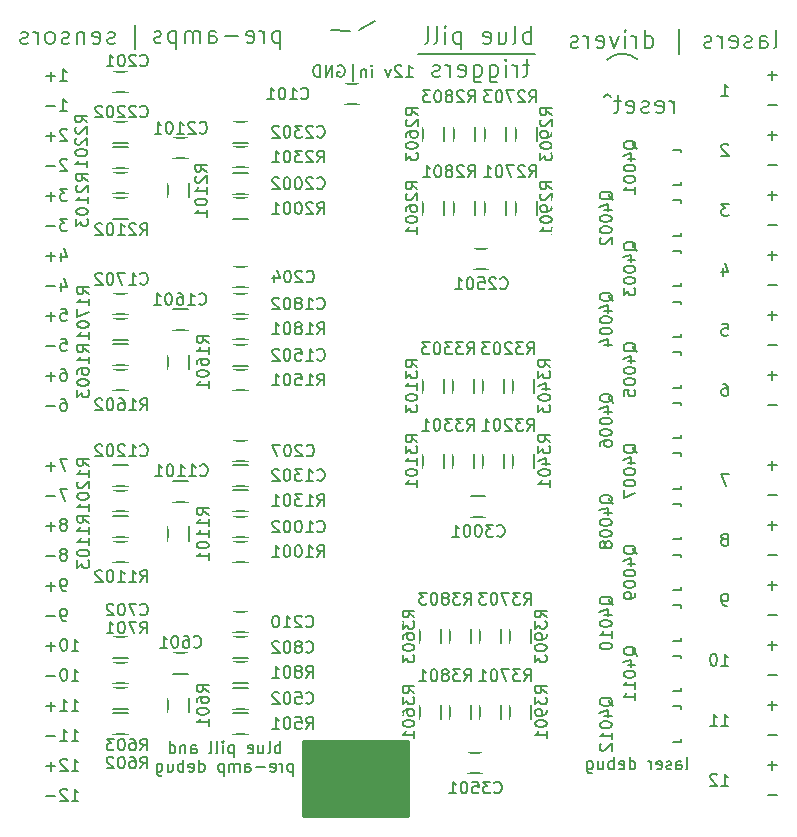
<source format=gbr>
G04 #@! TF.FileFunction,Legend,Bot*
%FSLAX46Y46*%
G04 Gerber Fmt 4.6, Leading zero omitted, Abs format (unit mm)*
G04 Created by KiCad (PCBNEW 4.0.2+dfsg1-stable) date Sun 27 May 2018 08:18:09 CEST*
%MOMM*%
G01*
G04 APERTURE LIST*
%ADD10C,0.100000*%
%ADD11C,0.200000*%
%ADD12C,0.150000*%
%ADD13C,0.254000*%
%ADD14O,2.398980X2.398980*%
%ADD15R,2.398980X2.398980*%
%ADD16O,2.650000X2.127200*%
%ADD17R,2.650000X2.127200*%
%ADD18O,2.127200X2.432000*%
%ADD19R,2.127200X2.432000*%
%ADD20R,1.700000X1.900000*%
%ADD21R,1.900000X1.700000*%
%ADD22R,2.200860X1.200100*%
G04 APERTURE END LIST*
D10*
D11*
X44259500Y-13716000D02*
X42672000Y-13589000D01*
X45021500Y-13652500D02*
X46355000Y-12890500D01*
X68566489Y-16116262D02*
G75*
G03X66040000Y-16129000I-1256489J-1346238D01*
G01*
X71668282Y-20625191D02*
X71668282Y-19625191D01*
X71668282Y-19910906D02*
X71596854Y-19768049D01*
X71525425Y-19696620D01*
X71382568Y-19625191D01*
X71239711Y-19625191D01*
X70168283Y-20553763D02*
X70311140Y-20625191D01*
X70596854Y-20625191D01*
X70739711Y-20553763D01*
X70811140Y-20410906D01*
X70811140Y-19839477D01*
X70739711Y-19696620D01*
X70596854Y-19625191D01*
X70311140Y-19625191D01*
X70168283Y-19696620D01*
X70096854Y-19839477D01*
X70096854Y-19982334D01*
X70811140Y-20125191D01*
X69525426Y-20553763D02*
X69382569Y-20625191D01*
X69096854Y-20625191D01*
X68953997Y-20553763D01*
X68882569Y-20410906D01*
X68882569Y-20339477D01*
X68953997Y-20196620D01*
X69096854Y-20125191D01*
X69311140Y-20125191D01*
X69453997Y-20053763D01*
X69525426Y-19910906D01*
X69525426Y-19839477D01*
X69453997Y-19696620D01*
X69311140Y-19625191D01*
X69096854Y-19625191D01*
X68953997Y-19696620D01*
X67668283Y-20553763D02*
X67811140Y-20625191D01*
X68096854Y-20625191D01*
X68239711Y-20553763D01*
X68311140Y-20410906D01*
X68311140Y-19839477D01*
X68239711Y-19696620D01*
X68096854Y-19625191D01*
X67811140Y-19625191D01*
X67668283Y-19696620D01*
X67596854Y-19839477D01*
X67596854Y-19982334D01*
X68311140Y-20125191D01*
X67168283Y-19625191D02*
X66596854Y-19625191D01*
X66953997Y-19125191D02*
X66953997Y-20410906D01*
X66882569Y-20553763D01*
X66739711Y-20625191D01*
X66596854Y-20625191D01*
X66311140Y-19268049D02*
X66025426Y-19053763D01*
X65739711Y-19268049D01*
D12*
X38345477Y-74861381D02*
X38345477Y-73861381D01*
X38345477Y-74242333D02*
X38250239Y-74194714D01*
X38059762Y-74194714D01*
X37964524Y-74242333D01*
X37916905Y-74289952D01*
X37869286Y-74385190D01*
X37869286Y-74670905D01*
X37916905Y-74766143D01*
X37964524Y-74813762D01*
X38059762Y-74861381D01*
X38250239Y-74861381D01*
X38345477Y-74813762D01*
X37297858Y-74861381D02*
X37393096Y-74813762D01*
X37440715Y-74718524D01*
X37440715Y-73861381D01*
X36488333Y-74194714D02*
X36488333Y-74861381D01*
X36916905Y-74194714D02*
X36916905Y-74718524D01*
X36869286Y-74813762D01*
X36774048Y-74861381D01*
X36631190Y-74861381D01*
X36535952Y-74813762D01*
X36488333Y-74766143D01*
X35631190Y-74813762D02*
X35726428Y-74861381D01*
X35916905Y-74861381D01*
X36012143Y-74813762D01*
X36059762Y-74718524D01*
X36059762Y-74337571D01*
X36012143Y-74242333D01*
X35916905Y-74194714D01*
X35726428Y-74194714D01*
X35631190Y-74242333D01*
X35583571Y-74337571D01*
X35583571Y-74432810D01*
X36059762Y-74528048D01*
X34393095Y-74194714D02*
X34393095Y-75194714D01*
X34393095Y-74242333D02*
X34297857Y-74194714D01*
X34107380Y-74194714D01*
X34012142Y-74242333D01*
X33964523Y-74289952D01*
X33916904Y-74385190D01*
X33916904Y-74670905D01*
X33964523Y-74766143D01*
X34012142Y-74813762D01*
X34107380Y-74861381D01*
X34297857Y-74861381D01*
X34393095Y-74813762D01*
X33488333Y-74861381D02*
X33488333Y-74194714D01*
X33488333Y-73861381D02*
X33535952Y-73909000D01*
X33488333Y-73956619D01*
X33440714Y-73909000D01*
X33488333Y-73861381D01*
X33488333Y-73956619D01*
X32869286Y-74861381D02*
X32964524Y-74813762D01*
X33012143Y-74718524D01*
X33012143Y-73861381D01*
X32345476Y-74861381D02*
X32440714Y-74813762D01*
X32488333Y-74718524D01*
X32488333Y-73861381D01*
X30774046Y-74861381D02*
X30774046Y-74337571D01*
X30821665Y-74242333D01*
X30916903Y-74194714D01*
X31107380Y-74194714D01*
X31202618Y-74242333D01*
X30774046Y-74813762D02*
X30869284Y-74861381D01*
X31107380Y-74861381D01*
X31202618Y-74813762D01*
X31250237Y-74718524D01*
X31250237Y-74623286D01*
X31202618Y-74528048D01*
X31107380Y-74480429D01*
X30869284Y-74480429D01*
X30774046Y-74432810D01*
X30297856Y-74194714D02*
X30297856Y-74861381D01*
X30297856Y-74289952D02*
X30250237Y-74242333D01*
X30154999Y-74194714D01*
X30012141Y-74194714D01*
X29916903Y-74242333D01*
X29869284Y-74337571D01*
X29869284Y-74861381D01*
X28964522Y-74861381D02*
X28964522Y-73861381D01*
X28964522Y-74813762D02*
X29059760Y-74861381D01*
X29250237Y-74861381D01*
X29345475Y-74813762D01*
X29393094Y-74766143D01*
X29440713Y-74670905D01*
X29440713Y-74385190D01*
X29393094Y-74289952D01*
X29345475Y-74242333D01*
X29250237Y-74194714D01*
X29059760Y-74194714D01*
X28964522Y-74242333D01*
X39416905Y-75744714D02*
X39416905Y-76744714D01*
X39416905Y-75792333D02*
X39321667Y-75744714D01*
X39131190Y-75744714D01*
X39035952Y-75792333D01*
X38988333Y-75839952D01*
X38940714Y-75935190D01*
X38940714Y-76220905D01*
X38988333Y-76316143D01*
X39035952Y-76363762D01*
X39131190Y-76411381D01*
X39321667Y-76411381D01*
X39416905Y-76363762D01*
X38512143Y-76411381D02*
X38512143Y-75744714D01*
X38512143Y-75935190D02*
X38464524Y-75839952D01*
X38416905Y-75792333D01*
X38321667Y-75744714D01*
X38226428Y-75744714D01*
X37512142Y-76363762D02*
X37607380Y-76411381D01*
X37797857Y-76411381D01*
X37893095Y-76363762D01*
X37940714Y-76268524D01*
X37940714Y-75887571D01*
X37893095Y-75792333D01*
X37797857Y-75744714D01*
X37607380Y-75744714D01*
X37512142Y-75792333D01*
X37464523Y-75887571D01*
X37464523Y-75982810D01*
X37940714Y-76078048D01*
X37035952Y-76030429D02*
X36274047Y-76030429D01*
X35369285Y-76411381D02*
X35369285Y-75887571D01*
X35416904Y-75792333D01*
X35512142Y-75744714D01*
X35702619Y-75744714D01*
X35797857Y-75792333D01*
X35369285Y-76363762D02*
X35464523Y-76411381D01*
X35702619Y-76411381D01*
X35797857Y-76363762D01*
X35845476Y-76268524D01*
X35845476Y-76173286D01*
X35797857Y-76078048D01*
X35702619Y-76030429D01*
X35464523Y-76030429D01*
X35369285Y-75982810D01*
X34893095Y-76411381D02*
X34893095Y-75744714D01*
X34893095Y-75839952D02*
X34845476Y-75792333D01*
X34750238Y-75744714D01*
X34607380Y-75744714D01*
X34512142Y-75792333D01*
X34464523Y-75887571D01*
X34464523Y-76411381D01*
X34464523Y-75887571D02*
X34416904Y-75792333D01*
X34321666Y-75744714D01*
X34178809Y-75744714D01*
X34083571Y-75792333D01*
X34035952Y-75887571D01*
X34035952Y-76411381D01*
X33559762Y-75744714D02*
X33559762Y-76744714D01*
X33559762Y-75792333D02*
X33464524Y-75744714D01*
X33274047Y-75744714D01*
X33178809Y-75792333D01*
X33131190Y-75839952D01*
X33083571Y-75935190D01*
X33083571Y-76220905D01*
X33131190Y-76316143D01*
X33178809Y-76363762D01*
X33274047Y-76411381D01*
X33464524Y-76411381D01*
X33559762Y-76363762D01*
X31464523Y-76411381D02*
X31464523Y-75411381D01*
X31464523Y-76363762D02*
X31559761Y-76411381D01*
X31750238Y-76411381D01*
X31845476Y-76363762D01*
X31893095Y-76316143D01*
X31940714Y-76220905D01*
X31940714Y-75935190D01*
X31893095Y-75839952D01*
X31845476Y-75792333D01*
X31750238Y-75744714D01*
X31559761Y-75744714D01*
X31464523Y-75792333D01*
X30607380Y-76363762D02*
X30702618Y-76411381D01*
X30893095Y-76411381D01*
X30988333Y-76363762D01*
X31035952Y-76268524D01*
X31035952Y-75887571D01*
X30988333Y-75792333D01*
X30893095Y-75744714D01*
X30702618Y-75744714D01*
X30607380Y-75792333D01*
X30559761Y-75887571D01*
X30559761Y-75982810D01*
X31035952Y-76078048D01*
X30131190Y-76411381D02*
X30131190Y-75411381D01*
X30131190Y-75792333D02*
X30035952Y-75744714D01*
X29845475Y-75744714D01*
X29750237Y-75792333D01*
X29702618Y-75839952D01*
X29654999Y-75935190D01*
X29654999Y-76220905D01*
X29702618Y-76316143D01*
X29750237Y-76363762D01*
X29845475Y-76411381D01*
X30035952Y-76411381D01*
X30131190Y-76363762D01*
X28797856Y-75744714D02*
X28797856Y-76411381D01*
X29226428Y-75744714D02*
X29226428Y-76268524D01*
X29178809Y-76363762D01*
X29083571Y-76411381D01*
X28940713Y-76411381D01*
X28845475Y-76363762D01*
X28797856Y-76316143D01*
X27893094Y-75744714D02*
X27893094Y-76554238D01*
X27940713Y-76649476D01*
X27988332Y-76697095D01*
X28083571Y-76744714D01*
X28226428Y-76744714D01*
X28321666Y-76697095D01*
X27893094Y-76363762D02*
X27988332Y-76411381D01*
X28178809Y-76411381D01*
X28274047Y-76363762D01*
X28321666Y-76316143D01*
X28369285Y-76220905D01*
X28369285Y-75935190D01*
X28321666Y-75839952D01*
X28274047Y-75792333D01*
X28178809Y-75744714D01*
X27988332Y-75744714D01*
X27893094Y-75792333D01*
X72675239Y-76207881D02*
X72770477Y-76160262D01*
X72818096Y-76065024D01*
X72818096Y-75207881D01*
X71865714Y-76207881D02*
X71865714Y-75684071D01*
X71913333Y-75588833D01*
X72008571Y-75541214D01*
X72199048Y-75541214D01*
X72294286Y-75588833D01*
X71865714Y-76160262D02*
X71960952Y-76207881D01*
X72199048Y-76207881D01*
X72294286Y-76160262D01*
X72341905Y-76065024D01*
X72341905Y-75969786D01*
X72294286Y-75874548D01*
X72199048Y-75826929D01*
X71960952Y-75826929D01*
X71865714Y-75779310D01*
X71437143Y-76160262D02*
X71341905Y-76207881D01*
X71151429Y-76207881D01*
X71056190Y-76160262D01*
X71008571Y-76065024D01*
X71008571Y-76017405D01*
X71056190Y-75922167D01*
X71151429Y-75874548D01*
X71294286Y-75874548D01*
X71389524Y-75826929D01*
X71437143Y-75731690D01*
X71437143Y-75684071D01*
X71389524Y-75588833D01*
X71294286Y-75541214D01*
X71151429Y-75541214D01*
X71056190Y-75588833D01*
X70199047Y-76160262D02*
X70294285Y-76207881D01*
X70484762Y-76207881D01*
X70580000Y-76160262D01*
X70627619Y-76065024D01*
X70627619Y-75684071D01*
X70580000Y-75588833D01*
X70484762Y-75541214D01*
X70294285Y-75541214D01*
X70199047Y-75588833D01*
X70151428Y-75684071D01*
X70151428Y-75779310D01*
X70627619Y-75874548D01*
X69722857Y-76207881D02*
X69722857Y-75541214D01*
X69722857Y-75731690D02*
X69675238Y-75636452D01*
X69627619Y-75588833D01*
X69532381Y-75541214D01*
X69437142Y-75541214D01*
X67913332Y-76207881D02*
X67913332Y-75207881D01*
X67913332Y-76160262D02*
X68008570Y-76207881D01*
X68199047Y-76207881D01*
X68294285Y-76160262D01*
X68341904Y-76112643D01*
X68389523Y-76017405D01*
X68389523Y-75731690D01*
X68341904Y-75636452D01*
X68294285Y-75588833D01*
X68199047Y-75541214D01*
X68008570Y-75541214D01*
X67913332Y-75588833D01*
X67056189Y-76160262D02*
X67151427Y-76207881D01*
X67341904Y-76207881D01*
X67437142Y-76160262D01*
X67484761Y-76065024D01*
X67484761Y-75684071D01*
X67437142Y-75588833D01*
X67341904Y-75541214D01*
X67151427Y-75541214D01*
X67056189Y-75588833D01*
X67008570Y-75684071D01*
X67008570Y-75779310D01*
X67484761Y-75874548D01*
X66579999Y-76207881D02*
X66579999Y-75207881D01*
X66579999Y-75588833D02*
X66484761Y-75541214D01*
X66294284Y-75541214D01*
X66199046Y-75588833D01*
X66151427Y-75636452D01*
X66103808Y-75731690D01*
X66103808Y-76017405D01*
X66151427Y-76112643D01*
X66199046Y-76160262D01*
X66294284Y-76207881D01*
X66484761Y-76207881D01*
X66579999Y-76160262D01*
X65246665Y-75541214D02*
X65246665Y-76207881D01*
X65675237Y-75541214D02*
X65675237Y-76065024D01*
X65627618Y-76160262D01*
X65532380Y-76207881D01*
X65389522Y-76207881D01*
X65294284Y-76160262D01*
X65246665Y-76112643D01*
X64341903Y-75541214D02*
X64341903Y-76350738D01*
X64389522Y-76445976D01*
X64437141Y-76493595D01*
X64532380Y-76541214D01*
X64675237Y-76541214D01*
X64770475Y-76493595D01*
X64341903Y-76160262D02*
X64437141Y-76207881D01*
X64627618Y-76207881D01*
X64722856Y-76160262D01*
X64770475Y-76112643D01*
X64818094Y-76017405D01*
X64818094Y-75731690D01*
X64770475Y-75636452D01*
X64722856Y-75588833D01*
X64627618Y-75541214D01*
X64437141Y-75541214D01*
X64341903Y-75588833D01*
X48981857Y-17597381D02*
X49553286Y-17597381D01*
X49267572Y-17597381D02*
X49267572Y-16597381D01*
X49362810Y-16740238D01*
X49458048Y-16835476D01*
X49553286Y-16883095D01*
X48600905Y-16692619D02*
X48553286Y-16645000D01*
X48458048Y-16597381D01*
X48219952Y-16597381D01*
X48124714Y-16645000D01*
X48077095Y-16692619D01*
X48029476Y-16787857D01*
X48029476Y-16883095D01*
X48077095Y-17025952D01*
X48648524Y-17597381D01*
X48029476Y-17597381D01*
X47696143Y-16930714D02*
X47458048Y-17597381D01*
X47219952Y-16930714D01*
X46077095Y-17597381D02*
X46077095Y-16930714D01*
X46077095Y-16597381D02*
X46124714Y-16645000D01*
X46077095Y-16692619D01*
X46029476Y-16645000D01*
X46077095Y-16597381D01*
X46077095Y-16692619D01*
X45600905Y-16930714D02*
X45600905Y-17597381D01*
X45600905Y-17025952D02*
X45553286Y-16978333D01*
X45458048Y-16930714D01*
X45315190Y-16930714D01*
X45219952Y-16978333D01*
X45172333Y-17073571D01*
X45172333Y-17597381D01*
X44458048Y-17930714D02*
X44458048Y-16502143D01*
X43219952Y-16645000D02*
X43315190Y-16597381D01*
X43458047Y-16597381D01*
X43600905Y-16645000D01*
X43696143Y-16740238D01*
X43743762Y-16835476D01*
X43791381Y-17025952D01*
X43791381Y-17168810D01*
X43743762Y-17359286D01*
X43696143Y-17454524D01*
X43600905Y-17549762D01*
X43458047Y-17597381D01*
X43362809Y-17597381D01*
X43219952Y-17549762D01*
X43172333Y-17502143D01*
X43172333Y-17168810D01*
X43362809Y-17168810D01*
X42743762Y-17597381D02*
X42743762Y-16597381D01*
X42172333Y-17597381D01*
X42172333Y-16597381D01*
X41696143Y-17597381D02*
X41696143Y-16597381D01*
X41458048Y-16597381D01*
X41315190Y-16645000D01*
X41219952Y-16740238D01*
X41172333Y-16835476D01*
X41124714Y-17025952D01*
X41124714Y-17168810D01*
X41172333Y-17359286D01*
X41219952Y-17454524D01*
X41315190Y-17549762D01*
X41458048Y-17597381D01*
X41696143Y-17597381D01*
D11*
X49974500Y-15621000D02*
X59944000Y-15621000D01*
X59423571Y-16569571D02*
X58852142Y-16569571D01*
X59209285Y-16069571D02*
X59209285Y-17355286D01*
X59137857Y-17498143D01*
X58994999Y-17569571D01*
X58852142Y-17569571D01*
X58352142Y-17569571D02*
X58352142Y-16569571D01*
X58352142Y-16855286D02*
X58280714Y-16712429D01*
X58209285Y-16641000D01*
X58066428Y-16569571D01*
X57923571Y-16569571D01*
X57423571Y-17569571D02*
X57423571Y-16569571D01*
X57423571Y-16069571D02*
X57495000Y-16141000D01*
X57423571Y-16212429D01*
X57352143Y-16141000D01*
X57423571Y-16069571D01*
X57423571Y-16212429D01*
X56066428Y-16569571D02*
X56066428Y-17783857D01*
X56137857Y-17926714D01*
X56209285Y-17998143D01*
X56352142Y-18069571D01*
X56566428Y-18069571D01*
X56709285Y-17998143D01*
X56066428Y-17498143D02*
X56209285Y-17569571D01*
X56494999Y-17569571D01*
X56637857Y-17498143D01*
X56709285Y-17426714D01*
X56780714Y-17283857D01*
X56780714Y-16855286D01*
X56709285Y-16712429D01*
X56637857Y-16641000D01*
X56494999Y-16569571D01*
X56209285Y-16569571D01*
X56066428Y-16641000D01*
X54709285Y-16569571D02*
X54709285Y-17783857D01*
X54780714Y-17926714D01*
X54852142Y-17998143D01*
X54994999Y-18069571D01*
X55209285Y-18069571D01*
X55352142Y-17998143D01*
X54709285Y-17498143D02*
X54852142Y-17569571D01*
X55137856Y-17569571D01*
X55280714Y-17498143D01*
X55352142Y-17426714D01*
X55423571Y-17283857D01*
X55423571Y-16855286D01*
X55352142Y-16712429D01*
X55280714Y-16641000D01*
X55137856Y-16569571D01*
X54852142Y-16569571D01*
X54709285Y-16641000D01*
X53423571Y-17498143D02*
X53566428Y-17569571D01*
X53852142Y-17569571D01*
X53994999Y-17498143D01*
X54066428Y-17355286D01*
X54066428Y-16783857D01*
X53994999Y-16641000D01*
X53852142Y-16569571D01*
X53566428Y-16569571D01*
X53423571Y-16641000D01*
X53352142Y-16783857D01*
X53352142Y-16926714D01*
X54066428Y-17069571D01*
X52709285Y-17569571D02*
X52709285Y-16569571D01*
X52709285Y-16855286D02*
X52637857Y-16712429D01*
X52566428Y-16641000D01*
X52423571Y-16569571D01*
X52280714Y-16569571D01*
X51852143Y-17498143D02*
X51709286Y-17569571D01*
X51423571Y-17569571D01*
X51280714Y-17498143D01*
X51209286Y-17355286D01*
X51209286Y-17283857D01*
X51280714Y-17141000D01*
X51423571Y-17069571D01*
X51637857Y-17069571D01*
X51780714Y-16998143D01*
X51852143Y-16855286D01*
X51852143Y-16783857D01*
X51780714Y-16641000D01*
X51637857Y-16569571D01*
X51423571Y-16569571D01*
X51280714Y-16641000D01*
X59610071Y-14775571D02*
X59610071Y-13275571D01*
X59610071Y-13847000D02*
X59467214Y-13775571D01*
X59181500Y-13775571D01*
X59038643Y-13847000D01*
X58967214Y-13918429D01*
X58895785Y-14061286D01*
X58895785Y-14489857D01*
X58967214Y-14632714D01*
X59038643Y-14704143D01*
X59181500Y-14775571D01*
X59467214Y-14775571D01*
X59610071Y-14704143D01*
X58038642Y-14775571D02*
X58181500Y-14704143D01*
X58252928Y-14561286D01*
X58252928Y-13275571D01*
X56824357Y-13775571D02*
X56824357Y-14775571D01*
X57467214Y-13775571D02*
X57467214Y-14561286D01*
X57395786Y-14704143D01*
X57252928Y-14775571D01*
X57038643Y-14775571D01*
X56895786Y-14704143D01*
X56824357Y-14632714D01*
X55538643Y-14704143D02*
X55681500Y-14775571D01*
X55967214Y-14775571D01*
X56110071Y-14704143D01*
X56181500Y-14561286D01*
X56181500Y-13989857D01*
X56110071Y-13847000D01*
X55967214Y-13775571D01*
X55681500Y-13775571D01*
X55538643Y-13847000D01*
X55467214Y-13989857D01*
X55467214Y-14132714D01*
X56181500Y-14275571D01*
X53681500Y-13775571D02*
X53681500Y-15275571D01*
X53681500Y-13847000D02*
X53538643Y-13775571D01*
X53252929Y-13775571D01*
X53110072Y-13847000D01*
X53038643Y-13918429D01*
X52967214Y-14061286D01*
X52967214Y-14489857D01*
X53038643Y-14632714D01*
X53110072Y-14704143D01*
X53252929Y-14775571D01*
X53538643Y-14775571D01*
X53681500Y-14704143D01*
X52324357Y-14775571D02*
X52324357Y-13775571D01*
X52324357Y-13275571D02*
X52395786Y-13347000D01*
X52324357Y-13418429D01*
X52252929Y-13347000D01*
X52324357Y-13275571D01*
X52324357Y-13418429D01*
X51395785Y-14775571D02*
X51538643Y-14704143D01*
X51610071Y-14561286D01*
X51610071Y-13275571D01*
X50610071Y-14775571D02*
X50752929Y-14704143D01*
X50824357Y-14561286D01*
X50824357Y-13275571D01*
X26035000Y-13208000D02*
X26035000Y-15240000D01*
X38341428Y-13712071D02*
X38341428Y-15212071D01*
X38341428Y-13783500D02*
X38198571Y-13712071D01*
X37912857Y-13712071D01*
X37770000Y-13783500D01*
X37698571Y-13854929D01*
X37627142Y-13997786D01*
X37627142Y-14426357D01*
X37698571Y-14569214D01*
X37770000Y-14640643D01*
X37912857Y-14712071D01*
X38198571Y-14712071D01*
X38341428Y-14640643D01*
X36984285Y-14712071D02*
X36984285Y-13712071D01*
X36984285Y-13997786D02*
X36912857Y-13854929D01*
X36841428Y-13783500D01*
X36698571Y-13712071D01*
X36555714Y-13712071D01*
X35484286Y-14640643D02*
X35627143Y-14712071D01*
X35912857Y-14712071D01*
X36055714Y-14640643D01*
X36127143Y-14497786D01*
X36127143Y-13926357D01*
X36055714Y-13783500D01*
X35912857Y-13712071D01*
X35627143Y-13712071D01*
X35484286Y-13783500D01*
X35412857Y-13926357D01*
X35412857Y-14069214D01*
X36127143Y-14212071D01*
X34770000Y-14140643D02*
X33627143Y-14140643D01*
X32270000Y-14712071D02*
X32270000Y-13926357D01*
X32341429Y-13783500D01*
X32484286Y-13712071D01*
X32770000Y-13712071D01*
X32912857Y-13783500D01*
X32270000Y-14640643D02*
X32412857Y-14712071D01*
X32770000Y-14712071D01*
X32912857Y-14640643D01*
X32984286Y-14497786D01*
X32984286Y-14354929D01*
X32912857Y-14212071D01*
X32770000Y-14140643D01*
X32412857Y-14140643D01*
X32270000Y-14069214D01*
X31555714Y-14712071D02*
X31555714Y-13712071D01*
X31555714Y-13854929D02*
X31484286Y-13783500D01*
X31341428Y-13712071D01*
X31127143Y-13712071D01*
X30984286Y-13783500D01*
X30912857Y-13926357D01*
X30912857Y-14712071D01*
X30912857Y-13926357D02*
X30841428Y-13783500D01*
X30698571Y-13712071D01*
X30484286Y-13712071D01*
X30341428Y-13783500D01*
X30270000Y-13926357D01*
X30270000Y-14712071D01*
X29555714Y-13712071D02*
X29555714Y-15212071D01*
X29555714Y-13783500D02*
X29412857Y-13712071D01*
X29127143Y-13712071D01*
X28984286Y-13783500D01*
X28912857Y-13854929D01*
X28841428Y-13997786D01*
X28841428Y-14426357D01*
X28912857Y-14569214D01*
X28984286Y-14640643D01*
X29127143Y-14712071D01*
X29412857Y-14712071D01*
X29555714Y-14640643D01*
X28270000Y-14640643D02*
X28127143Y-14712071D01*
X27841428Y-14712071D01*
X27698571Y-14640643D01*
X27627143Y-14497786D01*
X27627143Y-14426357D01*
X27698571Y-14283500D01*
X27841428Y-14212071D01*
X28055714Y-14212071D01*
X28198571Y-14140643D01*
X28270000Y-13997786D01*
X28270000Y-13926357D01*
X28198571Y-13783500D01*
X28055714Y-13712071D01*
X27841428Y-13712071D01*
X27698571Y-13783500D01*
X24320000Y-14704143D02*
X24177143Y-14775571D01*
X23891428Y-14775571D01*
X23748571Y-14704143D01*
X23677143Y-14561286D01*
X23677143Y-14489857D01*
X23748571Y-14347000D01*
X23891428Y-14275571D01*
X24105714Y-14275571D01*
X24248571Y-14204143D01*
X24320000Y-14061286D01*
X24320000Y-13989857D01*
X24248571Y-13847000D01*
X24105714Y-13775571D01*
X23891428Y-13775571D01*
X23748571Y-13847000D01*
X22462857Y-14704143D02*
X22605714Y-14775571D01*
X22891428Y-14775571D01*
X23034285Y-14704143D01*
X23105714Y-14561286D01*
X23105714Y-13989857D01*
X23034285Y-13847000D01*
X22891428Y-13775571D01*
X22605714Y-13775571D01*
X22462857Y-13847000D01*
X22391428Y-13989857D01*
X22391428Y-14132714D01*
X23105714Y-14275571D01*
X21748571Y-13775571D02*
X21748571Y-14775571D01*
X21748571Y-13918429D02*
X21677143Y-13847000D01*
X21534285Y-13775571D01*
X21320000Y-13775571D01*
X21177143Y-13847000D01*
X21105714Y-13989857D01*
X21105714Y-14775571D01*
X20462857Y-14704143D02*
X20320000Y-14775571D01*
X20034285Y-14775571D01*
X19891428Y-14704143D01*
X19820000Y-14561286D01*
X19820000Y-14489857D01*
X19891428Y-14347000D01*
X20034285Y-14275571D01*
X20248571Y-14275571D01*
X20391428Y-14204143D01*
X20462857Y-14061286D01*
X20462857Y-13989857D01*
X20391428Y-13847000D01*
X20248571Y-13775571D01*
X20034285Y-13775571D01*
X19891428Y-13847000D01*
X18962856Y-14775571D02*
X19105714Y-14704143D01*
X19177142Y-14632714D01*
X19248571Y-14489857D01*
X19248571Y-14061286D01*
X19177142Y-13918429D01*
X19105714Y-13847000D01*
X18962856Y-13775571D01*
X18748571Y-13775571D01*
X18605714Y-13847000D01*
X18534285Y-13918429D01*
X18462856Y-14061286D01*
X18462856Y-14489857D01*
X18534285Y-14632714D01*
X18605714Y-14704143D01*
X18748571Y-14775571D01*
X18962856Y-14775571D01*
X17819999Y-14775571D02*
X17819999Y-13775571D01*
X17819999Y-14061286D02*
X17748571Y-13918429D01*
X17677142Y-13847000D01*
X17534285Y-13775571D01*
X17391428Y-13775571D01*
X16962857Y-14704143D02*
X16820000Y-14775571D01*
X16534285Y-14775571D01*
X16391428Y-14704143D01*
X16320000Y-14561286D01*
X16320000Y-14489857D01*
X16391428Y-14347000D01*
X16534285Y-14275571D01*
X16748571Y-14275571D01*
X16891428Y-14204143D01*
X16962857Y-14061286D01*
X16962857Y-13989857D01*
X16891428Y-13847000D01*
X16748571Y-13775571D01*
X16534285Y-13775571D01*
X16391428Y-13847000D01*
X80135464Y-15143871D02*
X80278322Y-15072443D01*
X80349750Y-14929586D01*
X80349750Y-13643871D01*
X78921179Y-15143871D02*
X78921179Y-14358157D01*
X78992608Y-14215300D01*
X79135465Y-14143871D01*
X79421179Y-14143871D01*
X79564036Y-14215300D01*
X78921179Y-15072443D02*
X79064036Y-15143871D01*
X79421179Y-15143871D01*
X79564036Y-15072443D01*
X79635465Y-14929586D01*
X79635465Y-14786729D01*
X79564036Y-14643871D01*
X79421179Y-14572443D01*
X79064036Y-14572443D01*
X78921179Y-14501014D01*
X78278322Y-15072443D02*
X78135465Y-15143871D01*
X77849750Y-15143871D01*
X77706893Y-15072443D01*
X77635465Y-14929586D01*
X77635465Y-14858157D01*
X77706893Y-14715300D01*
X77849750Y-14643871D01*
X78064036Y-14643871D01*
X78206893Y-14572443D01*
X78278322Y-14429586D01*
X78278322Y-14358157D01*
X78206893Y-14215300D01*
X78064036Y-14143871D01*
X77849750Y-14143871D01*
X77706893Y-14215300D01*
X76421179Y-15072443D02*
X76564036Y-15143871D01*
X76849750Y-15143871D01*
X76992607Y-15072443D01*
X77064036Y-14929586D01*
X77064036Y-14358157D01*
X76992607Y-14215300D01*
X76849750Y-14143871D01*
X76564036Y-14143871D01*
X76421179Y-14215300D01*
X76349750Y-14358157D01*
X76349750Y-14501014D01*
X77064036Y-14643871D01*
X75706893Y-15143871D02*
X75706893Y-14143871D01*
X75706893Y-14429586D02*
X75635465Y-14286729D01*
X75564036Y-14215300D01*
X75421179Y-14143871D01*
X75278322Y-14143871D01*
X74849751Y-15072443D02*
X74706894Y-15143871D01*
X74421179Y-15143871D01*
X74278322Y-15072443D01*
X74206894Y-14929586D01*
X74206894Y-14858157D01*
X74278322Y-14715300D01*
X74421179Y-14643871D01*
X74635465Y-14643871D01*
X74778322Y-14572443D01*
X74849751Y-14429586D01*
X74849751Y-14358157D01*
X74778322Y-14215300D01*
X74635465Y-14143871D01*
X74421179Y-14143871D01*
X74278322Y-14215300D01*
X72064036Y-15643871D02*
X72064036Y-13501014D01*
X69206894Y-15143871D02*
X69206894Y-13643871D01*
X69206894Y-15072443D02*
X69349751Y-15143871D01*
X69635465Y-15143871D01*
X69778323Y-15072443D01*
X69849751Y-15001014D01*
X69921180Y-14858157D01*
X69921180Y-14429586D01*
X69849751Y-14286729D01*
X69778323Y-14215300D01*
X69635465Y-14143871D01*
X69349751Y-14143871D01*
X69206894Y-14215300D01*
X68492608Y-15143871D02*
X68492608Y-14143871D01*
X68492608Y-14429586D02*
X68421180Y-14286729D01*
X68349751Y-14215300D01*
X68206894Y-14143871D01*
X68064037Y-14143871D01*
X67564037Y-15143871D02*
X67564037Y-14143871D01*
X67564037Y-13643871D02*
X67635466Y-13715300D01*
X67564037Y-13786729D01*
X67492609Y-13715300D01*
X67564037Y-13643871D01*
X67564037Y-13786729D01*
X66992608Y-14143871D02*
X66635465Y-15143871D01*
X66278323Y-14143871D01*
X65135466Y-15072443D02*
X65278323Y-15143871D01*
X65564037Y-15143871D01*
X65706894Y-15072443D01*
X65778323Y-14929586D01*
X65778323Y-14358157D01*
X65706894Y-14215300D01*
X65564037Y-14143871D01*
X65278323Y-14143871D01*
X65135466Y-14215300D01*
X65064037Y-14358157D01*
X65064037Y-14501014D01*
X65778323Y-14643871D01*
X64421180Y-15143871D02*
X64421180Y-14143871D01*
X64421180Y-14429586D02*
X64349752Y-14286729D01*
X64278323Y-14215300D01*
X64135466Y-14143871D01*
X63992609Y-14143871D01*
X63564038Y-15072443D02*
X63421181Y-15143871D01*
X63135466Y-15143871D01*
X62992609Y-15072443D01*
X62921181Y-14929586D01*
X62921181Y-14858157D01*
X62992609Y-14715300D01*
X63135466Y-14643871D01*
X63349752Y-14643871D01*
X63492609Y-14572443D01*
X63564038Y-14429586D01*
X63564038Y-14358157D01*
X63492609Y-14215300D01*
X63349752Y-14143871D01*
X63135466Y-14143871D01*
X62992609Y-14215300D01*
X80390952Y-63190429D02*
X79629047Y-63190429D01*
X80390952Y-68270429D02*
X79629047Y-68270429D01*
X80390952Y-60650429D02*
X79629047Y-60650429D01*
X80009999Y-61031381D02*
X80009999Y-60269476D01*
X80390952Y-65730429D02*
X79629047Y-65730429D01*
X80009999Y-66111381D02*
X80009999Y-65349476D01*
X80390952Y-55570429D02*
X79629047Y-55570429D01*
X80009999Y-55951381D02*
X80009999Y-55189476D01*
X80390952Y-58110429D02*
X79629047Y-58110429D01*
X80390952Y-50490429D02*
X79629047Y-50490429D01*
X80009999Y-50871381D02*
X80009999Y-50109476D01*
X80390952Y-53030429D02*
X79629047Y-53030429D01*
X80390952Y-78430429D02*
X79629047Y-78430429D01*
X80390952Y-70810429D02*
X79629047Y-70810429D01*
X80009999Y-71191381D02*
X80009999Y-70429476D01*
X80390952Y-73350429D02*
X79629047Y-73350429D01*
X80390952Y-75890429D02*
X79629047Y-75890429D01*
X80009999Y-76271381D02*
X80009999Y-75509476D01*
X80390952Y-45410429D02*
X79629047Y-45410429D01*
X80390952Y-37790429D02*
X79629047Y-37790429D01*
X80009999Y-38171381D02*
X80009999Y-37409476D01*
X80390952Y-40330429D02*
X79629047Y-40330429D01*
X80390952Y-32710429D02*
X79629047Y-32710429D01*
X80009999Y-33091381D02*
X80009999Y-32329476D01*
X80390952Y-42870429D02*
X79629047Y-42870429D01*
X80009999Y-43251381D02*
X80009999Y-42489476D01*
X80390952Y-35250429D02*
X79629047Y-35250429D01*
X80390952Y-30170429D02*
X79629047Y-30170429D01*
X80390952Y-27630429D02*
X79629047Y-27630429D01*
X80009999Y-28011381D02*
X80009999Y-27249476D01*
X80390952Y-25090429D02*
X79629047Y-25090429D01*
X80390952Y-22550429D02*
X79629047Y-22550429D01*
X80009999Y-22931381D02*
X80009999Y-22169476D01*
X80390952Y-20010429D02*
X79629047Y-20010429D01*
X80390952Y-17470429D02*
X79629047Y-17470429D01*
X80009999Y-17851381D02*
X80009999Y-17089476D01*
X76168166Y-62364881D02*
X75977690Y-62364881D01*
X75882451Y-62317262D01*
X75834832Y-62269643D01*
X75739594Y-62126786D01*
X75691975Y-61936310D01*
X75691975Y-61555357D01*
X75739594Y-61460119D01*
X75787213Y-61412500D01*
X75882451Y-61364881D01*
X76072928Y-61364881D01*
X76168166Y-61412500D01*
X76215785Y-61460119D01*
X76263404Y-61555357D01*
X76263404Y-61793452D01*
X76215785Y-61888690D01*
X76168166Y-61936310D01*
X76072928Y-61983929D01*
X75882451Y-61983929D01*
X75787213Y-61936310D01*
X75739594Y-61888690D01*
X75691975Y-61793452D01*
X75691976Y-67444881D02*
X76263405Y-67444881D01*
X75977691Y-67444881D02*
X75977691Y-66444881D01*
X76072929Y-66587738D01*
X76168167Y-66682976D01*
X76263405Y-66730595D01*
X75072929Y-66444881D02*
X74977690Y-66444881D01*
X74882452Y-66492500D01*
X74834833Y-66540119D01*
X74787214Y-66635357D01*
X74739595Y-66825833D01*
X74739595Y-67063929D01*
X74787214Y-67254405D01*
X74834833Y-67349643D01*
X74882452Y-67397262D01*
X74977690Y-67444881D01*
X75072929Y-67444881D01*
X75168167Y-67397262D01*
X75215786Y-67349643D01*
X75263405Y-67254405D01*
X75311024Y-67063929D01*
X75311024Y-66825833D01*
X75263405Y-66635357D01*
X75215786Y-66540119D01*
X75168167Y-66492500D01*
X75072929Y-66444881D01*
X75691976Y-72524881D02*
X76263405Y-72524881D01*
X75977691Y-72524881D02*
X75977691Y-71524881D01*
X76072929Y-71667738D01*
X76168167Y-71762976D01*
X76263405Y-71810595D01*
X74739595Y-72524881D02*
X75311024Y-72524881D01*
X75025310Y-72524881D02*
X75025310Y-71524881D01*
X75120548Y-71667738D01*
X75215786Y-71762976D01*
X75311024Y-71810595D01*
X75691976Y-77604881D02*
X76263405Y-77604881D01*
X75977691Y-77604881D02*
X75977691Y-76604881D01*
X76072929Y-76747738D01*
X76168167Y-76842976D01*
X76263405Y-76890595D01*
X75311024Y-76700119D02*
X75263405Y-76652500D01*
X75168167Y-76604881D01*
X74930071Y-76604881D01*
X74834833Y-76652500D01*
X74787214Y-76700119D01*
X74739595Y-76795357D01*
X74739595Y-76890595D01*
X74787214Y-77033452D01*
X75358643Y-77604881D01*
X74739595Y-77604881D01*
X75739594Y-38504881D02*
X76215785Y-38504881D01*
X76263404Y-38981071D01*
X76215785Y-38933452D01*
X76120547Y-38885833D01*
X75882451Y-38885833D01*
X75787213Y-38933452D01*
X75739594Y-38981071D01*
X75691975Y-39076310D01*
X75691975Y-39314405D01*
X75739594Y-39409643D01*
X75787213Y-39457262D01*
X75882451Y-39504881D01*
X76120547Y-39504881D01*
X76215785Y-39457262D01*
X76263404Y-39409643D01*
X75787213Y-33758214D02*
X75787213Y-34424881D01*
X76025309Y-33377262D02*
X76263404Y-34091548D01*
X75644356Y-34091548D01*
X75787213Y-43584881D02*
X75977690Y-43584881D01*
X76072928Y-43632500D01*
X76120547Y-43680119D01*
X76215785Y-43822976D01*
X76263404Y-44013452D01*
X76263404Y-44394405D01*
X76215785Y-44489643D01*
X76168166Y-44537262D01*
X76072928Y-44584881D01*
X75882451Y-44584881D01*
X75787213Y-44537262D01*
X75739594Y-44489643D01*
X75691975Y-44394405D01*
X75691975Y-44156310D01*
X75739594Y-44061071D01*
X75787213Y-44013452D01*
X75882451Y-43965833D01*
X76072928Y-43965833D01*
X76168166Y-44013452D01*
X76215785Y-44061071D01*
X76263404Y-44156310D01*
X76072928Y-56713452D02*
X76168166Y-56665833D01*
X76215785Y-56618214D01*
X76263404Y-56522976D01*
X76263404Y-56475357D01*
X76215785Y-56380119D01*
X76168166Y-56332500D01*
X76072928Y-56284881D01*
X75882451Y-56284881D01*
X75787213Y-56332500D01*
X75739594Y-56380119D01*
X75691975Y-56475357D01*
X75691975Y-56522976D01*
X75739594Y-56618214D01*
X75787213Y-56665833D01*
X75882451Y-56713452D01*
X76072928Y-56713452D01*
X76168166Y-56761071D01*
X76215785Y-56808690D01*
X76263404Y-56903929D01*
X76263404Y-57094405D01*
X76215785Y-57189643D01*
X76168166Y-57237262D01*
X76072928Y-57284881D01*
X75882451Y-57284881D01*
X75787213Y-57237262D01*
X75739594Y-57189643D01*
X75691975Y-57094405D01*
X75691975Y-56903929D01*
X75739594Y-56808690D01*
X75787213Y-56761071D01*
X75882451Y-56713452D01*
X76311023Y-51204881D02*
X75644356Y-51204881D01*
X76072928Y-52204881D01*
X76263404Y-23360119D02*
X76215785Y-23312500D01*
X76120547Y-23264881D01*
X75882451Y-23264881D01*
X75787213Y-23312500D01*
X75739594Y-23360119D01*
X75691975Y-23455357D01*
X75691975Y-23550595D01*
X75739594Y-23693452D01*
X76311023Y-24264881D01*
X75691975Y-24264881D01*
X76311023Y-28344881D02*
X75691975Y-28344881D01*
X76025309Y-28725833D01*
X75882451Y-28725833D01*
X75787213Y-28773452D01*
X75739594Y-28821071D01*
X75691975Y-28916310D01*
X75691975Y-29154405D01*
X75739594Y-29249643D01*
X75787213Y-29297262D01*
X75882451Y-29344881D01*
X76168166Y-29344881D01*
X76263404Y-29297262D01*
X76311023Y-29249643D01*
X75691975Y-19184881D02*
X76263404Y-19184881D01*
X75977690Y-19184881D02*
X75977690Y-18184881D01*
X76072928Y-18327738D01*
X76168166Y-18422976D01*
X76263404Y-18470595D01*
X20685023Y-71254881D02*
X21256452Y-71254881D01*
X20970738Y-71254881D02*
X20970738Y-70254881D01*
X21065976Y-70397738D01*
X21161214Y-70492976D01*
X21256452Y-70540595D01*
X19732642Y-71254881D02*
X20304071Y-71254881D01*
X20018357Y-71254881D02*
X20018357Y-70254881D01*
X20113595Y-70397738D01*
X20208833Y-70492976D01*
X20304071Y-70540595D01*
X19304071Y-70873929D02*
X18542166Y-70873929D01*
X18923118Y-71254881D02*
X18923118Y-70492976D01*
X20685023Y-68714881D02*
X21256452Y-68714881D01*
X20970738Y-68714881D02*
X20970738Y-67714881D01*
X21065976Y-67857738D01*
X21161214Y-67952976D01*
X21256452Y-68000595D01*
X20065976Y-67714881D02*
X19970737Y-67714881D01*
X19875499Y-67762500D01*
X19827880Y-67810119D01*
X19780261Y-67905357D01*
X19732642Y-68095833D01*
X19732642Y-68333929D01*
X19780261Y-68524405D01*
X19827880Y-68619643D01*
X19875499Y-68667262D01*
X19970737Y-68714881D01*
X20065976Y-68714881D01*
X20161214Y-68667262D01*
X20208833Y-68619643D01*
X20256452Y-68524405D01*
X20304071Y-68333929D01*
X20304071Y-68095833D01*
X20256452Y-67905357D01*
X20208833Y-67810119D01*
X20161214Y-67762500D01*
X20065976Y-67714881D01*
X19304071Y-68333929D02*
X18542166Y-68333929D01*
X20685023Y-66174881D02*
X21256452Y-66174881D01*
X20970738Y-66174881D02*
X20970738Y-65174881D01*
X21065976Y-65317738D01*
X21161214Y-65412976D01*
X21256452Y-65460595D01*
X20065976Y-65174881D02*
X19970737Y-65174881D01*
X19875499Y-65222500D01*
X19827880Y-65270119D01*
X19780261Y-65365357D01*
X19732642Y-65555833D01*
X19732642Y-65793929D01*
X19780261Y-65984405D01*
X19827880Y-66079643D01*
X19875499Y-66127262D01*
X19970737Y-66174881D01*
X20065976Y-66174881D01*
X20161214Y-66127262D01*
X20208833Y-66079643D01*
X20256452Y-65984405D01*
X20304071Y-65793929D01*
X20304071Y-65555833D01*
X20256452Y-65365357D01*
X20208833Y-65270119D01*
X20161214Y-65222500D01*
X20065976Y-65174881D01*
X19304071Y-65793929D02*
X18542166Y-65793929D01*
X18923118Y-66174881D02*
X18923118Y-65412976D01*
X20685023Y-73794881D02*
X21256452Y-73794881D01*
X20970738Y-73794881D02*
X20970738Y-72794881D01*
X21065976Y-72937738D01*
X21161214Y-73032976D01*
X21256452Y-73080595D01*
X19732642Y-73794881D02*
X20304071Y-73794881D01*
X20018357Y-73794881D02*
X20018357Y-72794881D01*
X20113595Y-72937738D01*
X20208833Y-73032976D01*
X20304071Y-73080595D01*
X19304071Y-73413929D02*
X18542166Y-73413929D01*
X20685023Y-76334881D02*
X21256452Y-76334881D01*
X20970738Y-76334881D02*
X20970738Y-75334881D01*
X21065976Y-75477738D01*
X21161214Y-75572976D01*
X21256452Y-75620595D01*
X20304071Y-75430119D02*
X20256452Y-75382500D01*
X20161214Y-75334881D01*
X19923118Y-75334881D01*
X19827880Y-75382500D01*
X19780261Y-75430119D01*
X19732642Y-75525357D01*
X19732642Y-75620595D01*
X19780261Y-75763452D01*
X20351690Y-76334881D01*
X19732642Y-76334881D01*
X19304071Y-75953929D02*
X18542166Y-75953929D01*
X18923118Y-76334881D02*
X18923118Y-75572976D01*
X20685023Y-78874881D02*
X21256452Y-78874881D01*
X20970738Y-78874881D02*
X20970738Y-77874881D01*
X21065976Y-78017738D01*
X21161214Y-78112976D01*
X21256452Y-78160595D01*
X20304071Y-77970119D02*
X20256452Y-77922500D01*
X20161214Y-77874881D01*
X19923118Y-77874881D01*
X19827880Y-77922500D01*
X19780261Y-77970119D01*
X19732642Y-78065357D01*
X19732642Y-78160595D01*
X19780261Y-78303452D01*
X20351690Y-78874881D01*
X19732642Y-78874881D01*
X19304071Y-78493929D02*
X18542166Y-78493929D01*
X20319881Y-52474881D02*
X19653214Y-52474881D01*
X20081786Y-53474881D01*
X19272262Y-53093929D02*
X18510357Y-53093929D01*
X20319881Y-49934881D02*
X19653214Y-49934881D01*
X20081786Y-50934881D01*
X19272262Y-50553929D02*
X18510357Y-50553929D01*
X18891309Y-50934881D02*
X18891309Y-50172976D01*
X20177024Y-61094881D02*
X19986548Y-61094881D01*
X19891309Y-61047262D01*
X19843690Y-60999643D01*
X19748452Y-60856786D01*
X19700833Y-60666310D01*
X19700833Y-60285357D01*
X19748452Y-60190119D01*
X19796071Y-60142500D01*
X19891309Y-60094881D01*
X20081786Y-60094881D01*
X20177024Y-60142500D01*
X20224643Y-60190119D01*
X20272262Y-60285357D01*
X20272262Y-60523452D01*
X20224643Y-60618690D01*
X20177024Y-60666310D01*
X20081786Y-60713929D01*
X19891309Y-60713929D01*
X19796071Y-60666310D01*
X19748452Y-60618690D01*
X19700833Y-60523452D01*
X19272262Y-60713929D02*
X18510357Y-60713929D01*
X18891309Y-61094881D02*
X18891309Y-60332976D01*
X20081786Y-55443452D02*
X20177024Y-55395833D01*
X20224643Y-55348214D01*
X20272262Y-55252976D01*
X20272262Y-55205357D01*
X20224643Y-55110119D01*
X20177024Y-55062500D01*
X20081786Y-55014881D01*
X19891309Y-55014881D01*
X19796071Y-55062500D01*
X19748452Y-55110119D01*
X19700833Y-55205357D01*
X19700833Y-55252976D01*
X19748452Y-55348214D01*
X19796071Y-55395833D01*
X19891309Y-55443452D01*
X20081786Y-55443452D01*
X20177024Y-55491071D01*
X20224643Y-55538690D01*
X20272262Y-55633929D01*
X20272262Y-55824405D01*
X20224643Y-55919643D01*
X20177024Y-55967262D01*
X20081786Y-56014881D01*
X19891309Y-56014881D01*
X19796071Y-55967262D01*
X19748452Y-55919643D01*
X19700833Y-55824405D01*
X19700833Y-55633929D01*
X19748452Y-55538690D01*
X19796071Y-55491071D01*
X19891309Y-55443452D01*
X19272262Y-55633929D02*
X18510357Y-55633929D01*
X18891309Y-56014881D02*
X18891309Y-55252976D01*
X20081786Y-57983452D02*
X20177024Y-57935833D01*
X20224643Y-57888214D01*
X20272262Y-57792976D01*
X20272262Y-57745357D01*
X20224643Y-57650119D01*
X20177024Y-57602500D01*
X20081786Y-57554881D01*
X19891309Y-57554881D01*
X19796071Y-57602500D01*
X19748452Y-57650119D01*
X19700833Y-57745357D01*
X19700833Y-57792976D01*
X19748452Y-57888214D01*
X19796071Y-57935833D01*
X19891309Y-57983452D01*
X20081786Y-57983452D01*
X20177024Y-58031071D01*
X20224643Y-58078690D01*
X20272262Y-58173929D01*
X20272262Y-58364405D01*
X20224643Y-58459643D01*
X20177024Y-58507262D01*
X20081786Y-58554881D01*
X19891309Y-58554881D01*
X19796071Y-58507262D01*
X19748452Y-58459643D01*
X19700833Y-58364405D01*
X19700833Y-58173929D01*
X19748452Y-58078690D01*
X19796071Y-58031071D01*
X19891309Y-57983452D01*
X19272262Y-58173929D02*
X18510357Y-58173929D01*
X20177024Y-63634881D02*
X19986548Y-63634881D01*
X19891309Y-63587262D01*
X19843690Y-63539643D01*
X19748452Y-63396786D01*
X19700833Y-63206310D01*
X19700833Y-62825357D01*
X19748452Y-62730119D01*
X19796071Y-62682500D01*
X19891309Y-62634881D01*
X20081786Y-62634881D01*
X20177024Y-62682500D01*
X20224643Y-62730119D01*
X20272262Y-62825357D01*
X20272262Y-63063452D01*
X20224643Y-63158690D01*
X20177024Y-63206310D01*
X20081786Y-63253929D01*
X19891309Y-63253929D01*
X19796071Y-63206310D01*
X19748452Y-63158690D01*
X19700833Y-63063452D01*
X19272262Y-63253929D02*
X18510357Y-63253929D01*
X19796071Y-44854881D02*
X19986548Y-44854881D01*
X20081786Y-44902500D01*
X20129405Y-44950119D01*
X20224643Y-45092976D01*
X20272262Y-45283452D01*
X20272262Y-45664405D01*
X20224643Y-45759643D01*
X20177024Y-45807262D01*
X20081786Y-45854881D01*
X19891309Y-45854881D01*
X19796071Y-45807262D01*
X19748452Y-45759643D01*
X19700833Y-45664405D01*
X19700833Y-45426310D01*
X19748452Y-45331071D01*
X19796071Y-45283452D01*
X19891309Y-45235833D01*
X20081786Y-45235833D01*
X20177024Y-45283452D01*
X20224643Y-45331071D01*
X20272262Y-45426310D01*
X19272262Y-45473929D02*
X18510357Y-45473929D01*
X19796071Y-42314881D02*
X19986548Y-42314881D01*
X20081786Y-42362500D01*
X20129405Y-42410119D01*
X20224643Y-42552976D01*
X20272262Y-42743452D01*
X20272262Y-43124405D01*
X20224643Y-43219643D01*
X20177024Y-43267262D01*
X20081786Y-43314881D01*
X19891309Y-43314881D01*
X19796071Y-43267262D01*
X19748452Y-43219643D01*
X19700833Y-43124405D01*
X19700833Y-42886310D01*
X19748452Y-42791071D01*
X19796071Y-42743452D01*
X19891309Y-42695833D01*
X20081786Y-42695833D01*
X20177024Y-42743452D01*
X20224643Y-42791071D01*
X20272262Y-42886310D01*
X19272262Y-42933929D02*
X18510357Y-42933929D01*
X18891309Y-43314881D02*
X18891309Y-42552976D01*
X19748452Y-37234881D02*
X20224643Y-37234881D01*
X20272262Y-37711071D01*
X20224643Y-37663452D01*
X20129405Y-37615833D01*
X19891309Y-37615833D01*
X19796071Y-37663452D01*
X19748452Y-37711071D01*
X19700833Y-37806310D01*
X19700833Y-38044405D01*
X19748452Y-38139643D01*
X19796071Y-38187262D01*
X19891309Y-38234881D01*
X20129405Y-38234881D01*
X20224643Y-38187262D01*
X20272262Y-38139643D01*
X19272262Y-37853929D02*
X18510357Y-37853929D01*
X18891309Y-38234881D02*
X18891309Y-37472976D01*
X19748452Y-39774881D02*
X20224643Y-39774881D01*
X20272262Y-40251071D01*
X20224643Y-40203452D01*
X20129405Y-40155833D01*
X19891309Y-40155833D01*
X19796071Y-40203452D01*
X19748452Y-40251071D01*
X19700833Y-40346310D01*
X19700833Y-40584405D01*
X19748452Y-40679643D01*
X19796071Y-40727262D01*
X19891309Y-40774881D01*
X20129405Y-40774881D01*
X20224643Y-40727262D01*
X20272262Y-40679643D01*
X19272262Y-40393929D02*
X18510357Y-40393929D01*
X19796071Y-32488214D02*
X19796071Y-33154881D01*
X20034167Y-32107262D02*
X20272262Y-32821548D01*
X19653214Y-32821548D01*
X19272262Y-32773929D02*
X18510357Y-32773929D01*
X18891309Y-33154881D02*
X18891309Y-32392976D01*
X19796071Y-35028214D02*
X19796071Y-35694881D01*
X20034167Y-34647262D02*
X20272262Y-35361548D01*
X19653214Y-35361548D01*
X19272262Y-35313929D02*
X18510357Y-35313929D01*
X20319881Y-29614881D02*
X19700833Y-29614881D01*
X20034167Y-29995833D01*
X19891309Y-29995833D01*
X19796071Y-30043452D01*
X19748452Y-30091071D01*
X19700833Y-30186310D01*
X19700833Y-30424405D01*
X19748452Y-30519643D01*
X19796071Y-30567262D01*
X19891309Y-30614881D01*
X20177024Y-30614881D01*
X20272262Y-30567262D01*
X20319881Y-30519643D01*
X19272262Y-30233929D02*
X18510357Y-30233929D01*
X20319881Y-27074881D02*
X19700833Y-27074881D01*
X20034167Y-27455833D01*
X19891309Y-27455833D01*
X19796071Y-27503452D01*
X19748452Y-27551071D01*
X19700833Y-27646310D01*
X19700833Y-27884405D01*
X19748452Y-27979643D01*
X19796071Y-28027262D01*
X19891309Y-28074881D01*
X20177024Y-28074881D01*
X20272262Y-28027262D01*
X20319881Y-27979643D01*
X19272262Y-27693929D02*
X18510357Y-27693929D01*
X18891309Y-28074881D02*
X18891309Y-27312976D01*
X20272262Y-24630119D02*
X20224643Y-24582500D01*
X20129405Y-24534881D01*
X19891309Y-24534881D01*
X19796071Y-24582500D01*
X19748452Y-24630119D01*
X19700833Y-24725357D01*
X19700833Y-24820595D01*
X19748452Y-24963452D01*
X20319881Y-25534881D01*
X19700833Y-25534881D01*
X19272262Y-25153929D02*
X18510357Y-25153929D01*
X20272262Y-22090119D02*
X20224643Y-22042500D01*
X20129405Y-21994881D01*
X19891309Y-21994881D01*
X19796071Y-22042500D01*
X19748452Y-22090119D01*
X19700833Y-22185357D01*
X19700833Y-22280595D01*
X19748452Y-22423452D01*
X20319881Y-22994881D01*
X19700833Y-22994881D01*
X19272262Y-22613929D02*
X18510357Y-22613929D01*
X18891309Y-22994881D02*
X18891309Y-22232976D01*
X19700833Y-20454881D02*
X20272262Y-20454881D01*
X19986548Y-20454881D02*
X19986548Y-19454881D01*
X20081786Y-19597738D01*
X20177024Y-19692976D01*
X20272262Y-19740595D01*
X19272262Y-20073929D02*
X18510357Y-20073929D01*
X19700833Y-17914881D02*
X20272262Y-17914881D01*
X19986548Y-17914881D02*
X19986548Y-16914881D01*
X20081786Y-17057738D01*
X20177024Y-17152976D01*
X20272262Y-17200595D01*
X19272262Y-17533929D02*
X18510357Y-17533929D01*
X18891309Y-17914881D02*
X18891309Y-17152976D01*
D12*
X51929000Y-71974000D02*
X51929000Y-70774000D01*
X50179000Y-70774000D02*
X50179000Y-71974000D01*
X35572000Y-71476200D02*
X34372000Y-71476200D01*
X34372000Y-73226200D02*
X35572000Y-73226200D01*
X35572000Y-56936200D02*
X34372000Y-56936200D01*
X34372000Y-58686200D02*
X35572000Y-58686200D01*
X35572000Y-42396200D02*
X34372000Y-42396200D01*
X34372000Y-44146200D02*
X35572000Y-44146200D01*
X35572000Y-67133480D02*
X34372000Y-67133480D01*
X34372000Y-68883480D02*
X35572000Y-68883480D01*
X35572000Y-52593480D02*
X34372000Y-52593480D01*
X34372000Y-54343480D02*
X35572000Y-54343480D01*
X35572000Y-38053480D02*
X34372000Y-38053480D01*
X34372000Y-39803480D02*
X35572000Y-39803480D01*
X35572000Y-65031800D02*
X34372000Y-65031800D01*
X34372000Y-66781800D02*
X35572000Y-66781800D01*
X35572000Y-50491800D02*
X34372000Y-50491800D01*
X34372000Y-52241800D02*
X35572000Y-52241800D01*
X35572000Y-35951800D02*
X34372000Y-35951800D01*
X34372000Y-37701800D02*
X35572000Y-37701800D01*
X35572000Y-69374520D02*
X34372000Y-69374520D01*
X34372000Y-71124520D02*
X35572000Y-71124520D01*
X35572000Y-54834520D02*
X34372000Y-54834520D01*
X34372000Y-56584520D02*
X35572000Y-56584520D01*
X35572000Y-40294520D02*
X34372000Y-40294520D01*
X34372000Y-42044520D02*
X35572000Y-42044520D01*
X30492000Y-66367000D02*
X29292000Y-66367000D01*
X29292000Y-68117000D02*
X30492000Y-68117000D01*
X30492000Y-51827000D02*
X29292000Y-51827000D01*
X29292000Y-53577000D02*
X30492000Y-53577000D01*
X30492000Y-37287000D02*
X29292000Y-37287000D01*
X29292000Y-39037000D02*
X30492000Y-39037000D01*
X25412000Y-71476196D02*
X24212000Y-71476196D01*
X24212000Y-73226196D02*
X25412000Y-73226196D01*
X25412000Y-56936196D02*
X24212000Y-56936196D01*
X24212000Y-58686196D02*
X25412000Y-58686196D01*
X25412000Y-42396196D02*
X24212000Y-42396196D01*
X24212000Y-44146196D02*
X25412000Y-44146196D01*
X24212000Y-68929932D02*
X25412000Y-68929932D01*
X25412000Y-67179932D02*
X24212000Y-67179932D01*
X24212000Y-54389932D02*
X25412000Y-54389932D01*
X25412000Y-52639932D02*
X24212000Y-52639932D01*
X24212000Y-39849932D02*
X25412000Y-39849932D01*
X25412000Y-38099932D02*
X24212000Y-38099932D01*
X24212000Y-66781800D02*
X25412000Y-66781800D01*
X25412000Y-65031800D02*
X24212000Y-65031800D01*
X24212000Y-52241800D02*
X25412000Y-52241800D01*
X25412000Y-50491800D02*
X24212000Y-50491800D01*
X24212000Y-37701800D02*
X25412000Y-37701800D01*
X25412000Y-35951800D02*
X24212000Y-35951800D01*
X28843000Y-70198000D02*
X28843000Y-71398000D01*
X30593000Y-71398000D02*
X30593000Y-70198000D01*
X28843000Y-55658000D02*
X28843000Y-56858000D01*
X30593000Y-56858000D02*
X30593000Y-55658000D01*
X28843000Y-41118000D02*
X28843000Y-42318000D01*
X30593000Y-42318000D02*
X30593000Y-41118000D01*
X24212000Y-71078064D02*
X25412000Y-71078064D01*
X25412000Y-69328064D02*
X24212000Y-69328064D01*
X24212000Y-56538064D02*
X25412000Y-56538064D01*
X25412000Y-54788064D02*
X24212000Y-54788064D01*
X24212000Y-41998064D02*
X25412000Y-41998064D01*
X25412000Y-40248064D02*
X24212000Y-40248064D01*
X30492000Y-22747000D02*
X29292000Y-22747000D01*
X29292000Y-24497000D02*
X30492000Y-24497000D01*
X35572000Y-25754520D02*
X34372000Y-25754520D01*
X34372000Y-27504520D02*
X35572000Y-27504520D01*
X35572000Y-21411800D02*
X34372000Y-21411800D01*
X34372000Y-23161800D02*
X35572000Y-23161800D01*
X35572000Y-62879000D02*
X34372000Y-62879000D01*
X34372000Y-64629000D02*
X35572000Y-64629000D01*
X35572000Y-48401000D02*
X34372000Y-48401000D01*
X34372000Y-50151000D02*
X35572000Y-50151000D01*
X35572000Y-33669000D02*
X34372000Y-33669000D01*
X34372000Y-35419000D02*
X35572000Y-35419000D01*
X25412000Y-17159000D02*
X24212000Y-17159000D01*
X24212000Y-18909000D02*
X25412000Y-18909000D01*
X71579740Y-26761275D02*
X72280780Y-26761275D01*
X72280780Y-26761275D02*
X72280780Y-26512355D01*
X72280780Y-23962295D02*
X72280780Y-23761635D01*
X72280780Y-23761635D02*
X71579740Y-23761635D01*
X71579740Y-31046615D02*
X72280780Y-31046615D01*
X72280780Y-31046615D02*
X72280780Y-30797695D01*
X72280780Y-28247635D02*
X72280780Y-28046975D01*
X72280780Y-28046975D02*
X71579740Y-28046975D01*
X71579740Y-35331955D02*
X72280780Y-35331955D01*
X72280780Y-35331955D02*
X72280780Y-35083035D01*
X72280780Y-32532975D02*
X72280780Y-32332315D01*
X72280780Y-32332315D02*
X71579740Y-32332315D01*
X71579740Y-39617295D02*
X72280780Y-39617295D01*
X72280780Y-39617295D02*
X72280780Y-39368375D01*
X72280780Y-36818315D02*
X72280780Y-36617655D01*
X72280780Y-36617655D02*
X71579740Y-36617655D01*
X71579740Y-43902635D02*
X72280780Y-43902635D01*
X72280780Y-43902635D02*
X72280780Y-43653715D01*
X72280780Y-41103655D02*
X72280780Y-40902995D01*
X72280780Y-40902995D02*
X71579740Y-40902995D01*
X71579740Y-48187975D02*
X72280780Y-48187975D01*
X72280780Y-48187975D02*
X72280780Y-47939055D01*
X72280780Y-45388995D02*
X72280780Y-45188335D01*
X72280780Y-45188335D02*
X71579740Y-45188335D01*
X71579740Y-52473315D02*
X72280780Y-52473315D01*
X72280780Y-52473315D02*
X72280780Y-52224395D01*
X72280780Y-49674335D02*
X72280780Y-49473675D01*
X72280780Y-49473675D02*
X71579740Y-49473675D01*
X71579740Y-56758655D02*
X72280780Y-56758655D01*
X72280780Y-56758655D02*
X72280780Y-56509735D01*
X72280780Y-53959675D02*
X72280780Y-53759015D01*
X72280780Y-53759015D02*
X71579740Y-53759015D01*
X71579740Y-61043995D02*
X72280780Y-61043995D01*
X72280780Y-61043995D02*
X72280780Y-60795075D01*
X72280780Y-58245015D02*
X72280780Y-58044355D01*
X72280780Y-58044355D02*
X71579740Y-58044355D01*
X71579740Y-65329335D02*
X72280780Y-65329335D01*
X72280780Y-65329335D02*
X72280780Y-65080415D01*
X72280780Y-62530355D02*
X72280780Y-62329695D01*
X72280780Y-62329695D02*
X71579740Y-62329695D01*
X71579740Y-69614675D02*
X72280780Y-69614675D01*
X72280780Y-69614675D02*
X72280780Y-69365755D01*
X72280780Y-66815695D02*
X72280780Y-66615035D01*
X72280780Y-66615035D02*
X71579740Y-66615035D01*
X71579740Y-73900015D02*
X72280780Y-73900015D01*
X72280780Y-73900015D02*
X72280780Y-73651095D01*
X72280780Y-71101035D02*
X72280780Y-70900375D01*
X72280780Y-70900375D02*
X71579740Y-70900375D01*
X35572000Y-23513480D02*
X34372000Y-23513480D01*
X34372000Y-25263480D02*
X35572000Y-25263480D01*
X52186007Y-29302000D02*
X52186007Y-28102000D01*
X50436007Y-28102000D02*
X50436007Y-29302000D01*
X52186007Y-23032000D02*
X52186007Y-21832000D01*
X50436007Y-21832000D02*
X50436007Y-23032000D01*
X57433335Y-29302000D02*
X57433335Y-28102000D01*
X55683335Y-28102000D02*
X55683335Y-29302000D01*
X57433335Y-23032000D02*
X57433335Y-21832000D01*
X55683335Y-21832000D02*
X55683335Y-23032000D01*
X54809671Y-29302000D02*
X54809671Y-28102000D01*
X53059671Y-28102000D02*
X53059671Y-29302000D01*
X54809671Y-23032000D02*
X54809671Y-21832000D01*
X53059671Y-21832000D02*
X53059671Y-23032000D01*
X60057000Y-29302000D02*
X60057000Y-28102000D01*
X58307000Y-28102000D02*
X58307000Y-29302000D01*
X60057000Y-23032000D02*
X60057000Y-21832000D01*
X58307000Y-21832000D02*
X58307000Y-23032000D01*
X52183000Y-50718000D02*
X52183000Y-49518000D01*
X50433000Y-49518000D02*
X50433000Y-50718000D01*
X52183000Y-44368000D02*
X52183000Y-43168000D01*
X50433000Y-43168000D02*
X50433000Y-44368000D01*
X57263000Y-50718000D02*
X57263000Y-49518000D01*
X55513000Y-49518000D02*
X55513000Y-50718000D01*
X57263000Y-44368000D02*
X57263000Y-43168000D01*
X55513000Y-43168000D02*
X55513000Y-44368000D01*
X54723000Y-50718000D02*
X54723000Y-49518000D01*
X52973000Y-49518000D02*
X52973000Y-50718000D01*
X54723000Y-44368000D02*
X54723000Y-43168000D01*
X52973000Y-43168000D02*
X52973000Y-44368000D01*
X59803000Y-50718000D02*
X59803000Y-49518000D01*
X58053000Y-49518000D02*
X58053000Y-50718000D01*
X59803000Y-44368000D02*
X59803000Y-43168000D01*
X58053000Y-43168000D02*
X58053000Y-44368000D01*
X51929000Y-65544000D02*
X51929000Y-64344000D01*
X50179000Y-64344000D02*
X50179000Y-65544000D01*
X57009000Y-71974000D02*
X57009000Y-70774000D01*
X55259000Y-70774000D02*
X55259000Y-71974000D01*
X57009000Y-65544000D02*
X57009000Y-64344000D01*
X55259000Y-64344000D02*
X55259000Y-65544000D01*
X54469000Y-71974000D02*
X54469000Y-70774000D01*
X52719000Y-70774000D02*
X52719000Y-71974000D01*
X54469000Y-65544000D02*
X54469000Y-64344000D01*
X52719000Y-64344000D02*
X52719000Y-65544000D01*
X59549000Y-71974000D02*
X59549000Y-70774000D01*
X57799000Y-70774000D02*
X57799000Y-71974000D01*
X59549000Y-65544000D02*
X59549000Y-64344000D01*
X57799000Y-64344000D02*
X57799000Y-65544000D01*
X24212000Y-23161800D02*
X25412000Y-23161800D01*
X25412000Y-21411800D02*
X24212000Y-21411800D01*
X24212000Y-25309932D02*
X25412000Y-25309932D01*
X25412000Y-23559932D02*
X24212000Y-23559932D01*
X28843000Y-26578000D02*
X28843000Y-27778000D01*
X30593000Y-27778000D02*
X30593000Y-26578000D01*
X25412000Y-27856196D02*
X24212000Y-27856196D01*
X24212000Y-29606196D02*
X25412000Y-29606196D01*
X24212000Y-27458064D02*
X25412000Y-27458064D01*
X25412000Y-25708064D02*
X24212000Y-25708064D01*
X35572000Y-27856200D02*
X34372000Y-27856200D01*
X34372000Y-29606200D02*
X35572000Y-29606200D01*
X45050000Y-18175000D02*
X43850000Y-18175000D01*
X43850000Y-19925000D02*
X45050000Y-19925000D01*
X55972000Y-32145000D02*
X54772000Y-32145000D01*
X54772000Y-33895000D02*
X55972000Y-33895000D01*
X55718000Y-53100000D02*
X54518000Y-53100000D01*
X54518000Y-54850000D02*
X55718000Y-54850000D01*
X54264000Y-76567000D02*
X55464000Y-76567000D01*
X55464000Y-74817000D02*
X54264000Y-74817000D01*
X49702981Y-69778762D02*
X49226790Y-69445428D01*
X49702981Y-69207333D02*
X48702981Y-69207333D01*
X48702981Y-69588286D01*
X48750600Y-69683524D01*
X48798219Y-69731143D01*
X48893457Y-69778762D01*
X49036314Y-69778762D01*
X49131552Y-69731143D01*
X49179171Y-69683524D01*
X49226790Y-69588286D01*
X49226790Y-69207333D01*
X48702981Y-70112095D02*
X48702981Y-70731143D01*
X49083933Y-70397809D01*
X49083933Y-70540667D01*
X49131552Y-70635905D01*
X49179171Y-70683524D01*
X49274410Y-70731143D01*
X49512505Y-70731143D01*
X49607743Y-70683524D01*
X49655362Y-70635905D01*
X49702981Y-70540667D01*
X49702981Y-70254952D01*
X49655362Y-70159714D01*
X49607743Y-70112095D01*
X48702981Y-71588286D02*
X48702981Y-71397809D01*
X48750600Y-71302571D01*
X48798219Y-71254952D01*
X48941076Y-71159714D01*
X49131552Y-71112095D01*
X49512505Y-71112095D01*
X49607743Y-71159714D01*
X49655362Y-71207333D01*
X49702981Y-71302571D01*
X49702981Y-71493048D01*
X49655362Y-71588286D01*
X49607743Y-71635905D01*
X49512505Y-71683524D01*
X49274410Y-71683524D01*
X49179171Y-71635905D01*
X49131552Y-71588286D01*
X49083933Y-71493048D01*
X49083933Y-71302571D01*
X49131552Y-71207333D01*
X49179171Y-71159714D01*
X49274410Y-71112095D01*
X48702981Y-72302571D02*
X48702981Y-72397810D01*
X48750600Y-72493048D01*
X48798219Y-72540667D01*
X48893457Y-72588286D01*
X49083933Y-72635905D01*
X49322029Y-72635905D01*
X49512505Y-72588286D01*
X49607743Y-72540667D01*
X49655362Y-72493048D01*
X49702981Y-72397810D01*
X49702981Y-72302571D01*
X49655362Y-72207333D01*
X49607743Y-72159714D01*
X49512505Y-72112095D01*
X49322029Y-72064476D01*
X49083933Y-72064476D01*
X48893457Y-72112095D01*
X48798219Y-72159714D01*
X48750600Y-72207333D01*
X48702981Y-72302571D01*
X49702981Y-73588286D02*
X49702981Y-73016857D01*
X49702981Y-73302571D02*
X48702981Y-73302571D01*
X48845838Y-73207333D01*
X48941076Y-73112095D01*
X48988695Y-73016857D01*
X40527147Y-72804281D02*
X40860481Y-72328090D01*
X41098576Y-72804281D02*
X41098576Y-71804281D01*
X40717623Y-71804281D01*
X40622385Y-71851900D01*
X40574766Y-71899519D01*
X40527147Y-71994757D01*
X40527147Y-72137614D01*
X40574766Y-72232852D01*
X40622385Y-72280471D01*
X40717623Y-72328090D01*
X41098576Y-72328090D01*
X39622385Y-71804281D02*
X40098576Y-71804281D01*
X40146195Y-72280471D01*
X40098576Y-72232852D01*
X40003338Y-72185233D01*
X39765242Y-72185233D01*
X39670004Y-72232852D01*
X39622385Y-72280471D01*
X39574766Y-72375710D01*
X39574766Y-72613805D01*
X39622385Y-72709043D01*
X39670004Y-72756662D01*
X39765242Y-72804281D01*
X40003338Y-72804281D01*
X40098576Y-72756662D01*
X40146195Y-72709043D01*
X38955719Y-71804281D02*
X38860480Y-71804281D01*
X38765242Y-71851900D01*
X38717623Y-71899519D01*
X38670004Y-71994757D01*
X38622385Y-72185233D01*
X38622385Y-72423329D01*
X38670004Y-72613805D01*
X38717623Y-72709043D01*
X38765242Y-72756662D01*
X38860480Y-72804281D01*
X38955719Y-72804281D01*
X39050957Y-72756662D01*
X39098576Y-72709043D01*
X39146195Y-72613805D01*
X39193814Y-72423329D01*
X39193814Y-72185233D01*
X39146195Y-71994757D01*
X39098576Y-71899519D01*
X39050957Y-71851900D01*
X38955719Y-71804281D01*
X37670004Y-72804281D02*
X38241433Y-72804281D01*
X37955719Y-72804281D02*
X37955719Y-71804281D01*
X38050957Y-71947138D01*
X38146195Y-72042376D01*
X38241433Y-72089995D01*
X41473238Y-58250081D02*
X41806572Y-57773890D01*
X42044667Y-58250081D02*
X42044667Y-57250081D01*
X41663714Y-57250081D01*
X41568476Y-57297700D01*
X41520857Y-57345319D01*
X41473238Y-57440557D01*
X41473238Y-57583414D01*
X41520857Y-57678652D01*
X41568476Y-57726271D01*
X41663714Y-57773890D01*
X42044667Y-57773890D01*
X40520857Y-58250081D02*
X41092286Y-58250081D01*
X40806572Y-58250081D02*
X40806572Y-57250081D01*
X40901810Y-57392938D01*
X40997048Y-57488176D01*
X41092286Y-57535795D01*
X39901810Y-57250081D02*
X39806571Y-57250081D01*
X39711333Y-57297700D01*
X39663714Y-57345319D01*
X39616095Y-57440557D01*
X39568476Y-57631033D01*
X39568476Y-57869129D01*
X39616095Y-58059605D01*
X39663714Y-58154843D01*
X39711333Y-58202462D01*
X39806571Y-58250081D01*
X39901810Y-58250081D01*
X39997048Y-58202462D01*
X40044667Y-58154843D01*
X40092286Y-58059605D01*
X40139905Y-57869129D01*
X40139905Y-57631033D01*
X40092286Y-57440557D01*
X40044667Y-57345319D01*
X39997048Y-57297700D01*
X39901810Y-57250081D01*
X38949429Y-57250081D02*
X38854190Y-57250081D01*
X38758952Y-57297700D01*
X38711333Y-57345319D01*
X38663714Y-57440557D01*
X38616095Y-57631033D01*
X38616095Y-57869129D01*
X38663714Y-58059605D01*
X38711333Y-58154843D01*
X38758952Y-58202462D01*
X38854190Y-58250081D01*
X38949429Y-58250081D01*
X39044667Y-58202462D01*
X39092286Y-58154843D01*
X39139905Y-58059605D01*
X39187524Y-57869129D01*
X39187524Y-57631033D01*
X39139905Y-57440557D01*
X39092286Y-57345319D01*
X39044667Y-57297700D01*
X38949429Y-57250081D01*
X37663714Y-58250081D02*
X38235143Y-58250081D01*
X37949429Y-58250081D02*
X37949429Y-57250081D01*
X38044667Y-57392938D01*
X38139905Y-57488176D01*
X38235143Y-57535795D01*
X41485938Y-43721281D02*
X41819272Y-43245090D01*
X42057367Y-43721281D02*
X42057367Y-42721281D01*
X41676414Y-42721281D01*
X41581176Y-42768900D01*
X41533557Y-42816519D01*
X41485938Y-42911757D01*
X41485938Y-43054614D01*
X41533557Y-43149852D01*
X41581176Y-43197471D01*
X41676414Y-43245090D01*
X42057367Y-43245090D01*
X40533557Y-43721281D02*
X41104986Y-43721281D01*
X40819272Y-43721281D02*
X40819272Y-42721281D01*
X40914510Y-42864138D01*
X41009748Y-42959376D01*
X41104986Y-43006995D01*
X39628795Y-42721281D02*
X40104986Y-42721281D01*
X40152605Y-43197471D01*
X40104986Y-43149852D01*
X40009748Y-43102233D01*
X39771652Y-43102233D01*
X39676414Y-43149852D01*
X39628795Y-43197471D01*
X39581176Y-43292710D01*
X39581176Y-43530805D01*
X39628795Y-43626043D01*
X39676414Y-43673662D01*
X39771652Y-43721281D01*
X40009748Y-43721281D01*
X40104986Y-43673662D01*
X40152605Y-43626043D01*
X38962129Y-42721281D02*
X38866890Y-42721281D01*
X38771652Y-42768900D01*
X38724033Y-42816519D01*
X38676414Y-42911757D01*
X38628795Y-43102233D01*
X38628795Y-43340329D01*
X38676414Y-43530805D01*
X38724033Y-43626043D01*
X38771652Y-43673662D01*
X38866890Y-43721281D01*
X38962129Y-43721281D01*
X39057367Y-43673662D01*
X39104986Y-43626043D01*
X39152605Y-43530805D01*
X39200224Y-43340329D01*
X39200224Y-43102233D01*
X39152605Y-42911757D01*
X39104986Y-42816519D01*
X39057367Y-42768900D01*
X38962129Y-42721281D01*
X37676414Y-43721281D02*
X38247843Y-43721281D01*
X37962129Y-43721281D02*
X37962129Y-42721281D01*
X38057367Y-42864138D01*
X38152605Y-42959376D01*
X38247843Y-43006995D01*
X40527147Y-68460881D02*
X40860481Y-67984690D01*
X41098576Y-68460881D02*
X41098576Y-67460881D01*
X40717623Y-67460881D01*
X40622385Y-67508500D01*
X40574766Y-67556119D01*
X40527147Y-67651357D01*
X40527147Y-67794214D01*
X40574766Y-67889452D01*
X40622385Y-67937071D01*
X40717623Y-67984690D01*
X41098576Y-67984690D01*
X39955719Y-67889452D02*
X40050957Y-67841833D01*
X40098576Y-67794214D01*
X40146195Y-67698976D01*
X40146195Y-67651357D01*
X40098576Y-67556119D01*
X40050957Y-67508500D01*
X39955719Y-67460881D01*
X39765242Y-67460881D01*
X39670004Y-67508500D01*
X39622385Y-67556119D01*
X39574766Y-67651357D01*
X39574766Y-67698976D01*
X39622385Y-67794214D01*
X39670004Y-67841833D01*
X39765242Y-67889452D01*
X39955719Y-67889452D01*
X40050957Y-67937071D01*
X40098576Y-67984690D01*
X40146195Y-68079929D01*
X40146195Y-68270405D01*
X40098576Y-68365643D01*
X40050957Y-68413262D01*
X39955719Y-68460881D01*
X39765242Y-68460881D01*
X39670004Y-68413262D01*
X39622385Y-68365643D01*
X39574766Y-68270405D01*
X39574766Y-68079929D01*
X39622385Y-67984690D01*
X39670004Y-67937071D01*
X39765242Y-67889452D01*
X38955719Y-67460881D02*
X38860480Y-67460881D01*
X38765242Y-67508500D01*
X38717623Y-67556119D01*
X38670004Y-67651357D01*
X38622385Y-67841833D01*
X38622385Y-68079929D01*
X38670004Y-68270405D01*
X38717623Y-68365643D01*
X38765242Y-68413262D01*
X38860480Y-68460881D01*
X38955719Y-68460881D01*
X39050957Y-68413262D01*
X39098576Y-68365643D01*
X39146195Y-68270405D01*
X39193814Y-68079929D01*
X39193814Y-67841833D01*
X39146195Y-67651357D01*
X39098576Y-67556119D01*
X39050957Y-67508500D01*
X38955719Y-67460881D01*
X37670004Y-68460881D02*
X38241433Y-68460881D01*
X37955719Y-68460881D02*
X37955719Y-67460881D01*
X38050957Y-67603738D01*
X38146195Y-67698976D01*
X38241433Y-67746595D01*
X41485938Y-53919381D02*
X41819272Y-53443190D01*
X42057367Y-53919381D02*
X42057367Y-52919381D01*
X41676414Y-52919381D01*
X41581176Y-52967000D01*
X41533557Y-53014619D01*
X41485938Y-53109857D01*
X41485938Y-53252714D01*
X41533557Y-53347952D01*
X41581176Y-53395571D01*
X41676414Y-53443190D01*
X42057367Y-53443190D01*
X40533557Y-53919381D02*
X41104986Y-53919381D01*
X40819272Y-53919381D02*
X40819272Y-52919381D01*
X40914510Y-53062238D01*
X41009748Y-53157476D01*
X41104986Y-53205095D01*
X40200224Y-52919381D02*
X39581176Y-52919381D01*
X39914510Y-53300333D01*
X39771652Y-53300333D01*
X39676414Y-53347952D01*
X39628795Y-53395571D01*
X39581176Y-53490810D01*
X39581176Y-53728905D01*
X39628795Y-53824143D01*
X39676414Y-53871762D01*
X39771652Y-53919381D01*
X40057367Y-53919381D01*
X40152605Y-53871762D01*
X40200224Y-53824143D01*
X38962129Y-52919381D02*
X38866890Y-52919381D01*
X38771652Y-52967000D01*
X38724033Y-53014619D01*
X38676414Y-53109857D01*
X38628795Y-53300333D01*
X38628795Y-53538429D01*
X38676414Y-53728905D01*
X38724033Y-53824143D01*
X38771652Y-53871762D01*
X38866890Y-53919381D01*
X38962129Y-53919381D01*
X39057367Y-53871762D01*
X39104986Y-53824143D01*
X39152605Y-53728905D01*
X39200224Y-53538429D01*
X39200224Y-53300333D01*
X39152605Y-53109857D01*
X39104986Y-53014619D01*
X39057367Y-52967000D01*
X38962129Y-52919381D01*
X37676414Y-53919381D02*
X38247843Y-53919381D01*
X37962129Y-53919381D02*
X37962129Y-52919381D01*
X38057367Y-53062238D01*
X38152605Y-53157476D01*
X38247843Y-53205095D01*
X41485938Y-39377881D02*
X41819272Y-38901690D01*
X42057367Y-39377881D02*
X42057367Y-38377881D01*
X41676414Y-38377881D01*
X41581176Y-38425500D01*
X41533557Y-38473119D01*
X41485938Y-38568357D01*
X41485938Y-38711214D01*
X41533557Y-38806452D01*
X41581176Y-38854071D01*
X41676414Y-38901690D01*
X42057367Y-38901690D01*
X40533557Y-39377881D02*
X41104986Y-39377881D01*
X40819272Y-39377881D02*
X40819272Y-38377881D01*
X40914510Y-38520738D01*
X41009748Y-38615976D01*
X41104986Y-38663595D01*
X39962129Y-38806452D02*
X40057367Y-38758833D01*
X40104986Y-38711214D01*
X40152605Y-38615976D01*
X40152605Y-38568357D01*
X40104986Y-38473119D01*
X40057367Y-38425500D01*
X39962129Y-38377881D01*
X39771652Y-38377881D01*
X39676414Y-38425500D01*
X39628795Y-38473119D01*
X39581176Y-38568357D01*
X39581176Y-38615976D01*
X39628795Y-38711214D01*
X39676414Y-38758833D01*
X39771652Y-38806452D01*
X39962129Y-38806452D01*
X40057367Y-38854071D01*
X40104986Y-38901690D01*
X40152605Y-38996929D01*
X40152605Y-39187405D01*
X40104986Y-39282643D01*
X40057367Y-39330262D01*
X39962129Y-39377881D01*
X39771652Y-39377881D01*
X39676414Y-39330262D01*
X39628795Y-39282643D01*
X39581176Y-39187405D01*
X39581176Y-38996929D01*
X39628795Y-38901690D01*
X39676414Y-38854071D01*
X39771652Y-38806452D01*
X38962129Y-38377881D02*
X38866890Y-38377881D01*
X38771652Y-38425500D01*
X38724033Y-38473119D01*
X38676414Y-38568357D01*
X38628795Y-38758833D01*
X38628795Y-38996929D01*
X38676414Y-39187405D01*
X38724033Y-39282643D01*
X38771652Y-39330262D01*
X38866890Y-39377881D01*
X38962129Y-39377881D01*
X39057367Y-39330262D01*
X39104986Y-39282643D01*
X39152605Y-39187405D01*
X39200224Y-38996929D01*
X39200224Y-38758833D01*
X39152605Y-38568357D01*
X39104986Y-38473119D01*
X39057367Y-38425500D01*
X38962129Y-38377881D01*
X37676414Y-39377881D02*
X38247843Y-39377881D01*
X37962129Y-39377881D02*
X37962129Y-38377881D01*
X38057367Y-38520738D01*
X38152605Y-38615976D01*
X38247843Y-38663595D01*
X40527147Y-66270143D02*
X40574766Y-66317762D01*
X40717623Y-66365381D01*
X40812861Y-66365381D01*
X40955719Y-66317762D01*
X41050957Y-66222524D01*
X41098576Y-66127286D01*
X41146195Y-65936810D01*
X41146195Y-65793952D01*
X41098576Y-65603476D01*
X41050957Y-65508238D01*
X40955719Y-65413000D01*
X40812861Y-65365381D01*
X40717623Y-65365381D01*
X40574766Y-65413000D01*
X40527147Y-65460619D01*
X39955719Y-65793952D02*
X40050957Y-65746333D01*
X40098576Y-65698714D01*
X40146195Y-65603476D01*
X40146195Y-65555857D01*
X40098576Y-65460619D01*
X40050957Y-65413000D01*
X39955719Y-65365381D01*
X39765242Y-65365381D01*
X39670004Y-65413000D01*
X39622385Y-65460619D01*
X39574766Y-65555857D01*
X39574766Y-65603476D01*
X39622385Y-65698714D01*
X39670004Y-65746333D01*
X39765242Y-65793952D01*
X39955719Y-65793952D01*
X40050957Y-65841571D01*
X40098576Y-65889190D01*
X40146195Y-65984429D01*
X40146195Y-66174905D01*
X40098576Y-66270143D01*
X40050957Y-66317762D01*
X39955719Y-66365381D01*
X39765242Y-66365381D01*
X39670004Y-66317762D01*
X39622385Y-66270143D01*
X39574766Y-66174905D01*
X39574766Y-65984429D01*
X39622385Y-65889190D01*
X39670004Y-65841571D01*
X39765242Y-65793952D01*
X38955719Y-65365381D02*
X38860480Y-65365381D01*
X38765242Y-65413000D01*
X38717623Y-65460619D01*
X38670004Y-65555857D01*
X38622385Y-65746333D01*
X38622385Y-65984429D01*
X38670004Y-66174905D01*
X38717623Y-66270143D01*
X38765242Y-66317762D01*
X38860480Y-66365381D01*
X38955719Y-66365381D01*
X39050957Y-66317762D01*
X39098576Y-66270143D01*
X39146195Y-66174905D01*
X39193814Y-65984429D01*
X39193814Y-65746333D01*
X39146195Y-65555857D01*
X39098576Y-65460619D01*
X39050957Y-65413000D01*
X38955719Y-65365381D01*
X38241433Y-65460619D02*
X38193814Y-65413000D01*
X38098576Y-65365381D01*
X37860480Y-65365381D01*
X37765242Y-65413000D01*
X37717623Y-65460619D01*
X37670004Y-65555857D01*
X37670004Y-65651095D01*
X37717623Y-65793952D01*
X38289052Y-66365381D01*
X37670004Y-66365381D01*
X41473238Y-51715943D02*
X41520857Y-51763562D01*
X41663714Y-51811181D01*
X41758952Y-51811181D01*
X41901810Y-51763562D01*
X41997048Y-51668324D01*
X42044667Y-51573086D01*
X42092286Y-51382610D01*
X42092286Y-51239752D01*
X42044667Y-51049276D01*
X41997048Y-50954038D01*
X41901810Y-50858800D01*
X41758952Y-50811181D01*
X41663714Y-50811181D01*
X41520857Y-50858800D01*
X41473238Y-50906419D01*
X40520857Y-51811181D02*
X41092286Y-51811181D01*
X40806572Y-51811181D02*
X40806572Y-50811181D01*
X40901810Y-50954038D01*
X40997048Y-51049276D01*
X41092286Y-51096895D01*
X40187524Y-50811181D02*
X39568476Y-50811181D01*
X39901810Y-51192133D01*
X39758952Y-51192133D01*
X39663714Y-51239752D01*
X39616095Y-51287371D01*
X39568476Y-51382610D01*
X39568476Y-51620705D01*
X39616095Y-51715943D01*
X39663714Y-51763562D01*
X39758952Y-51811181D01*
X40044667Y-51811181D01*
X40139905Y-51763562D01*
X40187524Y-51715943D01*
X38949429Y-50811181D02*
X38854190Y-50811181D01*
X38758952Y-50858800D01*
X38711333Y-50906419D01*
X38663714Y-51001657D01*
X38616095Y-51192133D01*
X38616095Y-51430229D01*
X38663714Y-51620705D01*
X38711333Y-51715943D01*
X38758952Y-51763562D01*
X38854190Y-51811181D01*
X38949429Y-51811181D01*
X39044667Y-51763562D01*
X39092286Y-51715943D01*
X39139905Y-51620705D01*
X39187524Y-51430229D01*
X39187524Y-51192133D01*
X39139905Y-51001657D01*
X39092286Y-50906419D01*
X39044667Y-50858800D01*
X38949429Y-50811181D01*
X38235143Y-50906419D02*
X38187524Y-50858800D01*
X38092286Y-50811181D01*
X37854190Y-50811181D01*
X37758952Y-50858800D01*
X37711333Y-50906419D01*
X37663714Y-51001657D01*
X37663714Y-51096895D01*
X37711333Y-51239752D01*
X38282762Y-51811181D01*
X37663714Y-51811181D01*
X41473238Y-37187143D02*
X41520857Y-37234762D01*
X41663714Y-37282381D01*
X41758952Y-37282381D01*
X41901810Y-37234762D01*
X41997048Y-37139524D01*
X42044667Y-37044286D01*
X42092286Y-36853810D01*
X42092286Y-36710952D01*
X42044667Y-36520476D01*
X41997048Y-36425238D01*
X41901810Y-36330000D01*
X41758952Y-36282381D01*
X41663714Y-36282381D01*
X41520857Y-36330000D01*
X41473238Y-36377619D01*
X40520857Y-37282381D02*
X41092286Y-37282381D01*
X40806572Y-37282381D02*
X40806572Y-36282381D01*
X40901810Y-36425238D01*
X40997048Y-36520476D01*
X41092286Y-36568095D01*
X39949429Y-36710952D02*
X40044667Y-36663333D01*
X40092286Y-36615714D01*
X40139905Y-36520476D01*
X40139905Y-36472857D01*
X40092286Y-36377619D01*
X40044667Y-36330000D01*
X39949429Y-36282381D01*
X39758952Y-36282381D01*
X39663714Y-36330000D01*
X39616095Y-36377619D01*
X39568476Y-36472857D01*
X39568476Y-36520476D01*
X39616095Y-36615714D01*
X39663714Y-36663333D01*
X39758952Y-36710952D01*
X39949429Y-36710952D01*
X40044667Y-36758571D01*
X40092286Y-36806190D01*
X40139905Y-36901429D01*
X40139905Y-37091905D01*
X40092286Y-37187143D01*
X40044667Y-37234762D01*
X39949429Y-37282381D01*
X39758952Y-37282381D01*
X39663714Y-37234762D01*
X39616095Y-37187143D01*
X39568476Y-37091905D01*
X39568476Y-36901429D01*
X39616095Y-36806190D01*
X39663714Y-36758571D01*
X39758952Y-36710952D01*
X38949429Y-36282381D02*
X38854190Y-36282381D01*
X38758952Y-36330000D01*
X38711333Y-36377619D01*
X38663714Y-36472857D01*
X38616095Y-36663333D01*
X38616095Y-36901429D01*
X38663714Y-37091905D01*
X38711333Y-37187143D01*
X38758952Y-37234762D01*
X38854190Y-37282381D01*
X38949429Y-37282381D01*
X39044667Y-37234762D01*
X39092286Y-37187143D01*
X39139905Y-37091905D01*
X39187524Y-36901429D01*
X39187524Y-36663333D01*
X39139905Y-36472857D01*
X39092286Y-36377619D01*
X39044667Y-36330000D01*
X38949429Y-36282381D01*
X38235143Y-36377619D02*
X38187524Y-36330000D01*
X38092286Y-36282381D01*
X37854190Y-36282381D01*
X37758952Y-36330000D01*
X37711333Y-36377619D01*
X37663714Y-36472857D01*
X37663714Y-36568095D01*
X37711333Y-36710952D01*
X38282762Y-37282381D01*
X37663714Y-37282381D01*
X40527147Y-70600843D02*
X40574766Y-70648462D01*
X40717623Y-70696081D01*
X40812861Y-70696081D01*
X40955719Y-70648462D01*
X41050957Y-70553224D01*
X41098576Y-70457986D01*
X41146195Y-70267510D01*
X41146195Y-70124652D01*
X41098576Y-69934176D01*
X41050957Y-69838938D01*
X40955719Y-69743700D01*
X40812861Y-69696081D01*
X40717623Y-69696081D01*
X40574766Y-69743700D01*
X40527147Y-69791319D01*
X39622385Y-69696081D02*
X40098576Y-69696081D01*
X40146195Y-70172271D01*
X40098576Y-70124652D01*
X40003338Y-70077033D01*
X39765242Y-70077033D01*
X39670004Y-70124652D01*
X39622385Y-70172271D01*
X39574766Y-70267510D01*
X39574766Y-70505605D01*
X39622385Y-70600843D01*
X39670004Y-70648462D01*
X39765242Y-70696081D01*
X40003338Y-70696081D01*
X40098576Y-70648462D01*
X40146195Y-70600843D01*
X38955719Y-69696081D02*
X38860480Y-69696081D01*
X38765242Y-69743700D01*
X38717623Y-69791319D01*
X38670004Y-69886557D01*
X38622385Y-70077033D01*
X38622385Y-70315129D01*
X38670004Y-70505605D01*
X38717623Y-70600843D01*
X38765242Y-70648462D01*
X38860480Y-70696081D01*
X38955719Y-70696081D01*
X39050957Y-70648462D01*
X39098576Y-70600843D01*
X39146195Y-70505605D01*
X39193814Y-70315129D01*
X39193814Y-70077033D01*
X39146195Y-69886557D01*
X39098576Y-69791319D01*
X39050957Y-69743700D01*
X38955719Y-69696081D01*
X38241433Y-69791319D02*
X38193814Y-69743700D01*
X38098576Y-69696081D01*
X37860480Y-69696081D01*
X37765242Y-69743700D01*
X37717623Y-69791319D01*
X37670004Y-69886557D01*
X37670004Y-69981795D01*
X37717623Y-70124652D01*
X38289052Y-70696081D01*
X37670004Y-70696081D01*
X41485938Y-56072043D02*
X41533557Y-56119662D01*
X41676414Y-56167281D01*
X41771652Y-56167281D01*
X41914510Y-56119662D01*
X42009748Y-56024424D01*
X42057367Y-55929186D01*
X42104986Y-55738710D01*
X42104986Y-55595852D01*
X42057367Y-55405376D01*
X42009748Y-55310138D01*
X41914510Y-55214900D01*
X41771652Y-55167281D01*
X41676414Y-55167281D01*
X41533557Y-55214900D01*
X41485938Y-55262519D01*
X40533557Y-56167281D02*
X41104986Y-56167281D01*
X40819272Y-56167281D02*
X40819272Y-55167281D01*
X40914510Y-55310138D01*
X41009748Y-55405376D01*
X41104986Y-55452995D01*
X39914510Y-55167281D02*
X39819271Y-55167281D01*
X39724033Y-55214900D01*
X39676414Y-55262519D01*
X39628795Y-55357757D01*
X39581176Y-55548233D01*
X39581176Y-55786329D01*
X39628795Y-55976805D01*
X39676414Y-56072043D01*
X39724033Y-56119662D01*
X39819271Y-56167281D01*
X39914510Y-56167281D01*
X40009748Y-56119662D01*
X40057367Y-56072043D01*
X40104986Y-55976805D01*
X40152605Y-55786329D01*
X40152605Y-55548233D01*
X40104986Y-55357757D01*
X40057367Y-55262519D01*
X40009748Y-55214900D01*
X39914510Y-55167281D01*
X38962129Y-55167281D02*
X38866890Y-55167281D01*
X38771652Y-55214900D01*
X38724033Y-55262519D01*
X38676414Y-55357757D01*
X38628795Y-55548233D01*
X38628795Y-55786329D01*
X38676414Y-55976805D01*
X38724033Y-56072043D01*
X38771652Y-56119662D01*
X38866890Y-56167281D01*
X38962129Y-56167281D01*
X39057367Y-56119662D01*
X39104986Y-56072043D01*
X39152605Y-55976805D01*
X39200224Y-55786329D01*
X39200224Y-55548233D01*
X39152605Y-55357757D01*
X39104986Y-55262519D01*
X39057367Y-55214900D01*
X38962129Y-55167281D01*
X38247843Y-55262519D02*
X38200224Y-55214900D01*
X38104986Y-55167281D01*
X37866890Y-55167281D01*
X37771652Y-55214900D01*
X37724033Y-55262519D01*
X37676414Y-55357757D01*
X37676414Y-55452995D01*
X37724033Y-55595852D01*
X38295462Y-56167281D01*
X37676414Y-56167281D01*
X41485938Y-41517843D02*
X41533557Y-41565462D01*
X41676414Y-41613081D01*
X41771652Y-41613081D01*
X41914510Y-41565462D01*
X42009748Y-41470224D01*
X42057367Y-41374986D01*
X42104986Y-41184510D01*
X42104986Y-41041652D01*
X42057367Y-40851176D01*
X42009748Y-40755938D01*
X41914510Y-40660700D01*
X41771652Y-40613081D01*
X41676414Y-40613081D01*
X41533557Y-40660700D01*
X41485938Y-40708319D01*
X40533557Y-41613081D02*
X41104986Y-41613081D01*
X40819272Y-41613081D02*
X40819272Y-40613081D01*
X40914510Y-40755938D01*
X41009748Y-40851176D01*
X41104986Y-40898795D01*
X39628795Y-40613081D02*
X40104986Y-40613081D01*
X40152605Y-41089271D01*
X40104986Y-41041652D01*
X40009748Y-40994033D01*
X39771652Y-40994033D01*
X39676414Y-41041652D01*
X39628795Y-41089271D01*
X39581176Y-41184510D01*
X39581176Y-41422605D01*
X39628795Y-41517843D01*
X39676414Y-41565462D01*
X39771652Y-41613081D01*
X40009748Y-41613081D01*
X40104986Y-41565462D01*
X40152605Y-41517843D01*
X38962129Y-40613081D02*
X38866890Y-40613081D01*
X38771652Y-40660700D01*
X38724033Y-40708319D01*
X38676414Y-40803557D01*
X38628795Y-40994033D01*
X38628795Y-41232129D01*
X38676414Y-41422605D01*
X38724033Y-41517843D01*
X38771652Y-41565462D01*
X38866890Y-41613081D01*
X38962129Y-41613081D01*
X39057367Y-41565462D01*
X39104986Y-41517843D01*
X39152605Y-41422605D01*
X39200224Y-41232129D01*
X39200224Y-40994033D01*
X39152605Y-40803557D01*
X39104986Y-40708319D01*
X39057367Y-40660700D01*
X38962129Y-40613081D01*
X38247843Y-40708319D02*
X38200224Y-40660700D01*
X38104986Y-40613081D01*
X37866890Y-40613081D01*
X37771652Y-40660700D01*
X37724033Y-40708319D01*
X37676414Y-40803557D01*
X37676414Y-40898795D01*
X37724033Y-41041652D01*
X38295462Y-41613081D01*
X37676414Y-41613081D01*
X31027547Y-65825643D02*
X31075166Y-65873262D01*
X31218023Y-65920881D01*
X31313261Y-65920881D01*
X31456119Y-65873262D01*
X31551357Y-65778024D01*
X31598976Y-65682786D01*
X31646595Y-65492310D01*
X31646595Y-65349452D01*
X31598976Y-65158976D01*
X31551357Y-65063738D01*
X31456119Y-64968500D01*
X31313261Y-64920881D01*
X31218023Y-64920881D01*
X31075166Y-64968500D01*
X31027547Y-65016119D01*
X30170404Y-64920881D02*
X30360881Y-64920881D01*
X30456119Y-64968500D01*
X30503738Y-65016119D01*
X30598976Y-65158976D01*
X30646595Y-65349452D01*
X30646595Y-65730405D01*
X30598976Y-65825643D01*
X30551357Y-65873262D01*
X30456119Y-65920881D01*
X30265642Y-65920881D01*
X30170404Y-65873262D01*
X30122785Y-65825643D01*
X30075166Y-65730405D01*
X30075166Y-65492310D01*
X30122785Y-65397071D01*
X30170404Y-65349452D01*
X30265642Y-65301833D01*
X30456119Y-65301833D01*
X30551357Y-65349452D01*
X30598976Y-65397071D01*
X30646595Y-65492310D01*
X29456119Y-64920881D02*
X29360880Y-64920881D01*
X29265642Y-64968500D01*
X29218023Y-65016119D01*
X29170404Y-65111357D01*
X29122785Y-65301833D01*
X29122785Y-65539929D01*
X29170404Y-65730405D01*
X29218023Y-65825643D01*
X29265642Y-65873262D01*
X29360880Y-65920881D01*
X29456119Y-65920881D01*
X29551357Y-65873262D01*
X29598976Y-65825643D01*
X29646595Y-65730405D01*
X29694214Y-65539929D01*
X29694214Y-65301833D01*
X29646595Y-65111357D01*
X29598976Y-65016119D01*
X29551357Y-64968500D01*
X29456119Y-64920881D01*
X28170404Y-65920881D02*
X28741833Y-65920881D01*
X28456119Y-65920881D02*
X28456119Y-64920881D01*
X28551357Y-65063738D01*
X28646595Y-65158976D01*
X28741833Y-65206595D01*
X31567238Y-51309543D02*
X31614857Y-51357162D01*
X31757714Y-51404781D01*
X31852952Y-51404781D01*
X31995810Y-51357162D01*
X32091048Y-51261924D01*
X32138667Y-51166686D01*
X32186286Y-50976210D01*
X32186286Y-50833352D01*
X32138667Y-50642876D01*
X32091048Y-50547638D01*
X31995810Y-50452400D01*
X31852952Y-50404781D01*
X31757714Y-50404781D01*
X31614857Y-50452400D01*
X31567238Y-50500019D01*
X30614857Y-51404781D02*
X31186286Y-51404781D01*
X30900572Y-51404781D02*
X30900572Y-50404781D01*
X30995810Y-50547638D01*
X31091048Y-50642876D01*
X31186286Y-50690495D01*
X29662476Y-51404781D02*
X30233905Y-51404781D01*
X29948191Y-51404781D02*
X29948191Y-50404781D01*
X30043429Y-50547638D01*
X30138667Y-50642876D01*
X30233905Y-50690495D01*
X29043429Y-50404781D02*
X28948190Y-50404781D01*
X28852952Y-50452400D01*
X28805333Y-50500019D01*
X28757714Y-50595257D01*
X28710095Y-50785733D01*
X28710095Y-51023829D01*
X28757714Y-51214305D01*
X28805333Y-51309543D01*
X28852952Y-51357162D01*
X28948190Y-51404781D01*
X29043429Y-51404781D01*
X29138667Y-51357162D01*
X29186286Y-51309543D01*
X29233905Y-51214305D01*
X29281524Y-51023829D01*
X29281524Y-50785733D01*
X29233905Y-50595257D01*
X29186286Y-50500019D01*
X29138667Y-50452400D01*
X29043429Y-50404781D01*
X27757714Y-51404781D02*
X28329143Y-51404781D01*
X28043429Y-51404781D02*
X28043429Y-50404781D01*
X28138667Y-50547638D01*
X28233905Y-50642876D01*
X28329143Y-50690495D01*
X31465638Y-36793443D02*
X31513257Y-36841062D01*
X31656114Y-36888681D01*
X31751352Y-36888681D01*
X31894210Y-36841062D01*
X31989448Y-36745824D01*
X32037067Y-36650586D01*
X32084686Y-36460110D01*
X32084686Y-36317252D01*
X32037067Y-36126776D01*
X31989448Y-36031538D01*
X31894210Y-35936300D01*
X31751352Y-35888681D01*
X31656114Y-35888681D01*
X31513257Y-35936300D01*
X31465638Y-35983919D01*
X30513257Y-36888681D02*
X31084686Y-36888681D01*
X30798972Y-36888681D02*
X30798972Y-35888681D01*
X30894210Y-36031538D01*
X30989448Y-36126776D01*
X31084686Y-36174395D01*
X29656114Y-35888681D02*
X29846591Y-35888681D01*
X29941829Y-35936300D01*
X29989448Y-35983919D01*
X30084686Y-36126776D01*
X30132305Y-36317252D01*
X30132305Y-36698205D01*
X30084686Y-36793443D01*
X30037067Y-36841062D01*
X29941829Y-36888681D01*
X29751352Y-36888681D01*
X29656114Y-36841062D01*
X29608495Y-36793443D01*
X29560876Y-36698205D01*
X29560876Y-36460110D01*
X29608495Y-36364871D01*
X29656114Y-36317252D01*
X29751352Y-36269633D01*
X29941829Y-36269633D01*
X30037067Y-36317252D01*
X30084686Y-36364871D01*
X30132305Y-36460110D01*
X28941829Y-35888681D02*
X28846590Y-35888681D01*
X28751352Y-35936300D01*
X28703733Y-35983919D01*
X28656114Y-36079157D01*
X28608495Y-36269633D01*
X28608495Y-36507729D01*
X28656114Y-36698205D01*
X28703733Y-36793443D01*
X28751352Y-36841062D01*
X28846590Y-36888681D01*
X28941829Y-36888681D01*
X29037067Y-36841062D01*
X29084686Y-36793443D01*
X29132305Y-36698205D01*
X29179924Y-36507729D01*
X29179924Y-36269633D01*
X29132305Y-36079157D01*
X29084686Y-35983919D01*
X29037067Y-35936300D01*
X28941829Y-35888681D01*
X27656114Y-36888681D02*
X28227543Y-36888681D01*
X27941829Y-36888681D02*
X27941829Y-35888681D01*
X28037067Y-36031538D01*
X28132305Y-36126776D01*
X28227543Y-36174395D01*
X26499937Y-76144381D02*
X26833271Y-75668190D01*
X27071366Y-76144381D02*
X27071366Y-75144381D01*
X26690413Y-75144381D01*
X26595175Y-75192000D01*
X26547556Y-75239619D01*
X26499937Y-75334857D01*
X26499937Y-75477714D01*
X26547556Y-75572952D01*
X26595175Y-75620571D01*
X26690413Y-75668190D01*
X27071366Y-75668190D01*
X25642794Y-75144381D02*
X25833271Y-75144381D01*
X25928509Y-75192000D01*
X25976128Y-75239619D01*
X26071366Y-75382476D01*
X26118985Y-75572952D01*
X26118985Y-75953905D01*
X26071366Y-76049143D01*
X26023747Y-76096762D01*
X25928509Y-76144381D01*
X25738032Y-76144381D01*
X25642794Y-76096762D01*
X25595175Y-76049143D01*
X25547556Y-75953905D01*
X25547556Y-75715810D01*
X25595175Y-75620571D01*
X25642794Y-75572952D01*
X25738032Y-75525333D01*
X25928509Y-75525333D01*
X26023747Y-75572952D01*
X26071366Y-75620571D01*
X26118985Y-75715810D01*
X24928509Y-75144381D02*
X24833270Y-75144381D01*
X24738032Y-75192000D01*
X24690413Y-75239619D01*
X24642794Y-75334857D01*
X24595175Y-75525333D01*
X24595175Y-75763429D01*
X24642794Y-75953905D01*
X24690413Y-76049143D01*
X24738032Y-76096762D01*
X24833270Y-76144381D01*
X24928509Y-76144381D01*
X25023747Y-76096762D01*
X25071366Y-76049143D01*
X25118985Y-75953905D01*
X25166604Y-75763429D01*
X25166604Y-75525333D01*
X25118985Y-75334857D01*
X25071366Y-75239619D01*
X25023747Y-75192000D01*
X24928509Y-75144381D01*
X24214223Y-75239619D02*
X24166604Y-75192000D01*
X24071366Y-75144381D01*
X23833270Y-75144381D01*
X23738032Y-75192000D01*
X23690413Y-75239619D01*
X23642794Y-75334857D01*
X23642794Y-75430095D01*
X23690413Y-75572952D01*
X24261842Y-76144381D01*
X23642794Y-76144381D01*
X26499938Y-60363577D02*
X26833272Y-59887386D01*
X27071367Y-60363577D02*
X27071367Y-59363577D01*
X26690414Y-59363577D01*
X26595176Y-59411196D01*
X26547557Y-59458815D01*
X26499938Y-59554053D01*
X26499938Y-59696910D01*
X26547557Y-59792148D01*
X26595176Y-59839767D01*
X26690414Y-59887386D01*
X27071367Y-59887386D01*
X25547557Y-60363577D02*
X26118986Y-60363577D01*
X25833272Y-60363577D02*
X25833272Y-59363577D01*
X25928510Y-59506434D01*
X26023748Y-59601672D01*
X26118986Y-59649291D01*
X24595176Y-60363577D02*
X25166605Y-60363577D01*
X24880891Y-60363577D02*
X24880891Y-59363577D01*
X24976129Y-59506434D01*
X25071367Y-59601672D01*
X25166605Y-59649291D01*
X23976129Y-59363577D02*
X23880890Y-59363577D01*
X23785652Y-59411196D01*
X23738033Y-59458815D01*
X23690414Y-59554053D01*
X23642795Y-59744529D01*
X23642795Y-59982625D01*
X23690414Y-60173101D01*
X23738033Y-60268339D01*
X23785652Y-60315958D01*
X23880890Y-60363577D01*
X23976129Y-60363577D01*
X24071367Y-60315958D01*
X24118986Y-60268339D01*
X24166605Y-60173101D01*
X24214224Y-59982625D01*
X24214224Y-59744529D01*
X24166605Y-59554053D01*
X24118986Y-59458815D01*
X24071367Y-59411196D01*
X23976129Y-59363577D01*
X23261843Y-59458815D02*
X23214224Y-59411196D01*
X23118986Y-59363577D01*
X22880890Y-59363577D01*
X22785652Y-59411196D01*
X22738033Y-59458815D01*
X22690414Y-59554053D01*
X22690414Y-59649291D01*
X22738033Y-59792148D01*
X23309462Y-60363577D01*
X22690414Y-60363577D01*
X26499938Y-45823577D02*
X26833272Y-45347386D01*
X27071367Y-45823577D02*
X27071367Y-44823577D01*
X26690414Y-44823577D01*
X26595176Y-44871196D01*
X26547557Y-44918815D01*
X26499938Y-45014053D01*
X26499938Y-45156910D01*
X26547557Y-45252148D01*
X26595176Y-45299767D01*
X26690414Y-45347386D01*
X27071367Y-45347386D01*
X25547557Y-45823577D02*
X26118986Y-45823577D01*
X25833272Y-45823577D02*
X25833272Y-44823577D01*
X25928510Y-44966434D01*
X26023748Y-45061672D01*
X26118986Y-45109291D01*
X24690414Y-44823577D02*
X24880891Y-44823577D01*
X24976129Y-44871196D01*
X25023748Y-44918815D01*
X25118986Y-45061672D01*
X25166605Y-45252148D01*
X25166605Y-45633101D01*
X25118986Y-45728339D01*
X25071367Y-45775958D01*
X24976129Y-45823577D01*
X24785652Y-45823577D01*
X24690414Y-45775958D01*
X24642795Y-45728339D01*
X24595176Y-45633101D01*
X24595176Y-45395006D01*
X24642795Y-45299767D01*
X24690414Y-45252148D01*
X24785652Y-45204529D01*
X24976129Y-45204529D01*
X25071367Y-45252148D01*
X25118986Y-45299767D01*
X25166605Y-45395006D01*
X23976129Y-44823577D02*
X23880890Y-44823577D01*
X23785652Y-44871196D01*
X23738033Y-44918815D01*
X23690414Y-45014053D01*
X23642795Y-45204529D01*
X23642795Y-45442625D01*
X23690414Y-45633101D01*
X23738033Y-45728339D01*
X23785652Y-45775958D01*
X23880890Y-45823577D01*
X23976129Y-45823577D01*
X24071367Y-45775958D01*
X24118986Y-45728339D01*
X24166605Y-45633101D01*
X24214224Y-45442625D01*
X24214224Y-45204529D01*
X24166605Y-45014053D01*
X24118986Y-44918815D01*
X24071367Y-44871196D01*
X23976129Y-44823577D01*
X23261843Y-44918815D02*
X23214224Y-44871196D01*
X23118986Y-44823577D01*
X22880890Y-44823577D01*
X22785652Y-44871196D01*
X22738033Y-44918815D01*
X22690414Y-45014053D01*
X22690414Y-45109291D01*
X22738033Y-45252148D01*
X23309462Y-45823577D01*
X22690414Y-45823577D01*
X26499937Y-64714381D02*
X26833271Y-64238190D01*
X27071366Y-64714381D02*
X27071366Y-63714381D01*
X26690413Y-63714381D01*
X26595175Y-63762000D01*
X26547556Y-63809619D01*
X26499937Y-63904857D01*
X26499937Y-64047714D01*
X26547556Y-64142952D01*
X26595175Y-64190571D01*
X26690413Y-64238190D01*
X27071366Y-64238190D01*
X26166604Y-63714381D02*
X25499937Y-63714381D01*
X25928509Y-64714381D01*
X24928509Y-63714381D02*
X24833270Y-63714381D01*
X24738032Y-63762000D01*
X24690413Y-63809619D01*
X24642794Y-63904857D01*
X24595175Y-64095333D01*
X24595175Y-64333429D01*
X24642794Y-64523905D01*
X24690413Y-64619143D01*
X24738032Y-64666762D01*
X24833270Y-64714381D01*
X24928509Y-64714381D01*
X25023747Y-64666762D01*
X25071366Y-64619143D01*
X25118985Y-64523905D01*
X25166604Y-64333429D01*
X25166604Y-64095333D01*
X25118985Y-63904857D01*
X25071366Y-63809619D01*
X25023747Y-63762000D01*
X24928509Y-63714381D01*
X23642794Y-64714381D02*
X24214223Y-64714381D01*
X23928509Y-64714381D02*
X23928509Y-63714381D01*
X24023747Y-63857238D01*
X24118985Y-63952476D01*
X24214223Y-64000095D01*
X22131281Y-50525562D02*
X21655090Y-50192228D01*
X22131281Y-49954133D02*
X21131281Y-49954133D01*
X21131281Y-50335086D01*
X21178900Y-50430324D01*
X21226519Y-50477943D01*
X21321757Y-50525562D01*
X21464614Y-50525562D01*
X21559852Y-50477943D01*
X21607471Y-50430324D01*
X21655090Y-50335086D01*
X21655090Y-49954133D01*
X22131281Y-51477943D02*
X22131281Y-50906514D01*
X22131281Y-51192228D02*
X21131281Y-51192228D01*
X21274138Y-51096990D01*
X21369376Y-51001752D01*
X21416995Y-50906514D01*
X21226519Y-51858895D02*
X21178900Y-51906514D01*
X21131281Y-52001752D01*
X21131281Y-52239848D01*
X21178900Y-52335086D01*
X21226519Y-52382705D01*
X21321757Y-52430324D01*
X21416995Y-52430324D01*
X21559852Y-52382705D01*
X22131281Y-51811276D01*
X22131281Y-52430324D01*
X21131281Y-53049371D02*
X21131281Y-53144610D01*
X21178900Y-53239848D01*
X21226519Y-53287467D01*
X21321757Y-53335086D01*
X21512233Y-53382705D01*
X21750329Y-53382705D01*
X21940805Y-53335086D01*
X22036043Y-53287467D01*
X22083662Y-53239848D01*
X22131281Y-53144610D01*
X22131281Y-53049371D01*
X22083662Y-52954133D01*
X22036043Y-52906514D01*
X21940805Y-52858895D01*
X21750329Y-52811276D01*
X21512233Y-52811276D01*
X21321757Y-52858895D01*
X21226519Y-52906514D01*
X21178900Y-52954133D01*
X21131281Y-53049371D01*
X22131281Y-54335086D02*
X22131281Y-53763657D01*
X22131281Y-54049371D02*
X21131281Y-54049371D01*
X21274138Y-53954133D01*
X21369376Y-53858895D01*
X21416995Y-53763657D01*
X22143981Y-35996762D02*
X21667790Y-35663428D01*
X22143981Y-35425333D02*
X21143981Y-35425333D01*
X21143981Y-35806286D01*
X21191600Y-35901524D01*
X21239219Y-35949143D01*
X21334457Y-35996762D01*
X21477314Y-35996762D01*
X21572552Y-35949143D01*
X21620171Y-35901524D01*
X21667790Y-35806286D01*
X21667790Y-35425333D01*
X22143981Y-36949143D02*
X22143981Y-36377714D01*
X22143981Y-36663428D02*
X21143981Y-36663428D01*
X21286838Y-36568190D01*
X21382076Y-36472952D01*
X21429695Y-36377714D01*
X21143981Y-37282476D02*
X21143981Y-37949143D01*
X22143981Y-37520571D01*
X21143981Y-38520571D02*
X21143981Y-38615810D01*
X21191600Y-38711048D01*
X21239219Y-38758667D01*
X21334457Y-38806286D01*
X21524933Y-38853905D01*
X21763029Y-38853905D01*
X21953505Y-38806286D01*
X22048743Y-38758667D01*
X22096362Y-38711048D01*
X22143981Y-38615810D01*
X22143981Y-38520571D01*
X22096362Y-38425333D01*
X22048743Y-38377714D01*
X21953505Y-38330095D01*
X21763029Y-38282476D01*
X21524933Y-38282476D01*
X21334457Y-38330095D01*
X21239219Y-38377714D01*
X21191600Y-38425333D01*
X21143981Y-38520571D01*
X22143981Y-39806286D02*
X22143981Y-39234857D01*
X22143981Y-39520571D02*
X21143981Y-39520571D01*
X21286838Y-39425333D01*
X21382076Y-39330095D01*
X21429695Y-39234857D01*
X26499937Y-63095143D02*
X26547556Y-63142762D01*
X26690413Y-63190381D01*
X26785651Y-63190381D01*
X26928509Y-63142762D01*
X27023747Y-63047524D01*
X27071366Y-62952286D01*
X27118985Y-62761810D01*
X27118985Y-62618952D01*
X27071366Y-62428476D01*
X27023747Y-62333238D01*
X26928509Y-62238000D01*
X26785651Y-62190381D01*
X26690413Y-62190381D01*
X26547556Y-62238000D01*
X26499937Y-62285619D01*
X26166604Y-62190381D02*
X25499937Y-62190381D01*
X25928509Y-63190381D01*
X24928509Y-62190381D02*
X24833270Y-62190381D01*
X24738032Y-62238000D01*
X24690413Y-62285619D01*
X24642794Y-62380857D01*
X24595175Y-62571333D01*
X24595175Y-62809429D01*
X24642794Y-62999905D01*
X24690413Y-63095143D01*
X24738032Y-63142762D01*
X24833270Y-63190381D01*
X24928509Y-63190381D01*
X25023747Y-63142762D01*
X25071366Y-63095143D01*
X25118985Y-62999905D01*
X25166604Y-62809429D01*
X25166604Y-62571333D01*
X25118985Y-62380857D01*
X25071366Y-62285619D01*
X25023747Y-62238000D01*
X24928509Y-62190381D01*
X24214223Y-62285619D02*
X24166604Y-62238000D01*
X24071366Y-62190381D01*
X23833270Y-62190381D01*
X23738032Y-62238000D01*
X23690413Y-62285619D01*
X23642794Y-62380857D01*
X23642794Y-62476095D01*
X23690413Y-62618952D01*
X24261842Y-63190381D01*
X23642794Y-63190381D01*
X26499938Y-49623943D02*
X26547557Y-49671562D01*
X26690414Y-49719181D01*
X26785652Y-49719181D01*
X26928510Y-49671562D01*
X27023748Y-49576324D01*
X27071367Y-49481086D01*
X27118986Y-49290610D01*
X27118986Y-49147752D01*
X27071367Y-48957276D01*
X27023748Y-48862038D01*
X26928510Y-48766800D01*
X26785652Y-48719181D01*
X26690414Y-48719181D01*
X26547557Y-48766800D01*
X26499938Y-48814419D01*
X25547557Y-49719181D02*
X26118986Y-49719181D01*
X25833272Y-49719181D02*
X25833272Y-48719181D01*
X25928510Y-48862038D01*
X26023748Y-48957276D01*
X26118986Y-49004895D01*
X25166605Y-48814419D02*
X25118986Y-48766800D01*
X25023748Y-48719181D01*
X24785652Y-48719181D01*
X24690414Y-48766800D01*
X24642795Y-48814419D01*
X24595176Y-48909657D01*
X24595176Y-49004895D01*
X24642795Y-49147752D01*
X25214224Y-49719181D01*
X24595176Y-49719181D01*
X23976129Y-48719181D02*
X23880890Y-48719181D01*
X23785652Y-48766800D01*
X23738033Y-48814419D01*
X23690414Y-48909657D01*
X23642795Y-49100133D01*
X23642795Y-49338229D01*
X23690414Y-49528705D01*
X23738033Y-49623943D01*
X23785652Y-49671562D01*
X23880890Y-49719181D01*
X23976129Y-49719181D01*
X24071367Y-49671562D01*
X24118986Y-49623943D01*
X24166605Y-49528705D01*
X24214224Y-49338229D01*
X24214224Y-49100133D01*
X24166605Y-48909657D01*
X24118986Y-48814419D01*
X24071367Y-48766800D01*
X23976129Y-48719181D01*
X23261843Y-48814419D02*
X23214224Y-48766800D01*
X23118986Y-48719181D01*
X22880890Y-48719181D01*
X22785652Y-48766800D01*
X22738033Y-48814419D01*
X22690414Y-48909657D01*
X22690414Y-49004895D01*
X22738033Y-49147752D01*
X23309462Y-49719181D01*
X22690414Y-49719181D01*
X26499938Y-35083943D02*
X26547557Y-35131562D01*
X26690414Y-35179181D01*
X26785652Y-35179181D01*
X26928510Y-35131562D01*
X27023748Y-35036324D01*
X27071367Y-34941086D01*
X27118986Y-34750610D01*
X27118986Y-34607752D01*
X27071367Y-34417276D01*
X27023748Y-34322038D01*
X26928510Y-34226800D01*
X26785652Y-34179181D01*
X26690414Y-34179181D01*
X26547557Y-34226800D01*
X26499938Y-34274419D01*
X25547557Y-35179181D02*
X26118986Y-35179181D01*
X25833272Y-35179181D02*
X25833272Y-34179181D01*
X25928510Y-34322038D01*
X26023748Y-34417276D01*
X26118986Y-34464895D01*
X25214224Y-34179181D02*
X24547557Y-34179181D01*
X24976129Y-35179181D01*
X23976129Y-34179181D02*
X23880890Y-34179181D01*
X23785652Y-34226800D01*
X23738033Y-34274419D01*
X23690414Y-34369657D01*
X23642795Y-34560133D01*
X23642795Y-34798229D01*
X23690414Y-34988705D01*
X23738033Y-35083943D01*
X23785652Y-35131562D01*
X23880890Y-35179181D01*
X23976129Y-35179181D01*
X24071367Y-35131562D01*
X24118986Y-35083943D01*
X24166605Y-34988705D01*
X24214224Y-34798229D01*
X24214224Y-34560133D01*
X24166605Y-34369657D01*
X24118986Y-34274419D01*
X24071367Y-34226800D01*
X23976129Y-34179181D01*
X23261843Y-34274419D02*
X23214224Y-34226800D01*
X23118986Y-34179181D01*
X22880890Y-34179181D01*
X22785652Y-34226800D01*
X22738033Y-34274419D01*
X22690414Y-34369657D01*
X22690414Y-34464895D01*
X22738033Y-34607752D01*
X23309462Y-35179181D01*
X22690414Y-35179181D01*
X32270381Y-69678953D02*
X31794190Y-69345619D01*
X32270381Y-69107524D02*
X31270381Y-69107524D01*
X31270381Y-69488477D01*
X31318000Y-69583715D01*
X31365619Y-69631334D01*
X31460857Y-69678953D01*
X31603714Y-69678953D01*
X31698952Y-69631334D01*
X31746571Y-69583715D01*
X31794190Y-69488477D01*
X31794190Y-69107524D01*
X31270381Y-70536096D02*
X31270381Y-70345619D01*
X31318000Y-70250381D01*
X31365619Y-70202762D01*
X31508476Y-70107524D01*
X31698952Y-70059905D01*
X32079905Y-70059905D01*
X32175143Y-70107524D01*
X32222762Y-70155143D01*
X32270381Y-70250381D01*
X32270381Y-70440858D01*
X32222762Y-70536096D01*
X32175143Y-70583715D01*
X32079905Y-70631334D01*
X31841810Y-70631334D01*
X31746571Y-70583715D01*
X31698952Y-70536096D01*
X31651333Y-70440858D01*
X31651333Y-70250381D01*
X31698952Y-70155143D01*
X31746571Y-70107524D01*
X31841810Y-70059905D01*
X31270381Y-71250381D02*
X31270381Y-71345620D01*
X31318000Y-71440858D01*
X31365619Y-71488477D01*
X31460857Y-71536096D01*
X31651333Y-71583715D01*
X31889429Y-71583715D01*
X32079905Y-71536096D01*
X32175143Y-71488477D01*
X32222762Y-71440858D01*
X32270381Y-71345620D01*
X32270381Y-71250381D01*
X32222762Y-71155143D01*
X32175143Y-71107524D01*
X32079905Y-71059905D01*
X31889429Y-71012286D01*
X31651333Y-71012286D01*
X31460857Y-71059905D01*
X31365619Y-71107524D01*
X31318000Y-71155143D01*
X31270381Y-71250381D01*
X32270381Y-72536096D02*
X32270381Y-71964667D01*
X32270381Y-72250381D02*
X31270381Y-72250381D01*
X31413238Y-72155143D01*
X31508476Y-72059905D01*
X31556095Y-71964667D01*
X32270381Y-54662762D02*
X31794190Y-54329428D01*
X32270381Y-54091333D02*
X31270381Y-54091333D01*
X31270381Y-54472286D01*
X31318000Y-54567524D01*
X31365619Y-54615143D01*
X31460857Y-54662762D01*
X31603714Y-54662762D01*
X31698952Y-54615143D01*
X31746571Y-54567524D01*
X31794190Y-54472286D01*
X31794190Y-54091333D01*
X32270381Y-55615143D02*
X32270381Y-55043714D01*
X32270381Y-55329428D02*
X31270381Y-55329428D01*
X31413238Y-55234190D01*
X31508476Y-55138952D01*
X31556095Y-55043714D01*
X32270381Y-56567524D02*
X32270381Y-55996095D01*
X32270381Y-56281809D02*
X31270381Y-56281809D01*
X31413238Y-56186571D01*
X31508476Y-56091333D01*
X31556095Y-55996095D01*
X31270381Y-57186571D02*
X31270381Y-57281810D01*
X31318000Y-57377048D01*
X31365619Y-57424667D01*
X31460857Y-57472286D01*
X31651333Y-57519905D01*
X31889429Y-57519905D01*
X32079905Y-57472286D01*
X32175143Y-57424667D01*
X32222762Y-57377048D01*
X32270381Y-57281810D01*
X32270381Y-57186571D01*
X32222762Y-57091333D01*
X32175143Y-57043714D01*
X32079905Y-56996095D01*
X31889429Y-56948476D01*
X31651333Y-56948476D01*
X31460857Y-56996095D01*
X31365619Y-57043714D01*
X31318000Y-57091333D01*
X31270381Y-57186571D01*
X32270381Y-58472286D02*
X32270381Y-57900857D01*
X32270381Y-58186571D02*
X31270381Y-58186571D01*
X31413238Y-58091333D01*
X31508476Y-57996095D01*
X31556095Y-57900857D01*
X32270381Y-40122762D02*
X31794190Y-39789428D01*
X32270381Y-39551333D02*
X31270381Y-39551333D01*
X31270381Y-39932286D01*
X31318000Y-40027524D01*
X31365619Y-40075143D01*
X31460857Y-40122762D01*
X31603714Y-40122762D01*
X31698952Y-40075143D01*
X31746571Y-40027524D01*
X31794190Y-39932286D01*
X31794190Y-39551333D01*
X32270381Y-41075143D02*
X32270381Y-40503714D01*
X32270381Y-40789428D02*
X31270381Y-40789428D01*
X31413238Y-40694190D01*
X31508476Y-40598952D01*
X31556095Y-40503714D01*
X31270381Y-41932286D02*
X31270381Y-41741809D01*
X31318000Y-41646571D01*
X31365619Y-41598952D01*
X31508476Y-41503714D01*
X31698952Y-41456095D01*
X32079905Y-41456095D01*
X32175143Y-41503714D01*
X32222762Y-41551333D01*
X32270381Y-41646571D01*
X32270381Y-41837048D01*
X32222762Y-41932286D01*
X32175143Y-41979905D01*
X32079905Y-42027524D01*
X31841810Y-42027524D01*
X31746571Y-41979905D01*
X31698952Y-41932286D01*
X31651333Y-41837048D01*
X31651333Y-41646571D01*
X31698952Y-41551333D01*
X31746571Y-41503714D01*
X31841810Y-41456095D01*
X31270381Y-42646571D02*
X31270381Y-42741810D01*
X31318000Y-42837048D01*
X31365619Y-42884667D01*
X31460857Y-42932286D01*
X31651333Y-42979905D01*
X31889429Y-42979905D01*
X32079905Y-42932286D01*
X32175143Y-42884667D01*
X32222762Y-42837048D01*
X32270381Y-42741810D01*
X32270381Y-42646571D01*
X32222762Y-42551333D01*
X32175143Y-42503714D01*
X32079905Y-42456095D01*
X31889429Y-42408476D01*
X31651333Y-42408476D01*
X31460857Y-42456095D01*
X31365619Y-42503714D01*
X31318000Y-42551333D01*
X31270381Y-42646571D01*
X32270381Y-43932286D02*
X32270381Y-43360857D01*
X32270381Y-43646571D02*
X31270381Y-43646571D01*
X31413238Y-43551333D01*
X31508476Y-43456095D01*
X31556095Y-43360857D01*
X26499937Y-74620381D02*
X26833271Y-74144190D01*
X27071366Y-74620381D02*
X27071366Y-73620381D01*
X26690413Y-73620381D01*
X26595175Y-73668000D01*
X26547556Y-73715619D01*
X26499937Y-73810857D01*
X26499937Y-73953714D01*
X26547556Y-74048952D01*
X26595175Y-74096571D01*
X26690413Y-74144190D01*
X27071366Y-74144190D01*
X25642794Y-73620381D02*
X25833271Y-73620381D01*
X25928509Y-73668000D01*
X25976128Y-73715619D01*
X26071366Y-73858476D01*
X26118985Y-74048952D01*
X26118985Y-74429905D01*
X26071366Y-74525143D01*
X26023747Y-74572762D01*
X25928509Y-74620381D01*
X25738032Y-74620381D01*
X25642794Y-74572762D01*
X25595175Y-74525143D01*
X25547556Y-74429905D01*
X25547556Y-74191810D01*
X25595175Y-74096571D01*
X25642794Y-74048952D01*
X25738032Y-74001333D01*
X25928509Y-74001333D01*
X26023747Y-74048952D01*
X26071366Y-74096571D01*
X26118985Y-74191810D01*
X24928509Y-73620381D02*
X24833270Y-73620381D01*
X24738032Y-73668000D01*
X24690413Y-73715619D01*
X24642794Y-73810857D01*
X24595175Y-74001333D01*
X24595175Y-74239429D01*
X24642794Y-74429905D01*
X24690413Y-74525143D01*
X24738032Y-74572762D01*
X24833270Y-74620381D01*
X24928509Y-74620381D01*
X25023747Y-74572762D01*
X25071366Y-74525143D01*
X25118985Y-74429905D01*
X25166604Y-74239429D01*
X25166604Y-74001333D01*
X25118985Y-73810857D01*
X25071366Y-73715619D01*
X25023747Y-73668000D01*
X24928509Y-73620381D01*
X24261842Y-73620381D02*
X23642794Y-73620381D01*
X23976128Y-74001333D01*
X23833270Y-74001333D01*
X23738032Y-74048952D01*
X23690413Y-74096571D01*
X23642794Y-74191810D01*
X23642794Y-74429905D01*
X23690413Y-74525143D01*
X23738032Y-74572762D01*
X23833270Y-74620381D01*
X24118985Y-74620381D01*
X24214223Y-74572762D01*
X24261842Y-74525143D01*
X22156681Y-55338862D02*
X21680490Y-55005528D01*
X22156681Y-54767433D02*
X21156681Y-54767433D01*
X21156681Y-55148386D01*
X21204300Y-55243624D01*
X21251919Y-55291243D01*
X21347157Y-55338862D01*
X21490014Y-55338862D01*
X21585252Y-55291243D01*
X21632871Y-55243624D01*
X21680490Y-55148386D01*
X21680490Y-54767433D01*
X22156681Y-56291243D02*
X22156681Y-55719814D01*
X22156681Y-56005528D02*
X21156681Y-56005528D01*
X21299538Y-55910290D01*
X21394776Y-55815052D01*
X21442395Y-55719814D01*
X22156681Y-57243624D02*
X22156681Y-56672195D01*
X22156681Y-56957909D02*
X21156681Y-56957909D01*
X21299538Y-56862671D01*
X21394776Y-56767433D01*
X21442395Y-56672195D01*
X21156681Y-57862671D02*
X21156681Y-57957910D01*
X21204300Y-58053148D01*
X21251919Y-58100767D01*
X21347157Y-58148386D01*
X21537633Y-58196005D01*
X21775729Y-58196005D01*
X21966205Y-58148386D01*
X22061443Y-58100767D01*
X22109062Y-58053148D01*
X22156681Y-57957910D01*
X22156681Y-57862671D01*
X22109062Y-57767433D01*
X22061443Y-57719814D01*
X21966205Y-57672195D01*
X21775729Y-57624576D01*
X21537633Y-57624576D01*
X21347157Y-57672195D01*
X21251919Y-57719814D01*
X21204300Y-57767433D01*
X21156681Y-57862671D01*
X21156681Y-58529338D02*
X21156681Y-59148386D01*
X21537633Y-58815052D01*
X21537633Y-58957910D01*
X21585252Y-59053148D01*
X21632871Y-59100767D01*
X21728110Y-59148386D01*
X21966205Y-59148386D01*
X22061443Y-59100767D01*
X22109062Y-59053148D01*
X22156681Y-58957910D01*
X22156681Y-58672195D01*
X22109062Y-58576957D01*
X22061443Y-58529338D01*
X22143981Y-40898962D02*
X21667790Y-40565628D01*
X22143981Y-40327533D02*
X21143981Y-40327533D01*
X21143981Y-40708486D01*
X21191600Y-40803724D01*
X21239219Y-40851343D01*
X21334457Y-40898962D01*
X21477314Y-40898962D01*
X21572552Y-40851343D01*
X21620171Y-40803724D01*
X21667790Y-40708486D01*
X21667790Y-40327533D01*
X22143981Y-41851343D02*
X22143981Y-41279914D01*
X22143981Y-41565628D02*
X21143981Y-41565628D01*
X21286838Y-41470390D01*
X21382076Y-41375152D01*
X21429695Y-41279914D01*
X21143981Y-42708486D02*
X21143981Y-42518009D01*
X21191600Y-42422771D01*
X21239219Y-42375152D01*
X21382076Y-42279914D01*
X21572552Y-42232295D01*
X21953505Y-42232295D01*
X22048743Y-42279914D01*
X22096362Y-42327533D01*
X22143981Y-42422771D01*
X22143981Y-42613248D01*
X22096362Y-42708486D01*
X22048743Y-42756105D01*
X21953505Y-42803724D01*
X21715410Y-42803724D01*
X21620171Y-42756105D01*
X21572552Y-42708486D01*
X21524933Y-42613248D01*
X21524933Y-42422771D01*
X21572552Y-42327533D01*
X21620171Y-42279914D01*
X21715410Y-42232295D01*
X21143981Y-43422771D02*
X21143981Y-43518010D01*
X21191600Y-43613248D01*
X21239219Y-43660867D01*
X21334457Y-43708486D01*
X21524933Y-43756105D01*
X21763029Y-43756105D01*
X21953505Y-43708486D01*
X22048743Y-43660867D01*
X22096362Y-43613248D01*
X22143981Y-43518010D01*
X22143981Y-43422771D01*
X22096362Y-43327533D01*
X22048743Y-43279914D01*
X21953505Y-43232295D01*
X21763029Y-43184676D01*
X21524933Y-43184676D01*
X21334457Y-43232295D01*
X21239219Y-43279914D01*
X21191600Y-43327533D01*
X21143981Y-43422771D01*
X21143981Y-44089438D02*
X21143981Y-44708486D01*
X21524933Y-44375152D01*
X21524933Y-44518010D01*
X21572552Y-44613248D01*
X21620171Y-44660867D01*
X21715410Y-44708486D01*
X21953505Y-44708486D01*
X22048743Y-44660867D01*
X22096362Y-44613248D01*
X22143981Y-44518010D01*
X22143981Y-44232295D01*
X22096362Y-44137057D01*
X22048743Y-44089438D01*
X31503738Y-22302743D02*
X31551357Y-22350362D01*
X31694214Y-22397981D01*
X31789452Y-22397981D01*
X31932310Y-22350362D01*
X32027548Y-22255124D01*
X32075167Y-22159886D01*
X32122786Y-21969410D01*
X32122786Y-21826552D01*
X32075167Y-21636076D01*
X32027548Y-21540838D01*
X31932310Y-21445600D01*
X31789452Y-21397981D01*
X31694214Y-21397981D01*
X31551357Y-21445600D01*
X31503738Y-21493219D01*
X31122786Y-21493219D02*
X31075167Y-21445600D01*
X30979929Y-21397981D01*
X30741833Y-21397981D01*
X30646595Y-21445600D01*
X30598976Y-21493219D01*
X30551357Y-21588457D01*
X30551357Y-21683695D01*
X30598976Y-21826552D01*
X31170405Y-22397981D01*
X30551357Y-22397981D01*
X29598976Y-22397981D02*
X30170405Y-22397981D01*
X29884691Y-22397981D02*
X29884691Y-21397981D01*
X29979929Y-21540838D01*
X30075167Y-21636076D01*
X30170405Y-21683695D01*
X28979929Y-21397981D02*
X28884690Y-21397981D01*
X28789452Y-21445600D01*
X28741833Y-21493219D01*
X28694214Y-21588457D01*
X28646595Y-21778933D01*
X28646595Y-22017029D01*
X28694214Y-22207505D01*
X28741833Y-22302743D01*
X28789452Y-22350362D01*
X28884690Y-22397981D01*
X28979929Y-22397981D01*
X29075167Y-22350362D01*
X29122786Y-22302743D01*
X29170405Y-22207505D01*
X29218024Y-22017029D01*
X29218024Y-21778933D01*
X29170405Y-21588457D01*
X29122786Y-21493219D01*
X29075167Y-21445600D01*
X28979929Y-21397981D01*
X27694214Y-22397981D02*
X28265643Y-22397981D01*
X27979929Y-22397981D02*
X27979929Y-21397981D01*
X28075167Y-21540838D01*
X28170405Y-21636076D01*
X28265643Y-21683695D01*
X41473238Y-27001743D02*
X41520857Y-27049362D01*
X41663714Y-27096981D01*
X41758952Y-27096981D01*
X41901810Y-27049362D01*
X41997048Y-26954124D01*
X42044667Y-26858886D01*
X42092286Y-26668410D01*
X42092286Y-26525552D01*
X42044667Y-26335076D01*
X41997048Y-26239838D01*
X41901810Y-26144600D01*
X41758952Y-26096981D01*
X41663714Y-26096981D01*
X41520857Y-26144600D01*
X41473238Y-26192219D01*
X41092286Y-26192219D02*
X41044667Y-26144600D01*
X40949429Y-26096981D01*
X40711333Y-26096981D01*
X40616095Y-26144600D01*
X40568476Y-26192219D01*
X40520857Y-26287457D01*
X40520857Y-26382695D01*
X40568476Y-26525552D01*
X41139905Y-27096981D01*
X40520857Y-27096981D01*
X39901810Y-26096981D02*
X39806571Y-26096981D01*
X39711333Y-26144600D01*
X39663714Y-26192219D01*
X39616095Y-26287457D01*
X39568476Y-26477933D01*
X39568476Y-26716029D01*
X39616095Y-26906505D01*
X39663714Y-27001743D01*
X39711333Y-27049362D01*
X39806571Y-27096981D01*
X39901810Y-27096981D01*
X39997048Y-27049362D01*
X40044667Y-27001743D01*
X40092286Y-26906505D01*
X40139905Y-26716029D01*
X40139905Y-26477933D01*
X40092286Y-26287457D01*
X40044667Y-26192219D01*
X39997048Y-26144600D01*
X39901810Y-26096981D01*
X38949429Y-26096981D02*
X38854190Y-26096981D01*
X38758952Y-26144600D01*
X38711333Y-26192219D01*
X38663714Y-26287457D01*
X38616095Y-26477933D01*
X38616095Y-26716029D01*
X38663714Y-26906505D01*
X38711333Y-27001743D01*
X38758952Y-27049362D01*
X38854190Y-27096981D01*
X38949429Y-27096981D01*
X39044667Y-27049362D01*
X39092286Y-27001743D01*
X39139905Y-26906505D01*
X39187524Y-26716029D01*
X39187524Y-26477933D01*
X39139905Y-26287457D01*
X39092286Y-26192219D01*
X39044667Y-26144600D01*
X38949429Y-26096981D01*
X38235143Y-26192219D02*
X38187524Y-26144600D01*
X38092286Y-26096981D01*
X37854190Y-26096981D01*
X37758952Y-26144600D01*
X37711333Y-26192219D01*
X37663714Y-26287457D01*
X37663714Y-26382695D01*
X37711333Y-26525552D01*
X38282762Y-27096981D01*
X37663714Y-27096981D01*
X41473238Y-22632943D02*
X41520857Y-22680562D01*
X41663714Y-22728181D01*
X41758952Y-22728181D01*
X41901810Y-22680562D01*
X41997048Y-22585324D01*
X42044667Y-22490086D01*
X42092286Y-22299610D01*
X42092286Y-22156752D01*
X42044667Y-21966276D01*
X41997048Y-21871038D01*
X41901810Y-21775800D01*
X41758952Y-21728181D01*
X41663714Y-21728181D01*
X41520857Y-21775800D01*
X41473238Y-21823419D01*
X41092286Y-21823419D02*
X41044667Y-21775800D01*
X40949429Y-21728181D01*
X40711333Y-21728181D01*
X40616095Y-21775800D01*
X40568476Y-21823419D01*
X40520857Y-21918657D01*
X40520857Y-22013895D01*
X40568476Y-22156752D01*
X41139905Y-22728181D01*
X40520857Y-22728181D01*
X40187524Y-21728181D02*
X39568476Y-21728181D01*
X39901810Y-22109133D01*
X39758952Y-22109133D01*
X39663714Y-22156752D01*
X39616095Y-22204371D01*
X39568476Y-22299610D01*
X39568476Y-22537705D01*
X39616095Y-22632943D01*
X39663714Y-22680562D01*
X39758952Y-22728181D01*
X40044667Y-22728181D01*
X40139905Y-22680562D01*
X40187524Y-22632943D01*
X38949429Y-21728181D02*
X38854190Y-21728181D01*
X38758952Y-21775800D01*
X38711333Y-21823419D01*
X38663714Y-21918657D01*
X38616095Y-22109133D01*
X38616095Y-22347229D01*
X38663714Y-22537705D01*
X38711333Y-22632943D01*
X38758952Y-22680562D01*
X38854190Y-22728181D01*
X38949429Y-22728181D01*
X39044667Y-22680562D01*
X39092286Y-22632943D01*
X39139905Y-22537705D01*
X39187524Y-22347229D01*
X39187524Y-22109133D01*
X39139905Y-21918657D01*
X39092286Y-21823419D01*
X39044667Y-21775800D01*
X38949429Y-21728181D01*
X38235143Y-21823419D02*
X38187524Y-21775800D01*
X38092286Y-21728181D01*
X37854190Y-21728181D01*
X37758952Y-21775800D01*
X37711333Y-21823419D01*
X37663714Y-21918657D01*
X37663714Y-22013895D01*
X37711333Y-22156752D01*
X38282762Y-22728181D01*
X37663714Y-22728181D01*
X40527147Y-64111143D02*
X40574766Y-64158762D01*
X40717623Y-64206381D01*
X40812861Y-64206381D01*
X40955719Y-64158762D01*
X41050957Y-64063524D01*
X41098576Y-63968286D01*
X41146195Y-63777810D01*
X41146195Y-63634952D01*
X41098576Y-63444476D01*
X41050957Y-63349238D01*
X40955719Y-63254000D01*
X40812861Y-63206381D01*
X40717623Y-63206381D01*
X40574766Y-63254000D01*
X40527147Y-63301619D01*
X40146195Y-63301619D02*
X40098576Y-63254000D01*
X40003338Y-63206381D01*
X39765242Y-63206381D01*
X39670004Y-63254000D01*
X39622385Y-63301619D01*
X39574766Y-63396857D01*
X39574766Y-63492095D01*
X39622385Y-63634952D01*
X40193814Y-64206381D01*
X39574766Y-64206381D01*
X38622385Y-64206381D02*
X39193814Y-64206381D01*
X38908100Y-64206381D02*
X38908100Y-63206381D01*
X39003338Y-63349238D01*
X39098576Y-63444476D01*
X39193814Y-63492095D01*
X38003338Y-63206381D02*
X37908099Y-63206381D01*
X37812861Y-63254000D01*
X37765242Y-63301619D01*
X37717623Y-63396857D01*
X37670004Y-63587333D01*
X37670004Y-63825429D01*
X37717623Y-64015905D01*
X37765242Y-64111143D01*
X37812861Y-64158762D01*
X37908099Y-64206381D01*
X38003338Y-64206381D01*
X38098576Y-64158762D01*
X38146195Y-64111143D01*
X38193814Y-64015905D01*
X38241433Y-63825429D01*
X38241433Y-63587333D01*
X38193814Y-63396857D01*
X38146195Y-63301619D01*
X38098576Y-63254000D01*
X38003338Y-63206381D01*
X40565247Y-49633143D02*
X40612866Y-49680762D01*
X40755723Y-49728381D01*
X40850961Y-49728381D01*
X40993819Y-49680762D01*
X41089057Y-49585524D01*
X41136676Y-49490286D01*
X41184295Y-49299810D01*
X41184295Y-49156952D01*
X41136676Y-48966476D01*
X41089057Y-48871238D01*
X40993819Y-48776000D01*
X40850961Y-48728381D01*
X40755723Y-48728381D01*
X40612866Y-48776000D01*
X40565247Y-48823619D01*
X40184295Y-48823619D02*
X40136676Y-48776000D01*
X40041438Y-48728381D01*
X39803342Y-48728381D01*
X39708104Y-48776000D01*
X39660485Y-48823619D01*
X39612866Y-48918857D01*
X39612866Y-49014095D01*
X39660485Y-49156952D01*
X40231914Y-49728381D01*
X39612866Y-49728381D01*
X38993819Y-48728381D02*
X38898580Y-48728381D01*
X38803342Y-48776000D01*
X38755723Y-48823619D01*
X38708104Y-48918857D01*
X38660485Y-49109333D01*
X38660485Y-49347429D01*
X38708104Y-49537905D01*
X38755723Y-49633143D01*
X38803342Y-49680762D01*
X38898580Y-49728381D01*
X38993819Y-49728381D01*
X39089057Y-49680762D01*
X39136676Y-49633143D01*
X39184295Y-49537905D01*
X39231914Y-49347429D01*
X39231914Y-49109333D01*
X39184295Y-48918857D01*
X39136676Y-48823619D01*
X39089057Y-48776000D01*
X38993819Y-48728381D01*
X38327152Y-48728381D02*
X37660485Y-48728381D01*
X38089057Y-49728381D01*
X40565247Y-34901143D02*
X40612866Y-34948762D01*
X40755723Y-34996381D01*
X40850961Y-34996381D01*
X40993819Y-34948762D01*
X41089057Y-34853524D01*
X41136676Y-34758286D01*
X41184295Y-34567810D01*
X41184295Y-34424952D01*
X41136676Y-34234476D01*
X41089057Y-34139238D01*
X40993819Y-34044000D01*
X40850961Y-33996381D01*
X40755723Y-33996381D01*
X40612866Y-34044000D01*
X40565247Y-34091619D01*
X40184295Y-34091619D02*
X40136676Y-34044000D01*
X40041438Y-33996381D01*
X39803342Y-33996381D01*
X39708104Y-34044000D01*
X39660485Y-34091619D01*
X39612866Y-34186857D01*
X39612866Y-34282095D01*
X39660485Y-34424952D01*
X40231914Y-34996381D01*
X39612866Y-34996381D01*
X38993819Y-33996381D02*
X38898580Y-33996381D01*
X38803342Y-34044000D01*
X38755723Y-34091619D01*
X38708104Y-34186857D01*
X38660485Y-34377333D01*
X38660485Y-34615429D01*
X38708104Y-34805905D01*
X38755723Y-34901143D01*
X38803342Y-34948762D01*
X38898580Y-34996381D01*
X38993819Y-34996381D01*
X39089057Y-34948762D01*
X39136676Y-34901143D01*
X39184295Y-34805905D01*
X39231914Y-34615429D01*
X39231914Y-34377333D01*
X39184295Y-34186857D01*
X39136676Y-34091619D01*
X39089057Y-34044000D01*
X38993819Y-33996381D01*
X37803342Y-34329714D02*
X37803342Y-34996381D01*
X38041438Y-33948762D02*
X38279533Y-34663048D01*
X37660485Y-34663048D01*
X26499937Y-16613143D02*
X26547556Y-16660762D01*
X26690413Y-16708381D01*
X26785651Y-16708381D01*
X26928509Y-16660762D01*
X27023747Y-16565524D01*
X27071366Y-16470286D01*
X27118985Y-16279810D01*
X27118985Y-16136952D01*
X27071366Y-15946476D01*
X27023747Y-15851238D01*
X26928509Y-15756000D01*
X26785651Y-15708381D01*
X26690413Y-15708381D01*
X26547556Y-15756000D01*
X26499937Y-15803619D01*
X26118985Y-15803619D02*
X26071366Y-15756000D01*
X25976128Y-15708381D01*
X25738032Y-15708381D01*
X25642794Y-15756000D01*
X25595175Y-15803619D01*
X25547556Y-15898857D01*
X25547556Y-15994095D01*
X25595175Y-16136952D01*
X26166604Y-16708381D01*
X25547556Y-16708381D01*
X24928509Y-15708381D02*
X24833270Y-15708381D01*
X24738032Y-15756000D01*
X24690413Y-15803619D01*
X24642794Y-15898857D01*
X24595175Y-16089333D01*
X24595175Y-16327429D01*
X24642794Y-16517905D01*
X24690413Y-16613143D01*
X24738032Y-16660762D01*
X24833270Y-16708381D01*
X24928509Y-16708381D01*
X25023747Y-16660762D01*
X25071366Y-16613143D01*
X25118985Y-16517905D01*
X25166604Y-16327429D01*
X25166604Y-16089333D01*
X25118985Y-15898857D01*
X25071366Y-15803619D01*
X25023747Y-15756000D01*
X24928509Y-15708381D01*
X23642794Y-16708381D02*
X24214223Y-16708381D01*
X23928509Y-16708381D02*
X23928509Y-15708381D01*
X24023747Y-15851238D01*
X24118985Y-15946476D01*
X24214223Y-15994095D01*
X68505319Y-23736491D02*
X68457700Y-23641253D01*
X68362462Y-23546015D01*
X68219605Y-23403158D01*
X68171986Y-23307919D01*
X68171986Y-23212681D01*
X68410081Y-23260300D02*
X68362462Y-23165062D01*
X68267224Y-23069824D01*
X68076748Y-23022205D01*
X67743414Y-23022205D01*
X67552938Y-23069824D01*
X67457700Y-23165062D01*
X67410081Y-23260300D01*
X67410081Y-23450777D01*
X67457700Y-23546015D01*
X67552938Y-23641253D01*
X67743414Y-23688872D01*
X68076748Y-23688872D01*
X68267224Y-23641253D01*
X68362462Y-23546015D01*
X68410081Y-23450777D01*
X68410081Y-23260300D01*
X67743414Y-24546015D02*
X68410081Y-24546015D01*
X67362462Y-24307919D02*
X68076748Y-24069824D01*
X68076748Y-24688872D01*
X67410081Y-25260300D02*
X67410081Y-25355539D01*
X67457700Y-25450777D01*
X67505319Y-25498396D01*
X67600557Y-25546015D01*
X67791033Y-25593634D01*
X68029129Y-25593634D01*
X68219605Y-25546015D01*
X68314843Y-25498396D01*
X68362462Y-25450777D01*
X68410081Y-25355539D01*
X68410081Y-25260300D01*
X68362462Y-25165062D01*
X68314843Y-25117443D01*
X68219605Y-25069824D01*
X68029129Y-25022205D01*
X67791033Y-25022205D01*
X67600557Y-25069824D01*
X67505319Y-25117443D01*
X67457700Y-25165062D01*
X67410081Y-25260300D01*
X67410081Y-26212681D02*
X67410081Y-26307920D01*
X67457700Y-26403158D01*
X67505319Y-26450777D01*
X67600557Y-26498396D01*
X67791033Y-26546015D01*
X68029129Y-26546015D01*
X68219605Y-26498396D01*
X68314843Y-26450777D01*
X68362462Y-26403158D01*
X68410081Y-26307920D01*
X68410081Y-26212681D01*
X68362462Y-26117443D01*
X68314843Y-26069824D01*
X68219605Y-26022205D01*
X68029129Y-25974586D01*
X67791033Y-25974586D01*
X67600557Y-26022205D01*
X67505319Y-26069824D01*
X67457700Y-26117443D01*
X67410081Y-26212681D01*
X68410081Y-27498396D02*
X68410081Y-26926967D01*
X68410081Y-27212681D02*
X67410081Y-27212681D01*
X67552938Y-27117443D01*
X67648176Y-27022205D01*
X67695795Y-26926967D01*
X66498719Y-28022163D02*
X66451100Y-27926925D01*
X66355862Y-27831687D01*
X66213005Y-27688830D01*
X66165386Y-27593591D01*
X66165386Y-27498353D01*
X66403481Y-27545972D02*
X66355862Y-27450734D01*
X66260624Y-27355496D01*
X66070148Y-27307877D01*
X65736814Y-27307877D01*
X65546338Y-27355496D01*
X65451100Y-27450734D01*
X65403481Y-27545972D01*
X65403481Y-27736449D01*
X65451100Y-27831687D01*
X65546338Y-27926925D01*
X65736814Y-27974544D01*
X66070148Y-27974544D01*
X66260624Y-27926925D01*
X66355862Y-27831687D01*
X66403481Y-27736449D01*
X66403481Y-27545972D01*
X65736814Y-28831687D02*
X66403481Y-28831687D01*
X65355862Y-28593591D02*
X66070148Y-28355496D01*
X66070148Y-28974544D01*
X65403481Y-29545972D02*
X65403481Y-29641211D01*
X65451100Y-29736449D01*
X65498719Y-29784068D01*
X65593957Y-29831687D01*
X65784433Y-29879306D01*
X66022529Y-29879306D01*
X66213005Y-29831687D01*
X66308243Y-29784068D01*
X66355862Y-29736449D01*
X66403481Y-29641211D01*
X66403481Y-29545972D01*
X66355862Y-29450734D01*
X66308243Y-29403115D01*
X66213005Y-29355496D01*
X66022529Y-29307877D01*
X65784433Y-29307877D01*
X65593957Y-29355496D01*
X65498719Y-29403115D01*
X65451100Y-29450734D01*
X65403481Y-29545972D01*
X65403481Y-30498353D02*
X65403481Y-30593592D01*
X65451100Y-30688830D01*
X65498719Y-30736449D01*
X65593957Y-30784068D01*
X65784433Y-30831687D01*
X66022529Y-30831687D01*
X66213005Y-30784068D01*
X66308243Y-30736449D01*
X66355862Y-30688830D01*
X66403481Y-30593592D01*
X66403481Y-30498353D01*
X66355862Y-30403115D01*
X66308243Y-30355496D01*
X66213005Y-30307877D01*
X66022529Y-30260258D01*
X65784433Y-30260258D01*
X65593957Y-30307877D01*
X65498719Y-30355496D01*
X65451100Y-30403115D01*
X65403481Y-30498353D01*
X65498719Y-31212639D02*
X65451100Y-31260258D01*
X65403481Y-31355496D01*
X65403481Y-31593592D01*
X65451100Y-31688830D01*
X65498719Y-31736449D01*
X65593957Y-31784068D01*
X65689195Y-31784068D01*
X65832052Y-31736449D01*
X66403481Y-31165020D01*
X66403481Y-31784068D01*
X68505319Y-32307835D02*
X68457700Y-32212597D01*
X68362462Y-32117359D01*
X68219605Y-31974502D01*
X68171986Y-31879263D01*
X68171986Y-31784025D01*
X68410081Y-31831644D02*
X68362462Y-31736406D01*
X68267224Y-31641168D01*
X68076748Y-31593549D01*
X67743414Y-31593549D01*
X67552938Y-31641168D01*
X67457700Y-31736406D01*
X67410081Y-31831644D01*
X67410081Y-32022121D01*
X67457700Y-32117359D01*
X67552938Y-32212597D01*
X67743414Y-32260216D01*
X68076748Y-32260216D01*
X68267224Y-32212597D01*
X68362462Y-32117359D01*
X68410081Y-32022121D01*
X68410081Y-31831644D01*
X67743414Y-33117359D02*
X68410081Y-33117359D01*
X67362462Y-32879263D02*
X68076748Y-32641168D01*
X68076748Y-33260216D01*
X67410081Y-33831644D02*
X67410081Y-33926883D01*
X67457700Y-34022121D01*
X67505319Y-34069740D01*
X67600557Y-34117359D01*
X67791033Y-34164978D01*
X68029129Y-34164978D01*
X68219605Y-34117359D01*
X68314843Y-34069740D01*
X68362462Y-34022121D01*
X68410081Y-33926883D01*
X68410081Y-33831644D01*
X68362462Y-33736406D01*
X68314843Y-33688787D01*
X68219605Y-33641168D01*
X68029129Y-33593549D01*
X67791033Y-33593549D01*
X67600557Y-33641168D01*
X67505319Y-33688787D01*
X67457700Y-33736406D01*
X67410081Y-33831644D01*
X67410081Y-34784025D02*
X67410081Y-34879264D01*
X67457700Y-34974502D01*
X67505319Y-35022121D01*
X67600557Y-35069740D01*
X67791033Y-35117359D01*
X68029129Y-35117359D01*
X68219605Y-35069740D01*
X68314843Y-35022121D01*
X68362462Y-34974502D01*
X68410081Y-34879264D01*
X68410081Y-34784025D01*
X68362462Y-34688787D01*
X68314843Y-34641168D01*
X68219605Y-34593549D01*
X68029129Y-34545930D01*
X67791033Y-34545930D01*
X67600557Y-34593549D01*
X67505319Y-34641168D01*
X67457700Y-34688787D01*
X67410081Y-34784025D01*
X67410081Y-35450692D02*
X67410081Y-36069740D01*
X67791033Y-35736406D01*
X67791033Y-35879264D01*
X67838652Y-35974502D01*
X67886271Y-36022121D01*
X67981510Y-36069740D01*
X68219605Y-36069740D01*
X68314843Y-36022121D01*
X68362462Y-35974502D01*
X68410081Y-35879264D01*
X68410081Y-35593549D01*
X68362462Y-35498311D01*
X68314843Y-35450692D01*
X66498719Y-36593507D02*
X66451100Y-36498269D01*
X66355862Y-36403031D01*
X66213005Y-36260174D01*
X66165386Y-36164935D01*
X66165386Y-36069697D01*
X66403481Y-36117316D02*
X66355862Y-36022078D01*
X66260624Y-35926840D01*
X66070148Y-35879221D01*
X65736814Y-35879221D01*
X65546338Y-35926840D01*
X65451100Y-36022078D01*
X65403481Y-36117316D01*
X65403481Y-36307793D01*
X65451100Y-36403031D01*
X65546338Y-36498269D01*
X65736814Y-36545888D01*
X66070148Y-36545888D01*
X66260624Y-36498269D01*
X66355862Y-36403031D01*
X66403481Y-36307793D01*
X66403481Y-36117316D01*
X65736814Y-37403031D02*
X66403481Y-37403031D01*
X65355862Y-37164935D02*
X66070148Y-36926840D01*
X66070148Y-37545888D01*
X65403481Y-38117316D02*
X65403481Y-38212555D01*
X65451100Y-38307793D01*
X65498719Y-38355412D01*
X65593957Y-38403031D01*
X65784433Y-38450650D01*
X66022529Y-38450650D01*
X66213005Y-38403031D01*
X66308243Y-38355412D01*
X66355862Y-38307793D01*
X66403481Y-38212555D01*
X66403481Y-38117316D01*
X66355862Y-38022078D01*
X66308243Y-37974459D01*
X66213005Y-37926840D01*
X66022529Y-37879221D01*
X65784433Y-37879221D01*
X65593957Y-37926840D01*
X65498719Y-37974459D01*
X65451100Y-38022078D01*
X65403481Y-38117316D01*
X65403481Y-39069697D02*
X65403481Y-39164936D01*
X65451100Y-39260174D01*
X65498719Y-39307793D01*
X65593957Y-39355412D01*
X65784433Y-39403031D01*
X66022529Y-39403031D01*
X66213005Y-39355412D01*
X66308243Y-39307793D01*
X66355862Y-39260174D01*
X66403481Y-39164936D01*
X66403481Y-39069697D01*
X66355862Y-38974459D01*
X66308243Y-38926840D01*
X66213005Y-38879221D01*
X66022529Y-38831602D01*
X65784433Y-38831602D01*
X65593957Y-38879221D01*
X65498719Y-38926840D01*
X65451100Y-38974459D01*
X65403481Y-39069697D01*
X65736814Y-40260174D02*
X66403481Y-40260174D01*
X65355862Y-40022078D02*
X66070148Y-39783983D01*
X66070148Y-40403031D01*
X68505319Y-40879179D02*
X68457700Y-40783941D01*
X68362462Y-40688703D01*
X68219605Y-40545846D01*
X68171986Y-40450607D01*
X68171986Y-40355369D01*
X68410081Y-40402988D02*
X68362462Y-40307750D01*
X68267224Y-40212512D01*
X68076748Y-40164893D01*
X67743414Y-40164893D01*
X67552938Y-40212512D01*
X67457700Y-40307750D01*
X67410081Y-40402988D01*
X67410081Y-40593465D01*
X67457700Y-40688703D01*
X67552938Y-40783941D01*
X67743414Y-40831560D01*
X68076748Y-40831560D01*
X68267224Y-40783941D01*
X68362462Y-40688703D01*
X68410081Y-40593465D01*
X68410081Y-40402988D01*
X67743414Y-41688703D02*
X68410081Y-41688703D01*
X67362462Y-41450607D02*
X68076748Y-41212512D01*
X68076748Y-41831560D01*
X67410081Y-42402988D02*
X67410081Y-42498227D01*
X67457700Y-42593465D01*
X67505319Y-42641084D01*
X67600557Y-42688703D01*
X67791033Y-42736322D01*
X68029129Y-42736322D01*
X68219605Y-42688703D01*
X68314843Y-42641084D01*
X68362462Y-42593465D01*
X68410081Y-42498227D01*
X68410081Y-42402988D01*
X68362462Y-42307750D01*
X68314843Y-42260131D01*
X68219605Y-42212512D01*
X68029129Y-42164893D01*
X67791033Y-42164893D01*
X67600557Y-42212512D01*
X67505319Y-42260131D01*
X67457700Y-42307750D01*
X67410081Y-42402988D01*
X67410081Y-43355369D02*
X67410081Y-43450608D01*
X67457700Y-43545846D01*
X67505319Y-43593465D01*
X67600557Y-43641084D01*
X67791033Y-43688703D01*
X68029129Y-43688703D01*
X68219605Y-43641084D01*
X68314843Y-43593465D01*
X68362462Y-43545846D01*
X68410081Y-43450608D01*
X68410081Y-43355369D01*
X68362462Y-43260131D01*
X68314843Y-43212512D01*
X68219605Y-43164893D01*
X68029129Y-43117274D01*
X67791033Y-43117274D01*
X67600557Y-43164893D01*
X67505319Y-43212512D01*
X67457700Y-43260131D01*
X67410081Y-43355369D01*
X67410081Y-44593465D02*
X67410081Y-44117274D01*
X67886271Y-44069655D01*
X67838652Y-44117274D01*
X67791033Y-44212512D01*
X67791033Y-44450608D01*
X67838652Y-44545846D01*
X67886271Y-44593465D01*
X67981510Y-44641084D01*
X68219605Y-44641084D01*
X68314843Y-44593465D01*
X68362462Y-44545846D01*
X68410081Y-44450608D01*
X68410081Y-44212512D01*
X68362462Y-44117274D01*
X68314843Y-44069655D01*
X66498719Y-45164851D02*
X66451100Y-45069613D01*
X66355862Y-44974375D01*
X66213005Y-44831518D01*
X66165386Y-44736279D01*
X66165386Y-44641041D01*
X66403481Y-44688660D02*
X66355862Y-44593422D01*
X66260624Y-44498184D01*
X66070148Y-44450565D01*
X65736814Y-44450565D01*
X65546338Y-44498184D01*
X65451100Y-44593422D01*
X65403481Y-44688660D01*
X65403481Y-44879137D01*
X65451100Y-44974375D01*
X65546338Y-45069613D01*
X65736814Y-45117232D01*
X66070148Y-45117232D01*
X66260624Y-45069613D01*
X66355862Y-44974375D01*
X66403481Y-44879137D01*
X66403481Y-44688660D01*
X65736814Y-45974375D02*
X66403481Y-45974375D01*
X65355862Y-45736279D02*
X66070148Y-45498184D01*
X66070148Y-46117232D01*
X65403481Y-46688660D02*
X65403481Y-46783899D01*
X65451100Y-46879137D01*
X65498719Y-46926756D01*
X65593957Y-46974375D01*
X65784433Y-47021994D01*
X66022529Y-47021994D01*
X66213005Y-46974375D01*
X66308243Y-46926756D01*
X66355862Y-46879137D01*
X66403481Y-46783899D01*
X66403481Y-46688660D01*
X66355862Y-46593422D01*
X66308243Y-46545803D01*
X66213005Y-46498184D01*
X66022529Y-46450565D01*
X65784433Y-46450565D01*
X65593957Y-46498184D01*
X65498719Y-46545803D01*
X65451100Y-46593422D01*
X65403481Y-46688660D01*
X65403481Y-47641041D02*
X65403481Y-47736280D01*
X65451100Y-47831518D01*
X65498719Y-47879137D01*
X65593957Y-47926756D01*
X65784433Y-47974375D01*
X66022529Y-47974375D01*
X66213005Y-47926756D01*
X66308243Y-47879137D01*
X66355862Y-47831518D01*
X66403481Y-47736280D01*
X66403481Y-47641041D01*
X66355862Y-47545803D01*
X66308243Y-47498184D01*
X66213005Y-47450565D01*
X66022529Y-47402946D01*
X65784433Y-47402946D01*
X65593957Y-47450565D01*
X65498719Y-47498184D01*
X65451100Y-47545803D01*
X65403481Y-47641041D01*
X65403481Y-48831518D02*
X65403481Y-48641041D01*
X65451100Y-48545803D01*
X65498719Y-48498184D01*
X65641576Y-48402946D01*
X65832052Y-48355327D01*
X66213005Y-48355327D01*
X66308243Y-48402946D01*
X66355862Y-48450565D01*
X66403481Y-48545803D01*
X66403481Y-48736280D01*
X66355862Y-48831518D01*
X66308243Y-48879137D01*
X66213005Y-48926756D01*
X65974910Y-48926756D01*
X65879671Y-48879137D01*
X65832052Y-48831518D01*
X65784433Y-48736280D01*
X65784433Y-48545803D01*
X65832052Y-48450565D01*
X65879671Y-48402946D01*
X65974910Y-48355327D01*
X68505319Y-49450523D02*
X68457700Y-49355285D01*
X68362462Y-49260047D01*
X68219605Y-49117190D01*
X68171986Y-49021951D01*
X68171986Y-48926713D01*
X68410081Y-48974332D02*
X68362462Y-48879094D01*
X68267224Y-48783856D01*
X68076748Y-48736237D01*
X67743414Y-48736237D01*
X67552938Y-48783856D01*
X67457700Y-48879094D01*
X67410081Y-48974332D01*
X67410081Y-49164809D01*
X67457700Y-49260047D01*
X67552938Y-49355285D01*
X67743414Y-49402904D01*
X68076748Y-49402904D01*
X68267224Y-49355285D01*
X68362462Y-49260047D01*
X68410081Y-49164809D01*
X68410081Y-48974332D01*
X67743414Y-50260047D02*
X68410081Y-50260047D01*
X67362462Y-50021951D02*
X68076748Y-49783856D01*
X68076748Y-50402904D01*
X67410081Y-50974332D02*
X67410081Y-51069571D01*
X67457700Y-51164809D01*
X67505319Y-51212428D01*
X67600557Y-51260047D01*
X67791033Y-51307666D01*
X68029129Y-51307666D01*
X68219605Y-51260047D01*
X68314843Y-51212428D01*
X68362462Y-51164809D01*
X68410081Y-51069571D01*
X68410081Y-50974332D01*
X68362462Y-50879094D01*
X68314843Y-50831475D01*
X68219605Y-50783856D01*
X68029129Y-50736237D01*
X67791033Y-50736237D01*
X67600557Y-50783856D01*
X67505319Y-50831475D01*
X67457700Y-50879094D01*
X67410081Y-50974332D01*
X67410081Y-51926713D02*
X67410081Y-52021952D01*
X67457700Y-52117190D01*
X67505319Y-52164809D01*
X67600557Y-52212428D01*
X67791033Y-52260047D01*
X68029129Y-52260047D01*
X68219605Y-52212428D01*
X68314843Y-52164809D01*
X68362462Y-52117190D01*
X68410081Y-52021952D01*
X68410081Y-51926713D01*
X68362462Y-51831475D01*
X68314843Y-51783856D01*
X68219605Y-51736237D01*
X68029129Y-51688618D01*
X67791033Y-51688618D01*
X67600557Y-51736237D01*
X67505319Y-51783856D01*
X67457700Y-51831475D01*
X67410081Y-51926713D01*
X67410081Y-52593380D02*
X67410081Y-53260047D01*
X68410081Y-52831475D01*
X66498719Y-53736195D02*
X66451100Y-53640957D01*
X66355862Y-53545719D01*
X66213005Y-53402862D01*
X66165386Y-53307623D01*
X66165386Y-53212385D01*
X66403481Y-53260004D02*
X66355862Y-53164766D01*
X66260624Y-53069528D01*
X66070148Y-53021909D01*
X65736814Y-53021909D01*
X65546338Y-53069528D01*
X65451100Y-53164766D01*
X65403481Y-53260004D01*
X65403481Y-53450481D01*
X65451100Y-53545719D01*
X65546338Y-53640957D01*
X65736814Y-53688576D01*
X66070148Y-53688576D01*
X66260624Y-53640957D01*
X66355862Y-53545719D01*
X66403481Y-53450481D01*
X66403481Y-53260004D01*
X65736814Y-54545719D02*
X66403481Y-54545719D01*
X65355862Y-54307623D02*
X66070148Y-54069528D01*
X66070148Y-54688576D01*
X65403481Y-55260004D02*
X65403481Y-55355243D01*
X65451100Y-55450481D01*
X65498719Y-55498100D01*
X65593957Y-55545719D01*
X65784433Y-55593338D01*
X66022529Y-55593338D01*
X66213005Y-55545719D01*
X66308243Y-55498100D01*
X66355862Y-55450481D01*
X66403481Y-55355243D01*
X66403481Y-55260004D01*
X66355862Y-55164766D01*
X66308243Y-55117147D01*
X66213005Y-55069528D01*
X66022529Y-55021909D01*
X65784433Y-55021909D01*
X65593957Y-55069528D01*
X65498719Y-55117147D01*
X65451100Y-55164766D01*
X65403481Y-55260004D01*
X65403481Y-56212385D02*
X65403481Y-56307624D01*
X65451100Y-56402862D01*
X65498719Y-56450481D01*
X65593957Y-56498100D01*
X65784433Y-56545719D01*
X66022529Y-56545719D01*
X66213005Y-56498100D01*
X66308243Y-56450481D01*
X66355862Y-56402862D01*
X66403481Y-56307624D01*
X66403481Y-56212385D01*
X66355862Y-56117147D01*
X66308243Y-56069528D01*
X66213005Y-56021909D01*
X66022529Y-55974290D01*
X65784433Y-55974290D01*
X65593957Y-56021909D01*
X65498719Y-56069528D01*
X65451100Y-56117147D01*
X65403481Y-56212385D01*
X65832052Y-57117147D02*
X65784433Y-57021909D01*
X65736814Y-56974290D01*
X65641576Y-56926671D01*
X65593957Y-56926671D01*
X65498719Y-56974290D01*
X65451100Y-57021909D01*
X65403481Y-57117147D01*
X65403481Y-57307624D01*
X65451100Y-57402862D01*
X65498719Y-57450481D01*
X65593957Y-57498100D01*
X65641576Y-57498100D01*
X65736814Y-57450481D01*
X65784433Y-57402862D01*
X65832052Y-57307624D01*
X65832052Y-57117147D01*
X65879671Y-57021909D01*
X65927290Y-56974290D01*
X66022529Y-56926671D01*
X66213005Y-56926671D01*
X66308243Y-56974290D01*
X66355862Y-57021909D01*
X66403481Y-57117147D01*
X66403481Y-57307624D01*
X66355862Y-57402862D01*
X66308243Y-57450481D01*
X66213005Y-57498100D01*
X66022529Y-57498100D01*
X65927290Y-57450481D01*
X65879671Y-57402862D01*
X65832052Y-57307624D01*
X68505319Y-58021867D02*
X68457700Y-57926629D01*
X68362462Y-57831391D01*
X68219605Y-57688534D01*
X68171986Y-57593295D01*
X68171986Y-57498057D01*
X68410081Y-57545676D02*
X68362462Y-57450438D01*
X68267224Y-57355200D01*
X68076748Y-57307581D01*
X67743414Y-57307581D01*
X67552938Y-57355200D01*
X67457700Y-57450438D01*
X67410081Y-57545676D01*
X67410081Y-57736153D01*
X67457700Y-57831391D01*
X67552938Y-57926629D01*
X67743414Y-57974248D01*
X68076748Y-57974248D01*
X68267224Y-57926629D01*
X68362462Y-57831391D01*
X68410081Y-57736153D01*
X68410081Y-57545676D01*
X67743414Y-58831391D02*
X68410081Y-58831391D01*
X67362462Y-58593295D02*
X68076748Y-58355200D01*
X68076748Y-58974248D01*
X67410081Y-59545676D02*
X67410081Y-59640915D01*
X67457700Y-59736153D01*
X67505319Y-59783772D01*
X67600557Y-59831391D01*
X67791033Y-59879010D01*
X68029129Y-59879010D01*
X68219605Y-59831391D01*
X68314843Y-59783772D01*
X68362462Y-59736153D01*
X68410081Y-59640915D01*
X68410081Y-59545676D01*
X68362462Y-59450438D01*
X68314843Y-59402819D01*
X68219605Y-59355200D01*
X68029129Y-59307581D01*
X67791033Y-59307581D01*
X67600557Y-59355200D01*
X67505319Y-59402819D01*
X67457700Y-59450438D01*
X67410081Y-59545676D01*
X67410081Y-60498057D02*
X67410081Y-60593296D01*
X67457700Y-60688534D01*
X67505319Y-60736153D01*
X67600557Y-60783772D01*
X67791033Y-60831391D01*
X68029129Y-60831391D01*
X68219605Y-60783772D01*
X68314843Y-60736153D01*
X68362462Y-60688534D01*
X68410081Y-60593296D01*
X68410081Y-60498057D01*
X68362462Y-60402819D01*
X68314843Y-60355200D01*
X68219605Y-60307581D01*
X68029129Y-60259962D01*
X67791033Y-60259962D01*
X67600557Y-60307581D01*
X67505319Y-60355200D01*
X67457700Y-60402819D01*
X67410081Y-60498057D01*
X68410081Y-61307581D02*
X68410081Y-61498057D01*
X68362462Y-61593296D01*
X68314843Y-61640915D01*
X68171986Y-61736153D01*
X67981510Y-61783772D01*
X67600557Y-61783772D01*
X67505319Y-61736153D01*
X67457700Y-61688534D01*
X67410081Y-61593296D01*
X67410081Y-61402819D01*
X67457700Y-61307581D01*
X67505319Y-61259962D01*
X67600557Y-61212343D01*
X67838652Y-61212343D01*
X67933890Y-61259962D01*
X67981510Y-61307581D01*
X68029129Y-61402819D01*
X68029129Y-61593296D01*
X67981510Y-61688534D01*
X67933890Y-61736153D01*
X67838652Y-61783772D01*
X66498719Y-62307539D02*
X66451100Y-62212301D01*
X66355862Y-62117063D01*
X66213005Y-61974206D01*
X66165386Y-61878967D01*
X66165386Y-61783729D01*
X66403481Y-61831348D02*
X66355862Y-61736110D01*
X66260624Y-61640872D01*
X66070148Y-61593253D01*
X65736814Y-61593253D01*
X65546338Y-61640872D01*
X65451100Y-61736110D01*
X65403481Y-61831348D01*
X65403481Y-62021825D01*
X65451100Y-62117063D01*
X65546338Y-62212301D01*
X65736814Y-62259920D01*
X66070148Y-62259920D01*
X66260624Y-62212301D01*
X66355862Y-62117063D01*
X66403481Y-62021825D01*
X66403481Y-61831348D01*
X65736814Y-63117063D02*
X66403481Y-63117063D01*
X65355862Y-62878967D02*
X66070148Y-62640872D01*
X66070148Y-63259920D01*
X65403481Y-63831348D02*
X65403481Y-63926587D01*
X65451100Y-64021825D01*
X65498719Y-64069444D01*
X65593957Y-64117063D01*
X65784433Y-64164682D01*
X66022529Y-64164682D01*
X66213005Y-64117063D01*
X66308243Y-64069444D01*
X66355862Y-64021825D01*
X66403481Y-63926587D01*
X66403481Y-63831348D01*
X66355862Y-63736110D01*
X66308243Y-63688491D01*
X66213005Y-63640872D01*
X66022529Y-63593253D01*
X65784433Y-63593253D01*
X65593957Y-63640872D01*
X65498719Y-63688491D01*
X65451100Y-63736110D01*
X65403481Y-63831348D01*
X66403481Y-65117063D02*
X66403481Y-64545634D01*
X66403481Y-64831348D02*
X65403481Y-64831348D01*
X65546338Y-64736110D01*
X65641576Y-64640872D01*
X65689195Y-64545634D01*
X65403481Y-65736110D02*
X65403481Y-65831349D01*
X65451100Y-65926587D01*
X65498719Y-65974206D01*
X65593957Y-66021825D01*
X65784433Y-66069444D01*
X66022529Y-66069444D01*
X66213005Y-66021825D01*
X66308243Y-65974206D01*
X66355862Y-65926587D01*
X66403481Y-65831349D01*
X66403481Y-65736110D01*
X66355862Y-65640872D01*
X66308243Y-65593253D01*
X66213005Y-65545634D01*
X66022529Y-65498015D01*
X65784433Y-65498015D01*
X65593957Y-65545634D01*
X65498719Y-65593253D01*
X65451100Y-65640872D01*
X65403481Y-65736110D01*
X68505319Y-66593211D02*
X68457700Y-66497973D01*
X68362462Y-66402735D01*
X68219605Y-66259878D01*
X68171986Y-66164639D01*
X68171986Y-66069401D01*
X68410081Y-66117020D02*
X68362462Y-66021782D01*
X68267224Y-65926544D01*
X68076748Y-65878925D01*
X67743414Y-65878925D01*
X67552938Y-65926544D01*
X67457700Y-66021782D01*
X67410081Y-66117020D01*
X67410081Y-66307497D01*
X67457700Y-66402735D01*
X67552938Y-66497973D01*
X67743414Y-66545592D01*
X68076748Y-66545592D01*
X68267224Y-66497973D01*
X68362462Y-66402735D01*
X68410081Y-66307497D01*
X68410081Y-66117020D01*
X67743414Y-67402735D02*
X68410081Y-67402735D01*
X67362462Y-67164639D02*
X68076748Y-66926544D01*
X68076748Y-67545592D01*
X67410081Y-68117020D02*
X67410081Y-68212259D01*
X67457700Y-68307497D01*
X67505319Y-68355116D01*
X67600557Y-68402735D01*
X67791033Y-68450354D01*
X68029129Y-68450354D01*
X68219605Y-68402735D01*
X68314843Y-68355116D01*
X68362462Y-68307497D01*
X68410081Y-68212259D01*
X68410081Y-68117020D01*
X68362462Y-68021782D01*
X68314843Y-67974163D01*
X68219605Y-67926544D01*
X68029129Y-67878925D01*
X67791033Y-67878925D01*
X67600557Y-67926544D01*
X67505319Y-67974163D01*
X67457700Y-68021782D01*
X67410081Y-68117020D01*
X68410081Y-69402735D02*
X68410081Y-68831306D01*
X68410081Y-69117020D02*
X67410081Y-69117020D01*
X67552938Y-69021782D01*
X67648176Y-68926544D01*
X67695795Y-68831306D01*
X68410081Y-70355116D02*
X68410081Y-69783687D01*
X68410081Y-70069401D02*
X67410081Y-70069401D01*
X67552938Y-69974163D01*
X67648176Y-69878925D01*
X67695795Y-69783687D01*
X66498719Y-70878883D02*
X66451100Y-70783645D01*
X66355862Y-70688407D01*
X66213005Y-70545550D01*
X66165386Y-70450311D01*
X66165386Y-70355073D01*
X66403481Y-70402692D02*
X66355862Y-70307454D01*
X66260624Y-70212216D01*
X66070148Y-70164597D01*
X65736814Y-70164597D01*
X65546338Y-70212216D01*
X65451100Y-70307454D01*
X65403481Y-70402692D01*
X65403481Y-70593169D01*
X65451100Y-70688407D01*
X65546338Y-70783645D01*
X65736814Y-70831264D01*
X66070148Y-70831264D01*
X66260624Y-70783645D01*
X66355862Y-70688407D01*
X66403481Y-70593169D01*
X66403481Y-70402692D01*
X65736814Y-71688407D02*
X66403481Y-71688407D01*
X65355862Y-71450311D02*
X66070148Y-71212216D01*
X66070148Y-71831264D01*
X65403481Y-72402692D02*
X65403481Y-72497931D01*
X65451100Y-72593169D01*
X65498719Y-72640788D01*
X65593957Y-72688407D01*
X65784433Y-72736026D01*
X66022529Y-72736026D01*
X66213005Y-72688407D01*
X66308243Y-72640788D01*
X66355862Y-72593169D01*
X66403481Y-72497931D01*
X66403481Y-72402692D01*
X66355862Y-72307454D01*
X66308243Y-72259835D01*
X66213005Y-72212216D01*
X66022529Y-72164597D01*
X65784433Y-72164597D01*
X65593957Y-72212216D01*
X65498719Y-72259835D01*
X65451100Y-72307454D01*
X65403481Y-72402692D01*
X66403481Y-73688407D02*
X66403481Y-73116978D01*
X66403481Y-73402692D02*
X65403481Y-73402692D01*
X65546338Y-73307454D01*
X65641576Y-73212216D01*
X65689195Y-73116978D01*
X65498719Y-74069359D02*
X65451100Y-74116978D01*
X65403481Y-74212216D01*
X65403481Y-74450312D01*
X65451100Y-74545550D01*
X65498719Y-74593169D01*
X65593957Y-74640788D01*
X65689195Y-74640788D01*
X65832052Y-74593169D01*
X66403481Y-74021740D01*
X66403481Y-74640788D01*
X41473238Y-24836381D02*
X41806572Y-24360190D01*
X42044667Y-24836381D02*
X42044667Y-23836381D01*
X41663714Y-23836381D01*
X41568476Y-23884000D01*
X41520857Y-23931619D01*
X41473238Y-24026857D01*
X41473238Y-24169714D01*
X41520857Y-24264952D01*
X41568476Y-24312571D01*
X41663714Y-24360190D01*
X42044667Y-24360190D01*
X41092286Y-23931619D02*
X41044667Y-23884000D01*
X40949429Y-23836381D01*
X40711333Y-23836381D01*
X40616095Y-23884000D01*
X40568476Y-23931619D01*
X40520857Y-24026857D01*
X40520857Y-24122095D01*
X40568476Y-24264952D01*
X41139905Y-24836381D01*
X40520857Y-24836381D01*
X40187524Y-23836381D02*
X39568476Y-23836381D01*
X39901810Y-24217333D01*
X39758952Y-24217333D01*
X39663714Y-24264952D01*
X39616095Y-24312571D01*
X39568476Y-24407810D01*
X39568476Y-24645905D01*
X39616095Y-24741143D01*
X39663714Y-24788762D01*
X39758952Y-24836381D01*
X40044667Y-24836381D01*
X40139905Y-24788762D01*
X40187524Y-24741143D01*
X38949429Y-23836381D02*
X38854190Y-23836381D01*
X38758952Y-23884000D01*
X38711333Y-23931619D01*
X38663714Y-24026857D01*
X38616095Y-24217333D01*
X38616095Y-24455429D01*
X38663714Y-24645905D01*
X38711333Y-24741143D01*
X38758952Y-24788762D01*
X38854190Y-24836381D01*
X38949429Y-24836381D01*
X39044667Y-24788762D01*
X39092286Y-24741143D01*
X39139905Y-24645905D01*
X39187524Y-24455429D01*
X39187524Y-24217333D01*
X39139905Y-24026857D01*
X39092286Y-23931619D01*
X39044667Y-23884000D01*
X38949429Y-23836381D01*
X37663714Y-24836381D02*
X38235143Y-24836381D01*
X37949429Y-24836381D02*
X37949429Y-23836381D01*
X38044667Y-23979238D01*
X38139905Y-24074476D01*
X38235143Y-24122095D01*
X49956981Y-27106762D02*
X49480790Y-26773428D01*
X49956981Y-26535333D02*
X48956981Y-26535333D01*
X48956981Y-26916286D01*
X49004600Y-27011524D01*
X49052219Y-27059143D01*
X49147457Y-27106762D01*
X49290314Y-27106762D01*
X49385552Y-27059143D01*
X49433171Y-27011524D01*
X49480790Y-26916286D01*
X49480790Y-26535333D01*
X49052219Y-27487714D02*
X49004600Y-27535333D01*
X48956981Y-27630571D01*
X48956981Y-27868667D01*
X49004600Y-27963905D01*
X49052219Y-28011524D01*
X49147457Y-28059143D01*
X49242695Y-28059143D01*
X49385552Y-28011524D01*
X49956981Y-27440095D01*
X49956981Y-28059143D01*
X48956981Y-28916286D02*
X48956981Y-28725809D01*
X49004600Y-28630571D01*
X49052219Y-28582952D01*
X49195076Y-28487714D01*
X49385552Y-28440095D01*
X49766505Y-28440095D01*
X49861743Y-28487714D01*
X49909362Y-28535333D01*
X49956981Y-28630571D01*
X49956981Y-28821048D01*
X49909362Y-28916286D01*
X49861743Y-28963905D01*
X49766505Y-29011524D01*
X49528410Y-29011524D01*
X49433171Y-28963905D01*
X49385552Y-28916286D01*
X49337933Y-28821048D01*
X49337933Y-28630571D01*
X49385552Y-28535333D01*
X49433171Y-28487714D01*
X49528410Y-28440095D01*
X48956981Y-29630571D02*
X48956981Y-29725810D01*
X49004600Y-29821048D01*
X49052219Y-29868667D01*
X49147457Y-29916286D01*
X49337933Y-29963905D01*
X49576029Y-29963905D01*
X49766505Y-29916286D01*
X49861743Y-29868667D01*
X49909362Y-29821048D01*
X49956981Y-29725810D01*
X49956981Y-29630571D01*
X49909362Y-29535333D01*
X49861743Y-29487714D01*
X49766505Y-29440095D01*
X49576029Y-29392476D01*
X49337933Y-29392476D01*
X49147457Y-29440095D01*
X49052219Y-29487714D01*
X49004600Y-29535333D01*
X48956981Y-29630571D01*
X49956981Y-30916286D02*
X49956981Y-30344857D01*
X49956981Y-30630571D02*
X48956981Y-30630571D01*
X49099838Y-30535333D01*
X49195076Y-30440095D01*
X49242695Y-30344857D01*
X49969681Y-20832962D02*
X49493490Y-20499628D01*
X49969681Y-20261533D02*
X48969681Y-20261533D01*
X48969681Y-20642486D01*
X49017300Y-20737724D01*
X49064919Y-20785343D01*
X49160157Y-20832962D01*
X49303014Y-20832962D01*
X49398252Y-20785343D01*
X49445871Y-20737724D01*
X49493490Y-20642486D01*
X49493490Y-20261533D01*
X49064919Y-21213914D02*
X49017300Y-21261533D01*
X48969681Y-21356771D01*
X48969681Y-21594867D01*
X49017300Y-21690105D01*
X49064919Y-21737724D01*
X49160157Y-21785343D01*
X49255395Y-21785343D01*
X49398252Y-21737724D01*
X49969681Y-21166295D01*
X49969681Y-21785343D01*
X48969681Y-22642486D02*
X48969681Y-22452009D01*
X49017300Y-22356771D01*
X49064919Y-22309152D01*
X49207776Y-22213914D01*
X49398252Y-22166295D01*
X49779205Y-22166295D01*
X49874443Y-22213914D01*
X49922062Y-22261533D01*
X49969681Y-22356771D01*
X49969681Y-22547248D01*
X49922062Y-22642486D01*
X49874443Y-22690105D01*
X49779205Y-22737724D01*
X49541110Y-22737724D01*
X49445871Y-22690105D01*
X49398252Y-22642486D01*
X49350633Y-22547248D01*
X49350633Y-22356771D01*
X49398252Y-22261533D01*
X49445871Y-22213914D01*
X49541110Y-22166295D01*
X48969681Y-23356771D02*
X48969681Y-23452010D01*
X49017300Y-23547248D01*
X49064919Y-23594867D01*
X49160157Y-23642486D01*
X49350633Y-23690105D01*
X49588729Y-23690105D01*
X49779205Y-23642486D01*
X49874443Y-23594867D01*
X49922062Y-23547248D01*
X49969681Y-23452010D01*
X49969681Y-23356771D01*
X49922062Y-23261533D01*
X49874443Y-23213914D01*
X49779205Y-23166295D01*
X49588729Y-23118676D01*
X49350633Y-23118676D01*
X49160157Y-23166295D01*
X49064919Y-23213914D01*
X49017300Y-23261533D01*
X48969681Y-23356771D01*
X48969681Y-24023438D02*
X48969681Y-24642486D01*
X49350633Y-24309152D01*
X49350633Y-24452010D01*
X49398252Y-24547248D01*
X49445871Y-24594867D01*
X49541110Y-24642486D01*
X49779205Y-24642486D01*
X49874443Y-24594867D01*
X49922062Y-24547248D01*
X49969681Y-24452010D01*
X49969681Y-24166295D01*
X49922062Y-24071057D01*
X49874443Y-24023438D01*
X59431038Y-26080981D02*
X59764372Y-25604790D01*
X60002467Y-26080981D02*
X60002467Y-25080981D01*
X59621514Y-25080981D01*
X59526276Y-25128600D01*
X59478657Y-25176219D01*
X59431038Y-25271457D01*
X59431038Y-25414314D01*
X59478657Y-25509552D01*
X59526276Y-25557171D01*
X59621514Y-25604790D01*
X60002467Y-25604790D01*
X59050086Y-25176219D02*
X59002467Y-25128600D01*
X58907229Y-25080981D01*
X58669133Y-25080981D01*
X58573895Y-25128600D01*
X58526276Y-25176219D01*
X58478657Y-25271457D01*
X58478657Y-25366695D01*
X58526276Y-25509552D01*
X59097705Y-26080981D01*
X58478657Y-26080981D01*
X58145324Y-25080981D02*
X57478657Y-25080981D01*
X57907229Y-26080981D01*
X56907229Y-25080981D02*
X56811990Y-25080981D01*
X56716752Y-25128600D01*
X56669133Y-25176219D01*
X56621514Y-25271457D01*
X56573895Y-25461933D01*
X56573895Y-25700029D01*
X56621514Y-25890505D01*
X56669133Y-25985743D01*
X56716752Y-26033362D01*
X56811990Y-26080981D01*
X56907229Y-26080981D01*
X57002467Y-26033362D01*
X57050086Y-25985743D01*
X57097705Y-25890505D01*
X57145324Y-25700029D01*
X57145324Y-25461933D01*
X57097705Y-25271457D01*
X57050086Y-25176219D01*
X57002467Y-25128600D01*
X56907229Y-25080981D01*
X55621514Y-26080981D02*
X56192943Y-26080981D01*
X55907229Y-26080981D02*
X55907229Y-25080981D01*
X56002467Y-25223838D01*
X56097705Y-25319076D01*
X56192943Y-25366695D01*
X59431038Y-19743681D02*
X59764372Y-19267490D01*
X60002467Y-19743681D02*
X60002467Y-18743681D01*
X59621514Y-18743681D01*
X59526276Y-18791300D01*
X59478657Y-18838919D01*
X59431038Y-18934157D01*
X59431038Y-19077014D01*
X59478657Y-19172252D01*
X59526276Y-19219871D01*
X59621514Y-19267490D01*
X60002467Y-19267490D01*
X59050086Y-18838919D02*
X59002467Y-18791300D01*
X58907229Y-18743681D01*
X58669133Y-18743681D01*
X58573895Y-18791300D01*
X58526276Y-18838919D01*
X58478657Y-18934157D01*
X58478657Y-19029395D01*
X58526276Y-19172252D01*
X59097705Y-19743681D01*
X58478657Y-19743681D01*
X58145324Y-18743681D02*
X57478657Y-18743681D01*
X57907229Y-19743681D01*
X56907229Y-18743681D02*
X56811990Y-18743681D01*
X56716752Y-18791300D01*
X56669133Y-18838919D01*
X56621514Y-18934157D01*
X56573895Y-19124633D01*
X56573895Y-19362729D01*
X56621514Y-19553205D01*
X56669133Y-19648443D01*
X56716752Y-19696062D01*
X56811990Y-19743681D01*
X56907229Y-19743681D01*
X57002467Y-19696062D01*
X57050086Y-19648443D01*
X57097705Y-19553205D01*
X57145324Y-19362729D01*
X57145324Y-19124633D01*
X57097705Y-18934157D01*
X57050086Y-18838919D01*
X57002467Y-18791300D01*
X56907229Y-18743681D01*
X56240562Y-18743681D02*
X55621514Y-18743681D01*
X55954848Y-19124633D01*
X55811990Y-19124633D01*
X55716752Y-19172252D01*
X55669133Y-19219871D01*
X55621514Y-19315110D01*
X55621514Y-19553205D01*
X55669133Y-19648443D01*
X55716752Y-19696062D01*
X55811990Y-19743681D01*
X56097705Y-19743681D01*
X56192943Y-19696062D01*
X56240562Y-19648443D01*
X54249438Y-26080981D02*
X54582772Y-25604790D01*
X54820867Y-26080981D02*
X54820867Y-25080981D01*
X54439914Y-25080981D01*
X54344676Y-25128600D01*
X54297057Y-25176219D01*
X54249438Y-25271457D01*
X54249438Y-25414314D01*
X54297057Y-25509552D01*
X54344676Y-25557171D01*
X54439914Y-25604790D01*
X54820867Y-25604790D01*
X53868486Y-25176219D02*
X53820867Y-25128600D01*
X53725629Y-25080981D01*
X53487533Y-25080981D01*
X53392295Y-25128600D01*
X53344676Y-25176219D01*
X53297057Y-25271457D01*
X53297057Y-25366695D01*
X53344676Y-25509552D01*
X53916105Y-26080981D01*
X53297057Y-26080981D01*
X52725629Y-25509552D02*
X52820867Y-25461933D01*
X52868486Y-25414314D01*
X52916105Y-25319076D01*
X52916105Y-25271457D01*
X52868486Y-25176219D01*
X52820867Y-25128600D01*
X52725629Y-25080981D01*
X52535152Y-25080981D01*
X52439914Y-25128600D01*
X52392295Y-25176219D01*
X52344676Y-25271457D01*
X52344676Y-25319076D01*
X52392295Y-25414314D01*
X52439914Y-25461933D01*
X52535152Y-25509552D01*
X52725629Y-25509552D01*
X52820867Y-25557171D01*
X52868486Y-25604790D01*
X52916105Y-25700029D01*
X52916105Y-25890505D01*
X52868486Y-25985743D01*
X52820867Y-26033362D01*
X52725629Y-26080981D01*
X52535152Y-26080981D01*
X52439914Y-26033362D01*
X52392295Y-25985743D01*
X52344676Y-25890505D01*
X52344676Y-25700029D01*
X52392295Y-25604790D01*
X52439914Y-25557171D01*
X52535152Y-25509552D01*
X51725629Y-25080981D02*
X51630390Y-25080981D01*
X51535152Y-25128600D01*
X51487533Y-25176219D01*
X51439914Y-25271457D01*
X51392295Y-25461933D01*
X51392295Y-25700029D01*
X51439914Y-25890505D01*
X51487533Y-25985743D01*
X51535152Y-26033362D01*
X51630390Y-26080981D01*
X51725629Y-26080981D01*
X51820867Y-26033362D01*
X51868486Y-25985743D01*
X51916105Y-25890505D01*
X51963724Y-25700029D01*
X51963724Y-25461933D01*
X51916105Y-25271457D01*
X51868486Y-25176219D01*
X51820867Y-25128600D01*
X51725629Y-25080981D01*
X50439914Y-26080981D02*
X51011343Y-26080981D01*
X50725629Y-26080981D02*
X50725629Y-25080981D01*
X50820867Y-25223838D01*
X50916105Y-25319076D01*
X51011343Y-25366695D01*
X54249438Y-19730981D02*
X54582772Y-19254790D01*
X54820867Y-19730981D02*
X54820867Y-18730981D01*
X54439914Y-18730981D01*
X54344676Y-18778600D01*
X54297057Y-18826219D01*
X54249438Y-18921457D01*
X54249438Y-19064314D01*
X54297057Y-19159552D01*
X54344676Y-19207171D01*
X54439914Y-19254790D01*
X54820867Y-19254790D01*
X53868486Y-18826219D02*
X53820867Y-18778600D01*
X53725629Y-18730981D01*
X53487533Y-18730981D01*
X53392295Y-18778600D01*
X53344676Y-18826219D01*
X53297057Y-18921457D01*
X53297057Y-19016695D01*
X53344676Y-19159552D01*
X53916105Y-19730981D01*
X53297057Y-19730981D01*
X52725629Y-19159552D02*
X52820867Y-19111933D01*
X52868486Y-19064314D01*
X52916105Y-18969076D01*
X52916105Y-18921457D01*
X52868486Y-18826219D01*
X52820867Y-18778600D01*
X52725629Y-18730981D01*
X52535152Y-18730981D01*
X52439914Y-18778600D01*
X52392295Y-18826219D01*
X52344676Y-18921457D01*
X52344676Y-18969076D01*
X52392295Y-19064314D01*
X52439914Y-19111933D01*
X52535152Y-19159552D01*
X52725629Y-19159552D01*
X52820867Y-19207171D01*
X52868486Y-19254790D01*
X52916105Y-19350029D01*
X52916105Y-19540505D01*
X52868486Y-19635743D01*
X52820867Y-19683362D01*
X52725629Y-19730981D01*
X52535152Y-19730981D01*
X52439914Y-19683362D01*
X52392295Y-19635743D01*
X52344676Y-19540505D01*
X52344676Y-19350029D01*
X52392295Y-19254790D01*
X52439914Y-19207171D01*
X52535152Y-19159552D01*
X51725629Y-18730981D02*
X51630390Y-18730981D01*
X51535152Y-18778600D01*
X51487533Y-18826219D01*
X51439914Y-18921457D01*
X51392295Y-19111933D01*
X51392295Y-19350029D01*
X51439914Y-19540505D01*
X51487533Y-19635743D01*
X51535152Y-19683362D01*
X51630390Y-19730981D01*
X51725629Y-19730981D01*
X51820867Y-19683362D01*
X51868486Y-19635743D01*
X51916105Y-19540505D01*
X51963724Y-19350029D01*
X51963724Y-19111933D01*
X51916105Y-18921457D01*
X51868486Y-18826219D01*
X51820867Y-18778600D01*
X51725629Y-18730981D01*
X51058962Y-18730981D02*
X50439914Y-18730981D01*
X50773248Y-19111933D01*
X50630390Y-19111933D01*
X50535152Y-19159552D01*
X50487533Y-19207171D01*
X50439914Y-19302410D01*
X50439914Y-19540505D01*
X50487533Y-19635743D01*
X50535152Y-19683362D01*
X50630390Y-19730981D01*
X50916105Y-19730981D01*
X51011343Y-19683362D01*
X51058962Y-19635743D01*
X61336181Y-27106762D02*
X60859990Y-26773428D01*
X61336181Y-26535333D02*
X60336181Y-26535333D01*
X60336181Y-26916286D01*
X60383800Y-27011524D01*
X60431419Y-27059143D01*
X60526657Y-27106762D01*
X60669514Y-27106762D01*
X60764752Y-27059143D01*
X60812371Y-27011524D01*
X60859990Y-26916286D01*
X60859990Y-26535333D01*
X60431419Y-27487714D02*
X60383800Y-27535333D01*
X60336181Y-27630571D01*
X60336181Y-27868667D01*
X60383800Y-27963905D01*
X60431419Y-28011524D01*
X60526657Y-28059143D01*
X60621895Y-28059143D01*
X60764752Y-28011524D01*
X61336181Y-27440095D01*
X61336181Y-28059143D01*
X61336181Y-28535333D02*
X61336181Y-28725809D01*
X61288562Y-28821048D01*
X61240943Y-28868667D01*
X61098086Y-28963905D01*
X60907610Y-29011524D01*
X60526657Y-29011524D01*
X60431419Y-28963905D01*
X60383800Y-28916286D01*
X60336181Y-28821048D01*
X60336181Y-28630571D01*
X60383800Y-28535333D01*
X60431419Y-28487714D01*
X60526657Y-28440095D01*
X60764752Y-28440095D01*
X60859990Y-28487714D01*
X60907610Y-28535333D01*
X60955229Y-28630571D01*
X60955229Y-28821048D01*
X60907610Y-28916286D01*
X60859990Y-28963905D01*
X60764752Y-29011524D01*
X60336181Y-29630571D02*
X60336181Y-29725810D01*
X60383800Y-29821048D01*
X60431419Y-29868667D01*
X60526657Y-29916286D01*
X60717133Y-29963905D01*
X60955229Y-29963905D01*
X61145705Y-29916286D01*
X61240943Y-29868667D01*
X61288562Y-29821048D01*
X61336181Y-29725810D01*
X61336181Y-29630571D01*
X61288562Y-29535333D01*
X61240943Y-29487714D01*
X61145705Y-29440095D01*
X60955229Y-29392476D01*
X60717133Y-29392476D01*
X60526657Y-29440095D01*
X60431419Y-29487714D01*
X60383800Y-29535333D01*
X60336181Y-29630571D01*
X61336181Y-30916286D02*
X61336181Y-30344857D01*
X61336181Y-30630571D02*
X60336181Y-30630571D01*
X60479038Y-30535333D01*
X60574276Y-30440095D01*
X60621895Y-30344857D01*
X61348881Y-20832962D02*
X60872690Y-20499628D01*
X61348881Y-20261533D02*
X60348881Y-20261533D01*
X60348881Y-20642486D01*
X60396500Y-20737724D01*
X60444119Y-20785343D01*
X60539357Y-20832962D01*
X60682214Y-20832962D01*
X60777452Y-20785343D01*
X60825071Y-20737724D01*
X60872690Y-20642486D01*
X60872690Y-20261533D01*
X60444119Y-21213914D02*
X60396500Y-21261533D01*
X60348881Y-21356771D01*
X60348881Y-21594867D01*
X60396500Y-21690105D01*
X60444119Y-21737724D01*
X60539357Y-21785343D01*
X60634595Y-21785343D01*
X60777452Y-21737724D01*
X61348881Y-21166295D01*
X61348881Y-21785343D01*
X61348881Y-22261533D02*
X61348881Y-22452009D01*
X61301262Y-22547248D01*
X61253643Y-22594867D01*
X61110786Y-22690105D01*
X60920310Y-22737724D01*
X60539357Y-22737724D01*
X60444119Y-22690105D01*
X60396500Y-22642486D01*
X60348881Y-22547248D01*
X60348881Y-22356771D01*
X60396500Y-22261533D01*
X60444119Y-22213914D01*
X60539357Y-22166295D01*
X60777452Y-22166295D01*
X60872690Y-22213914D01*
X60920310Y-22261533D01*
X60967929Y-22356771D01*
X60967929Y-22547248D01*
X60920310Y-22642486D01*
X60872690Y-22690105D01*
X60777452Y-22737724D01*
X60348881Y-23356771D02*
X60348881Y-23452010D01*
X60396500Y-23547248D01*
X60444119Y-23594867D01*
X60539357Y-23642486D01*
X60729833Y-23690105D01*
X60967929Y-23690105D01*
X61158405Y-23642486D01*
X61253643Y-23594867D01*
X61301262Y-23547248D01*
X61348881Y-23452010D01*
X61348881Y-23356771D01*
X61301262Y-23261533D01*
X61253643Y-23213914D01*
X61158405Y-23166295D01*
X60967929Y-23118676D01*
X60729833Y-23118676D01*
X60539357Y-23166295D01*
X60444119Y-23213914D01*
X60396500Y-23261533D01*
X60348881Y-23356771D01*
X60348881Y-24023438D02*
X60348881Y-24642486D01*
X60729833Y-24309152D01*
X60729833Y-24452010D01*
X60777452Y-24547248D01*
X60825071Y-24594867D01*
X60920310Y-24642486D01*
X61158405Y-24642486D01*
X61253643Y-24594867D01*
X61301262Y-24547248D01*
X61348881Y-24452010D01*
X61348881Y-24166295D01*
X61301262Y-24071057D01*
X61253643Y-24023438D01*
X49956981Y-48522762D02*
X49480790Y-48189428D01*
X49956981Y-47951333D02*
X48956981Y-47951333D01*
X48956981Y-48332286D01*
X49004600Y-48427524D01*
X49052219Y-48475143D01*
X49147457Y-48522762D01*
X49290314Y-48522762D01*
X49385552Y-48475143D01*
X49433171Y-48427524D01*
X49480790Y-48332286D01*
X49480790Y-47951333D01*
X48956981Y-48856095D02*
X48956981Y-49475143D01*
X49337933Y-49141809D01*
X49337933Y-49284667D01*
X49385552Y-49379905D01*
X49433171Y-49427524D01*
X49528410Y-49475143D01*
X49766505Y-49475143D01*
X49861743Y-49427524D01*
X49909362Y-49379905D01*
X49956981Y-49284667D01*
X49956981Y-48998952D01*
X49909362Y-48903714D01*
X49861743Y-48856095D01*
X49956981Y-50427524D02*
X49956981Y-49856095D01*
X49956981Y-50141809D02*
X48956981Y-50141809D01*
X49099838Y-50046571D01*
X49195076Y-49951333D01*
X49242695Y-49856095D01*
X48956981Y-51046571D02*
X48956981Y-51141810D01*
X49004600Y-51237048D01*
X49052219Y-51284667D01*
X49147457Y-51332286D01*
X49337933Y-51379905D01*
X49576029Y-51379905D01*
X49766505Y-51332286D01*
X49861743Y-51284667D01*
X49909362Y-51237048D01*
X49956981Y-51141810D01*
X49956981Y-51046571D01*
X49909362Y-50951333D01*
X49861743Y-50903714D01*
X49766505Y-50856095D01*
X49576029Y-50808476D01*
X49337933Y-50808476D01*
X49147457Y-50856095D01*
X49052219Y-50903714D01*
X49004600Y-50951333D01*
X48956981Y-51046571D01*
X49956981Y-52332286D02*
X49956981Y-51760857D01*
X49956981Y-52046571D02*
X48956981Y-52046571D01*
X49099838Y-51951333D01*
X49195076Y-51856095D01*
X49242695Y-51760857D01*
X49956981Y-42168962D02*
X49480790Y-41835628D01*
X49956981Y-41597533D02*
X48956981Y-41597533D01*
X48956981Y-41978486D01*
X49004600Y-42073724D01*
X49052219Y-42121343D01*
X49147457Y-42168962D01*
X49290314Y-42168962D01*
X49385552Y-42121343D01*
X49433171Y-42073724D01*
X49480790Y-41978486D01*
X49480790Y-41597533D01*
X48956981Y-42502295D02*
X48956981Y-43121343D01*
X49337933Y-42788009D01*
X49337933Y-42930867D01*
X49385552Y-43026105D01*
X49433171Y-43073724D01*
X49528410Y-43121343D01*
X49766505Y-43121343D01*
X49861743Y-43073724D01*
X49909362Y-43026105D01*
X49956981Y-42930867D01*
X49956981Y-42645152D01*
X49909362Y-42549914D01*
X49861743Y-42502295D01*
X49956981Y-44073724D02*
X49956981Y-43502295D01*
X49956981Y-43788009D02*
X48956981Y-43788009D01*
X49099838Y-43692771D01*
X49195076Y-43597533D01*
X49242695Y-43502295D01*
X48956981Y-44692771D02*
X48956981Y-44788010D01*
X49004600Y-44883248D01*
X49052219Y-44930867D01*
X49147457Y-44978486D01*
X49337933Y-45026105D01*
X49576029Y-45026105D01*
X49766505Y-44978486D01*
X49861743Y-44930867D01*
X49909362Y-44883248D01*
X49956981Y-44788010D01*
X49956981Y-44692771D01*
X49909362Y-44597533D01*
X49861743Y-44549914D01*
X49766505Y-44502295D01*
X49576029Y-44454676D01*
X49337933Y-44454676D01*
X49147457Y-44502295D01*
X49052219Y-44549914D01*
X49004600Y-44597533D01*
X48956981Y-44692771D01*
X48956981Y-45359438D02*
X48956981Y-45978486D01*
X49337933Y-45645152D01*
X49337933Y-45788010D01*
X49385552Y-45883248D01*
X49433171Y-45930867D01*
X49528410Y-45978486D01*
X49766505Y-45978486D01*
X49861743Y-45930867D01*
X49909362Y-45883248D01*
X49956981Y-45788010D01*
X49956981Y-45502295D01*
X49909362Y-45407057D01*
X49861743Y-45359438D01*
X59253238Y-47543981D02*
X59586572Y-47067790D01*
X59824667Y-47543981D02*
X59824667Y-46543981D01*
X59443714Y-46543981D01*
X59348476Y-46591600D01*
X59300857Y-46639219D01*
X59253238Y-46734457D01*
X59253238Y-46877314D01*
X59300857Y-46972552D01*
X59348476Y-47020171D01*
X59443714Y-47067790D01*
X59824667Y-47067790D01*
X58919905Y-46543981D02*
X58300857Y-46543981D01*
X58634191Y-46924933D01*
X58491333Y-46924933D01*
X58396095Y-46972552D01*
X58348476Y-47020171D01*
X58300857Y-47115410D01*
X58300857Y-47353505D01*
X58348476Y-47448743D01*
X58396095Y-47496362D01*
X58491333Y-47543981D01*
X58777048Y-47543981D01*
X58872286Y-47496362D01*
X58919905Y-47448743D01*
X57919905Y-46639219D02*
X57872286Y-46591600D01*
X57777048Y-46543981D01*
X57538952Y-46543981D01*
X57443714Y-46591600D01*
X57396095Y-46639219D01*
X57348476Y-46734457D01*
X57348476Y-46829695D01*
X57396095Y-46972552D01*
X57967524Y-47543981D01*
X57348476Y-47543981D01*
X56729429Y-46543981D02*
X56634190Y-46543981D01*
X56538952Y-46591600D01*
X56491333Y-46639219D01*
X56443714Y-46734457D01*
X56396095Y-46924933D01*
X56396095Y-47163029D01*
X56443714Y-47353505D01*
X56491333Y-47448743D01*
X56538952Y-47496362D01*
X56634190Y-47543981D01*
X56729429Y-47543981D01*
X56824667Y-47496362D01*
X56872286Y-47448743D01*
X56919905Y-47353505D01*
X56967524Y-47163029D01*
X56967524Y-46924933D01*
X56919905Y-46734457D01*
X56872286Y-46639219D01*
X56824667Y-46591600D01*
X56729429Y-46543981D01*
X55443714Y-47543981D02*
X56015143Y-47543981D01*
X55729429Y-47543981D02*
X55729429Y-46543981D01*
X55824667Y-46686838D01*
X55919905Y-46782076D01*
X56015143Y-46829695D01*
X59253238Y-41066981D02*
X59586572Y-40590790D01*
X59824667Y-41066981D02*
X59824667Y-40066981D01*
X59443714Y-40066981D01*
X59348476Y-40114600D01*
X59300857Y-40162219D01*
X59253238Y-40257457D01*
X59253238Y-40400314D01*
X59300857Y-40495552D01*
X59348476Y-40543171D01*
X59443714Y-40590790D01*
X59824667Y-40590790D01*
X58919905Y-40066981D02*
X58300857Y-40066981D01*
X58634191Y-40447933D01*
X58491333Y-40447933D01*
X58396095Y-40495552D01*
X58348476Y-40543171D01*
X58300857Y-40638410D01*
X58300857Y-40876505D01*
X58348476Y-40971743D01*
X58396095Y-41019362D01*
X58491333Y-41066981D01*
X58777048Y-41066981D01*
X58872286Y-41019362D01*
X58919905Y-40971743D01*
X57919905Y-40162219D02*
X57872286Y-40114600D01*
X57777048Y-40066981D01*
X57538952Y-40066981D01*
X57443714Y-40114600D01*
X57396095Y-40162219D01*
X57348476Y-40257457D01*
X57348476Y-40352695D01*
X57396095Y-40495552D01*
X57967524Y-41066981D01*
X57348476Y-41066981D01*
X56729429Y-40066981D02*
X56634190Y-40066981D01*
X56538952Y-40114600D01*
X56491333Y-40162219D01*
X56443714Y-40257457D01*
X56396095Y-40447933D01*
X56396095Y-40686029D01*
X56443714Y-40876505D01*
X56491333Y-40971743D01*
X56538952Y-41019362D01*
X56634190Y-41066981D01*
X56729429Y-41066981D01*
X56824667Y-41019362D01*
X56872286Y-40971743D01*
X56919905Y-40876505D01*
X56967524Y-40686029D01*
X56967524Y-40447933D01*
X56919905Y-40257457D01*
X56872286Y-40162219D01*
X56824667Y-40114600D01*
X56729429Y-40066981D01*
X56062762Y-40066981D02*
X55443714Y-40066981D01*
X55777048Y-40447933D01*
X55634190Y-40447933D01*
X55538952Y-40495552D01*
X55491333Y-40543171D01*
X55443714Y-40638410D01*
X55443714Y-40876505D01*
X55491333Y-40971743D01*
X55538952Y-41019362D01*
X55634190Y-41066981D01*
X55919905Y-41066981D01*
X56015143Y-41019362D01*
X56062762Y-40971743D01*
X54173238Y-47543981D02*
X54506572Y-47067790D01*
X54744667Y-47543981D02*
X54744667Y-46543981D01*
X54363714Y-46543981D01*
X54268476Y-46591600D01*
X54220857Y-46639219D01*
X54173238Y-46734457D01*
X54173238Y-46877314D01*
X54220857Y-46972552D01*
X54268476Y-47020171D01*
X54363714Y-47067790D01*
X54744667Y-47067790D01*
X53839905Y-46543981D02*
X53220857Y-46543981D01*
X53554191Y-46924933D01*
X53411333Y-46924933D01*
X53316095Y-46972552D01*
X53268476Y-47020171D01*
X53220857Y-47115410D01*
X53220857Y-47353505D01*
X53268476Y-47448743D01*
X53316095Y-47496362D01*
X53411333Y-47543981D01*
X53697048Y-47543981D01*
X53792286Y-47496362D01*
X53839905Y-47448743D01*
X52887524Y-46543981D02*
X52268476Y-46543981D01*
X52601810Y-46924933D01*
X52458952Y-46924933D01*
X52363714Y-46972552D01*
X52316095Y-47020171D01*
X52268476Y-47115410D01*
X52268476Y-47353505D01*
X52316095Y-47448743D01*
X52363714Y-47496362D01*
X52458952Y-47543981D01*
X52744667Y-47543981D01*
X52839905Y-47496362D01*
X52887524Y-47448743D01*
X51649429Y-46543981D02*
X51554190Y-46543981D01*
X51458952Y-46591600D01*
X51411333Y-46639219D01*
X51363714Y-46734457D01*
X51316095Y-46924933D01*
X51316095Y-47163029D01*
X51363714Y-47353505D01*
X51411333Y-47448743D01*
X51458952Y-47496362D01*
X51554190Y-47543981D01*
X51649429Y-47543981D01*
X51744667Y-47496362D01*
X51792286Y-47448743D01*
X51839905Y-47353505D01*
X51887524Y-47163029D01*
X51887524Y-46924933D01*
X51839905Y-46734457D01*
X51792286Y-46639219D01*
X51744667Y-46591600D01*
X51649429Y-46543981D01*
X50363714Y-47543981D02*
X50935143Y-47543981D01*
X50649429Y-47543981D02*
X50649429Y-46543981D01*
X50744667Y-46686838D01*
X50839905Y-46782076D01*
X50935143Y-46829695D01*
X54173238Y-41066981D02*
X54506572Y-40590790D01*
X54744667Y-41066981D02*
X54744667Y-40066981D01*
X54363714Y-40066981D01*
X54268476Y-40114600D01*
X54220857Y-40162219D01*
X54173238Y-40257457D01*
X54173238Y-40400314D01*
X54220857Y-40495552D01*
X54268476Y-40543171D01*
X54363714Y-40590790D01*
X54744667Y-40590790D01*
X53839905Y-40066981D02*
X53220857Y-40066981D01*
X53554191Y-40447933D01*
X53411333Y-40447933D01*
X53316095Y-40495552D01*
X53268476Y-40543171D01*
X53220857Y-40638410D01*
X53220857Y-40876505D01*
X53268476Y-40971743D01*
X53316095Y-41019362D01*
X53411333Y-41066981D01*
X53697048Y-41066981D01*
X53792286Y-41019362D01*
X53839905Y-40971743D01*
X52887524Y-40066981D02*
X52268476Y-40066981D01*
X52601810Y-40447933D01*
X52458952Y-40447933D01*
X52363714Y-40495552D01*
X52316095Y-40543171D01*
X52268476Y-40638410D01*
X52268476Y-40876505D01*
X52316095Y-40971743D01*
X52363714Y-41019362D01*
X52458952Y-41066981D01*
X52744667Y-41066981D01*
X52839905Y-41019362D01*
X52887524Y-40971743D01*
X51649429Y-40066981D02*
X51554190Y-40066981D01*
X51458952Y-40114600D01*
X51411333Y-40162219D01*
X51363714Y-40257457D01*
X51316095Y-40447933D01*
X51316095Y-40686029D01*
X51363714Y-40876505D01*
X51411333Y-40971743D01*
X51458952Y-41019362D01*
X51554190Y-41066981D01*
X51649429Y-41066981D01*
X51744667Y-41019362D01*
X51792286Y-40971743D01*
X51839905Y-40876505D01*
X51887524Y-40686029D01*
X51887524Y-40447933D01*
X51839905Y-40257457D01*
X51792286Y-40162219D01*
X51744667Y-40114600D01*
X51649429Y-40066981D01*
X50982762Y-40066981D02*
X50363714Y-40066981D01*
X50697048Y-40447933D01*
X50554190Y-40447933D01*
X50458952Y-40495552D01*
X50411333Y-40543171D01*
X50363714Y-40638410D01*
X50363714Y-40876505D01*
X50411333Y-40971743D01*
X50458952Y-41019362D01*
X50554190Y-41066981D01*
X50839905Y-41066981D01*
X50935143Y-41019362D01*
X50982762Y-40971743D01*
X61196481Y-48522762D02*
X60720290Y-48189428D01*
X61196481Y-47951333D02*
X60196481Y-47951333D01*
X60196481Y-48332286D01*
X60244100Y-48427524D01*
X60291719Y-48475143D01*
X60386957Y-48522762D01*
X60529814Y-48522762D01*
X60625052Y-48475143D01*
X60672671Y-48427524D01*
X60720290Y-48332286D01*
X60720290Y-47951333D01*
X60196481Y-48856095D02*
X60196481Y-49475143D01*
X60577433Y-49141809D01*
X60577433Y-49284667D01*
X60625052Y-49379905D01*
X60672671Y-49427524D01*
X60767910Y-49475143D01*
X61006005Y-49475143D01*
X61101243Y-49427524D01*
X61148862Y-49379905D01*
X61196481Y-49284667D01*
X61196481Y-48998952D01*
X61148862Y-48903714D01*
X61101243Y-48856095D01*
X60529814Y-50332286D02*
X61196481Y-50332286D01*
X60148862Y-50094190D02*
X60863148Y-49856095D01*
X60863148Y-50475143D01*
X60196481Y-51046571D02*
X60196481Y-51141810D01*
X60244100Y-51237048D01*
X60291719Y-51284667D01*
X60386957Y-51332286D01*
X60577433Y-51379905D01*
X60815529Y-51379905D01*
X61006005Y-51332286D01*
X61101243Y-51284667D01*
X61148862Y-51237048D01*
X61196481Y-51141810D01*
X61196481Y-51046571D01*
X61148862Y-50951333D01*
X61101243Y-50903714D01*
X61006005Y-50856095D01*
X60815529Y-50808476D01*
X60577433Y-50808476D01*
X60386957Y-50856095D01*
X60291719Y-50903714D01*
X60244100Y-50951333D01*
X60196481Y-51046571D01*
X61196481Y-52332286D02*
X61196481Y-51760857D01*
X61196481Y-52046571D02*
X60196481Y-52046571D01*
X60339338Y-51951333D01*
X60434576Y-51856095D01*
X60482195Y-51760857D01*
X61196481Y-42172762D02*
X60720290Y-41839428D01*
X61196481Y-41601333D02*
X60196481Y-41601333D01*
X60196481Y-41982286D01*
X60244100Y-42077524D01*
X60291719Y-42125143D01*
X60386957Y-42172762D01*
X60529814Y-42172762D01*
X60625052Y-42125143D01*
X60672671Y-42077524D01*
X60720290Y-41982286D01*
X60720290Y-41601333D01*
X60196481Y-42506095D02*
X60196481Y-43125143D01*
X60577433Y-42791809D01*
X60577433Y-42934667D01*
X60625052Y-43029905D01*
X60672671Y-43077524D01*
X60767910Y-43125143D01*
X61006005Y-43125143D01*
X61101243Y-43077524D01*
X61148862Y-43029905D01*
X61196481Y-42934667D01*
X61196481Y-42648952D01*
X61148862Y-42553714D01*
X61101243Y-42506095D01*
X60529814Y-43982286D02*
X61196481Y-43982286D01*
X60148862Y-43744190D02*
X60863148Y-43506095D01*
X60863148Y-44125143D01*
X60196481Y-44696571D02*
X60196481Y-44791810D01*
X60244100Y-44887048D01*
X60291719Y-44934667D01*
X60386957Y-44982286D01*
X60577433Y-45029905D01*
X60815529Y-45029905D01*
X61006005Y-44982286D01*
X61101243Y-44934667D01*
X61148862Y-44887048D01*
X61196481Y-44791810D01*
X61196481Y-44696571D01*
X61148862Y-44601333D01*
X61101243Y-44553714D01*
X61006005Y-44506095D01*
X60815529Y-44458476D01*
X60577433Y-44458476D01*
X60386957Y-44506095D01*
X60291719Y-44553714D01*
X60244100Y-44601333D01*
X60196481Y-44696571D01*
X60196481Y-45363238D02*
X60196481Y-45982286D01*
X60577433Y-45648952D01*
X60577433Y-45791810D01*
X60625052Y-45887048D01*
X60672671Y-45934667D01*
X60767910Y-45982286D01*
X61006005Y-45982286D01*
X61101243Y-45934667D01*
X61148862Y-45887048D01*
X61196481Y-45791810D01*
X61196481Y-45506095D01*
X61148862Y-45410857D01*
X61101243Y-45363238D01*
X49702981Y-63348762D02*
X49226790Y-63015428D01*
X49702981Y-62777333D02*
X48702981Y-62777333D01*
X48702981Y-63158286D01*
X48750600Y-63253524D01*
X48798219Y-63301143D01*
X48893457Y-63348762D01*
X49036314Y-63348762D01*
X49131552Y-63301143D01*
X49179171Y-63253524D01*
X49226790Y-63158286D01*
X49226790Y-62777333D01*
X48702981Y-63682095D02*
X48702981Y-64301143D01*
X49083933Y-63967809D01*
X49083933Y-64110667D01*
X49131552Y-64205905D01*
X49179171Y-64253524D01*
X49274410Y-64301143D01*
X49512505Y-64301143D01*
X49607743Y-64253524D01*
X49655362Y-64205905D01*
X49702981Y-64110667D01*
X49702981Y-63824952D01*
X49655362Y-63729714D01*
X49607743Y-63682095D01*
X48702981Y-65158286D02*
X48702981Y-64967809D01*
X48750600Y-64872571D01*
X48798219Y-64824952D01*
X48941076Y-64729714D01*
X49131552Y-64682095D01*
X49512505Y-64682095D01*
X49607743Y-64729714D01*
X49655362Y-64777333D01*
X49702981Y-64872571D01*
X49702981Y-65063048D01*
X49655362Y-65158286D01*
X49607743Y-65205905D01*
X49512505Y-65253524D01*
X49274410Y-65253524D01*
X49179171Y-65205905D01*
X49131552Y-65158286D01*
X49083933Y-65063048D01*
X49083933Y-64872571D01*
X49131552Y-64777333D01*
X49179171Y-64729714D01*
X49274410Y-64682095D01*
X48702981Y-65872571D02*
X48702981Y-65967810D01*
X48750600Y-66063048D01*
X48798219Y-66110667D01*
X48893457Y-66158286D01*
X49083933Y-66205905D01*
X49322029Y-66205905D01*
X49512505Y-66158286D01*
X49607743Y-66110667D01*
X49655362Y-66063048D01*
X49702981Y-65967810D01*
X49702981Y-65872571D01*
X49655362Y-65777333D01*
X49607743Y-65729714D01*
X49512505Y-65682095D01*
X49322029Y-65634476D01*
X49083933Y-65634476D01*
X48893457Y-65682095D01*
X48798219Y-65729714D01*
X48750600Y-65777333D01*
X48702981Y-65872571D01*
X48702981Y-66539238D02*
X48702981Y-67158286D01*
X49083933Y-66824952D01*
X49083933Y-66967810D01*
X49131552Y-67063048D01*
X49179171Y-67110667D01*
X49274410Y-67158286D01*
X49512505Y-67158286D01*
X49607743Y-67110667D01*
X49655362Y-67063048D01*
X49702981Y-66967810D01*
X49702981Y-66682095D01*
X49655362Y-66586857D01*
X49607743Y-66539238D01*
X58999238Y-68752981D02*
X59332572Y-68276790D01*
X59570667Y-68752981D02*
X59570667Y-67752981D01*
X59189714Y-67752981D01*
X59094476Y-67800600D01*
X59046857Y-67848219D01*
X58999238Y-67943457D01*
X58999238Y-68086314D01*
X59046857Y-68181552D01*
X59094476Y-68229171D01*
X59189714Y-68276790D01*
X59570667Y-68276790D01*
X58665905Y-67752981D02*
X58046857Y-67752981D01*
X58380191Y-68133933D01*
X58237333Y-68133933D01*
X58142095Y-68181552D01*
X58094476Y-68229171D01*
X58046857Y-68324410D01*
X58046857Y-68562505D01*
X58094476Y-68657743D01*
X58142095Y-68705362D01*
X58237333Y-68752981D01*
X58523048Y-68752981D01*
X58618286Y-68705362D01*
X58665905Y-68657743D01*
X57713524Y-67752981D02*
X57046857Y-67752981D01*
X57475429Y-68752981D01*
X56475429Y-67752981D02*
X56380190Y-67752981D01*
X56284952Y-67800600D01*
X56237333Y-67848219D01*
X56189714Y-67943457D01*
X56142095Y-68133933D01*
X56142095Y-68372029D01*
X56189714Y-68562505D01*
X56237333Y-68657743D01*
X56284952Y-68705362D01*
X56380190Y-68752981D01*
X56475429Y-68752981D01*
X56570667Y-68705362D01*
X56618286Y-68657743D01*
X56665905Y-68562505D01*
X56713524Y-68372029D01*
X56713524Y-68133933D01*
X56665905Y-67943457D01*
X56618286Y-67848219D01*
X56570667Y-67800600D01*
X56475429Y-67752981D01*
X55189714Y-68752981D02*
X55761143Y-68752981D01*
X55475429Y-68752981D02*
X55475429Y-67752981D01*
X55570667Y-67895838D01*
X55665905Y-67991076D01*
X55761143Y-68038695D01*
X58999238Y-62275981D02*
X59332572Y-61799790D01*
X59570667Y-62275981D02*
X59570667Y-61275981D01*
X59189714Y-61275981D01*
X59094476Y-61323600D01*
X59046857Y-61371219D01*
X58999238Y-61466457D01*
X58999238Y-61609314D01*
X59046857Y-61704552D01*
X59094476Y-61752171D01*
X59189714Y-61799790D01*
X59570667Y-61799790D01*
X58665905Y-61275981D02*
X58046857Y-61275981D01*
X58380191Y-61656933D01*
X58237333Y-61656933D01*
X58142095Y-61704552D01*
X58094476Y-61752171D01*
X58046857Y-61847410D01*
X58046857Y-62085505D01*
X58094476Y-62180743D01*
X58142095Y-62228362D01*
X58237333Y-62275981D01*
X58523048Y-62275981D01*
X58618286Y-62228362D01*
X58665905Y-62180743D01*
X57713524Y-61275981D02*
X57046857Y-61275981D01*
X57475429Y-62275981D01*
X56475429Y-61275981D02*
X56380190Y-61275981D01*
X56284952Y-61323600D01*
X56237333Y-61371219D01*
X56189714Y-61466457D01*
X56142095Y-61656933D01*
X56142095Y-61895029D01*
X56189714Y-62085505D01*
X56237333Y-62180743D01*
X56284952Y-62228362D01*
X56380190Y-62275981D01*
X56475429Y-62275981D01*
X56570667Y-62228362D01*
X56618286Y-62180743D01*
X56665905Y-62085505D01*
X56713524Y-61895029D01*
X56713524Y-61656933D01*
X56665905Y-61466457D01*
X56618286Y-61371219D01*
X56570667Y-61323600D01*
X56475429Y-61275981D01*
X55808762Y-61275981D02*
X55189714Y-61275981D01*
X55523048Y-61656933D01*
X55380190Y-61656933D01*
X55284952Y-61704552D01*
X55237333Y-61752171D01*
X55189714Y-61847410D01*
X55189714Y-62085505D01*
X55237333Y-62180743D01*
X55284952Y-62228362D01*
X55380190Y-62275981D01*
X55665905Y-62275981D01*
X55761143Y-62228362D01*
X55808762Y-62180743D01*
X53919238Y-68752981D02*
X54252572Y-68276790D01*
X54490667Y-68752981D02*
X54490667Y-67752981D01*
X54109714Y-67752981D01*
X54014476Y-67800600D01*
X53966857Y-67848219D01*
X53919238Y-67943457D01*
X53919238Y-68086314D01*
X53966857Y-68181552D01*
X54014476Y-68229171D01*
X54109714Y-68276790D01*
X54490667Y-68276790D01*
X53585905Y-67752981D02*
X52966857Y-67752981D01*
X53300191Y-68133933D01*
X53157333Y-68133933D01*
X53062095Y-68181552D01*
X53014476Y-68229171D01*
X52966857Y-68324410D01*
X52966857Y-68562505D01*
X53014476Y-68657743D01*
X53062095Y-68705362D01*
X53157333Y-68752981D01*
X53443048Y-68752981D01*
X53538286Y-68705362D01*
X53585905Y-68657743D01*
X52395429Y-68181552D02*
X52490667Y-68133933D01*
X52538286Y-68086314D01*
X52585905Y-67991076D01*
X52585905Y-67943457D01*
X52538286Y-67848219D01*
X52490667Y-67800600D01*
X52395429Y-67752981D01*
X52204952Y-67752981D01*
X52109714Y-67800600D01*
X52062095Y-67848219D01*
X52014476Y-67943457D01*
X52014476Y-67991076D01*
X52062095Y-68086314D01*
X52109714Y-68133933D01*
X52204952Y-68181552D01*
X52395429Y-68181552D01*
X52490667Y-68229171D01*
X52538286Y-68276790D01*
X52585905Y-68372029D01*
X52585905Y-68562505D01*
X52538286Y-68657743D01*
X52490667Y-68705362D01*
X52395429Y-68752981D01*
X52204952Y-68752981D01*
X52109714Y-68705362D01*
X52062095Y-68657743D01*
X52014476Y-68562505D01*
X52014476Y-68372029D01*
X52062095Y-68276790D01*
X52109714Y-68229171D01*
X52204952Y-68181552D01*
X51395429Y-67752981D02*
X51300190Y-67752981D01*
X51204952Y-67800600D01*
X51157333Y-67848219D01*
X51109714Y-67943457D01*
X51062095Y-68133933D01*
X51062095Y-68372029D01*
X51109714Y-68562505D01*
X51157333Y-68657743D01*
X51204952Y-68705362D01*
X51300190Y-68752981D01*
X51395429Y-68752981D01*
X51490667Y-68705362D01*
X51538286Y-68657743D01*
X51585905Y-68562505D01*
X51633524Y-68372029D01*
X51633524Y-68133933D01*
X51585905Y-67943457D01*
X51538286Y-67848219D01*
X51490667Y-67800600D01*
X51395429Y-67752981D01*
X50109714Y-68752981D02*
X50681143Y-68752981D01*
X50395429Y-68752981D02*
X50395429Y-67752981D01*
X50490667Y-67895838D01*
X50585905Y-67991076D01*
X50681143Y-68038695D01*
X53931938Y-62275981D02*
X54265272Y-61799790D01*
X54503367Y-62275981D02*
X54503367Y-61275981D01*
X54122414Y-61275981D01*
X54027176Y-61323600D01*
X53979557Y-61371219D01*
X53931938Y-61466457D01*
X53931938Y-61609314D01*
X53979557Y-61704552D01*
X54027176Y-61752171D01*
X54122414Y-61799790D01*
X54503367Y-61799790D01*
X53598605Y-61275981D02*
X52979557Y-61275981D01*
X53312891Y-61656933D01*
X53170033Y-61656933D01*
X53074795Y-61704552D01*
X53027176Y-61752171D01*
X52979557Y-61847410D01*
X52979557Y-62085505D01*
X53027176Y-62180743D01*
X53074795Y-62228362D01*
X53170033Y-62275981D01*
X53455748Y-62275981D01*
X53550986Y-62228362D01*
X53598605Y-62180743D01*
X52408129Y-61704552D02*
X52503367Y-61656933D01*
X52550986Y-61609314D01*
X52598605Y-61514076D01*
X52598605Y-61466457D01*
X52550986Y-61371219D01*
X52503367Y-61323600D01*
X52408129Y-61275981D01*
X52217652Y-61275981D01*
X52122414Y-61323600D01*
X52074795Y-61371219D01*
X52027176Y-61466457D01*
X52027176Y-61514076D01*
X52074795Y-61609314D01*
X52122414Y-61656933D01*
X52217652Y-61704552D01*
X52408129Y-61704552D01*
X52503367Y-61752171D01*
X52550986Y-61799790D01*
X52598605Y-61895029D01*
X52598605Y-62085505D01*
X52550986Y-62180743D01*
X52503367Y-62228362D01*
X52408129Y-62275981D01*
X52217652Y-62275981D01*
X52122414Y-62228362D01*
X52074795Y-62180743D01*
X52027176Y-62085505D01*
X52027176Y-61895029D01*
X52074795Y-61799790D01*
X52122414Y-61752171D01*
X52217652Y-61704552D01*
X51408129Y-61275981D02*
X51312890Y-61275981D01*
X51217652Y-61323600D01*
X51170033Y-61371219D01*
X51122414Y-61466457D01*
X51074795Y-61656933D01*
X51074795Y-61895029D01*
X51122414Y-62085505D01*
X51170033Y-62180743D01*
X51217652Y-62228362D01*
X51312890Y-62275981D01*
X51408129Y-62275981D01*
X51503367Y-62228362D01*
X51550986Y-62180743D01*
X51598605Y-62085505D01*
X51646224Y-61895029D01*
X51646224Y-61656933D01*
X51598605Y-61466457D01*
X51550986Y-61371219D01*
X51503367Y-61323600D01*
X51408129Y-61275981D01*
X50741462Y-61275981D02*
X50122414Y-61275981D01*
X50455748Y-61656933D01*
X50312890Y-61656933D01*
X50217652Y-61704552D01*
X50170033Y-61752171D01*
X50122414Y-61847410D01*
X50122414Y-62085505D01*
X50170033Y-62180743D01*
X50217652Y-62228362D01*
X50312890Y-62275981D01*
X50598605Y-62275981D01*
X50693843Y-62228362D01*
X50741462Y-62180743D01*
X60904381Y-69778762D02*
X60428190Y-69445428D01*
X60904381Y-69207333D02*
X59904381Y-69207333D01*
X59904381Y-69588286D01*
X59952000Y-69683524D01*
X59999619Y-69731143D01*
X60094857Y-69778762D01*
X60237714Y-69778762D01*
X60332952Y-69731143D01*
X60380571Y-69683524D01*
X60428190Y-69588286D01*
X60428190Y-69207333D01*
X59904381Y-70112095D02*
X59904381Y-70731143D01*
X60285333Y-70397809D01*
X60285333Y-70540667D01*
X60332952Y-70635905D01*
X60380571Y-70683524D01*
X60475810Y-70731143D01*
X60713905Y-70731143D01*
X60809143Y-70683524D01*
X60856762Y-70635905D01*
X60904381Y-70540667D01*
X60904381Y-70254952D01*
X60856762Y-70159714D01*
X60809143Y-70112095D01*
X60904381Y-71207333D02*
X60904381Y-71397809D01*
X60856762Y-71493048D01*
X60809143Y-71540667D01*
X60666286Y-71635905D01*
X60475810Y-71683524D01*
X60094857Y-71683524D01*
X59999619Y-71635905D01*
X59952000Y-71588286D01*
X59904381Y-71493048D01*
X59904381Y-71302571D01*
X59952000Y-71207333D01*
X59999619Y-71159714D01*
X60094857Y-71112095D01*
X60332952Y-71112095D01*
X60428190Y-71159714D01*
X60475810Y-71207333D01*
X60523429Y-71302571D01*
X60523429Y-71493048D01*
X60475810Y-71588286D01*
X60428190Y-71635905D01*
X60332952Y-71683524D01*
X59904381Y-72302571D02*
X59904381Y-72397810D01*
X59952000Y-72493048D01*
X59999619Y-72540667D01*
X60094857Y-72588286D01*
X60285333Y-72635905D01*
X60523429Y-72635905D01*
X60713905Y-72588286D01*
X60809143Y-72540667D01*
X60856762Y-72493048D01*
X60904381Y-72397810D01*
X60904381Y-72302571D01*
X60856762Y-72207333D01*
X60809143Y-72159714D01*
X60713905Y-72112095D01*
X60523429Y-72064476D01*
X60285333Y-72064476D01*
X60094857Y-72112095D01*
X59999619Y-72159714D01*
X59952000Y-72207333D01*
X59904381Y-72302571D01*
X60904381Y-73588286D02*
X60904381Y-73016857D01*
X60904381Y-73302571D02*
X59904381Y-73302571D01*
X60047238Y-73207333D01*
X60142476Y-73112095D01*
X60190095Y-73016857D01*
X60891681Y-63352562D02*
X60415490Y-63019228D01*
X60891681Y-62781133D02*
X59891681Y-62781133D01*
X59891681Y-63162086D01*
X59939300Y-63257324D01*
X59986919Y-63304943D01*
X60082157Y-63352562D01*
X60225014Y-63352562D01*
X60320252Y-63304943D01*
X60367871Y-63257324D01*
X60415490Y-63162086D01*
X60415490Y-62781133D01*
X59891681Y-63685895D02*
X59891681Y-64304943D01*
X60272633Y-63971609D01*
X60272633Y-64114467D01*
X60320252Y-64209705D01*
X60367871Y-64257324D01*
X60463110Y-64304943D01*
X60701205Y-64304943D01*
X60796443Y-64257324D01*
X60844062Y-64209705D01*
X60891681Y-64114467D01*
X60891681Y-63828752D01*
X60844062Y-63733514D01*
X60796443Y-63685895D01*
X60891681Y-64781133D02*
X60891681Y-64971609D01*
X60844062Y-65066848D01*
X60796443Y-65114467D01*
X60653586Y-65209705D01*
X60463110Y-65257324D01*
X60082157Y-65257324D01*
X59986919Y-65209705D01*
X59939300Y-65162086D01*
X59891681Y-65066848D01*
X59891681Y-64876371D01*
X59939300Y-64781133D01*
X59986919Y-64733514D01*
X60082157Y-64685895D01*
X60320252Y-64685895D01*
X60415490Y-64733514D01*
X60463110Y-64781133D01*
X60510729Y-64876371D01*
X60510729Y-65066848D01*
X60463110Y-65162086D01*
X60415490Y-65209705D01*
X60320252Y-65257324D01*
X59891681Y-65876371D02*
X59891681Y-65971610D01*
X59939300Y-66066848D01*
X59986919Y-66114467D01*
X60082157Y-66162086D01*
X60272633Y-66209705D01*
X60510729Y-66209705D01*
X60701205Y-66162086D01*
X60796443Y-66114467D01*
X60844062Y-66066848D01*
X60891681Y-65971610D01*
X60891681Y-65876371D01*
X60844062Y-65781133D01*
X60796443Y-65733514D01*
X60701205Y-65685895D01*
X60510729Y-65638276D01*
X60272633Y-65638276D01*
X60082157Y-65685895D01*
X59986919Y-65733514D01*
X59939300Y-65781133D01*
X59891681Y-65876371D01*
X59891681Y-66543038D02*
X59891681Y-67162086D01*
X60272633Y-66828752D01*
X60272633Y-66971610D01*
X60320252Y-67066848D01*
X60367871Y-67114467D01*
X60463110Y-67162086D01*
X60701205Y-67162086D01*
X60796443Y-67114467D01*
X60844062Y-67066848D01*
X60891681Y-66971610D01*
X60891681Y-66685895D01*
X60844062Y-66590657D01*
X60796443Y-66543038D01*
X26499938Y-20931143D02*
X26547557Y-20978762D01*
X26690414Y-21026381D01*
X26785652Y-21026381D01*
X26928510Y-20978762D01*
X27023748Y-20883524D01*
X27071367Y-20788286D01*
X27118986Y-20597810D01*
X27118986Y-20454952D01*
X27071367Y-20264476D01*
X27023748Y-20169238D01*
X26928510Y-20074000D01*
X26785652Y-20026381D01*
X26690414Y-20026381D01*
X26547557Y-20074000D01*
X26499938Y-20121619D01*
X26118986Y-20121619D02*
X26071367Y-20074000D01*
X25976129Y-20026381D01*
X25738033Y-20026381D01*
X25642795Y-20074000D01*
X25595176Y-20121619D01*
X25547557Y-20216857D01*
X25547557Y-20312095D01*
X25595176Y-20454952D01*
X26166605Y-21026381D01*
X25547557Y-21026381D01*
X25166605Y-20121619D02*
X25118986Y-20074000D01*
X25023748Y-20026381D01*
X24785652Y-20026381D01*
X24690414Y-20074000D01*
X24642795Y-20121619D01*
X24595176Y-20216857D01*
X24595176Y-20312095D01*
X24642795Y-20454952D01*
X25214224Y-21026381D01*
X24595176Y-21026381D01*
X23976129Y-20026381D02*
X23880890Y-20026381D01*
X23785652Y-20074000D01*
X23738033Y-20121619D01*
X23690414Y-20216857D01*
X23642795Y-20407333D01*
X23642795Y-20645429D01*
X23690414Y-20835905D01*
X23738033Y-20931143D01*
X23785652Y-20978762D01*
X23880890Y-21026381D01*
X23976129Y-21026381D01*
X24071367Y-20978762D01*
X24118986Y-20931143D01*
X24166605Y-20835905D01*
X24214224Y-20645429D01*
X24214224Y-20407333D01*
X24166605Y-20216857D01*
X24118986Y-20121619D01*
X24071367Y-20074000D01*
X23976129Y-20026381D01*
X23261843Y-20121619D02*
X23214224Y-20074000D01*
X23118986Y-20026381D01*
X22880890Y-20026381D01*
X22785652Y-20074000D01*
X22738033Y-20121619D01*
X22690414Y-20216857D01*
X22690414Y-20312095D01*
X22738033Y-20454952D01*
X23309462Y-21026381D01*
X22690414Y-21026381D01*
X21991581Y-21442562D02*
X21515390Y-21109228D01*
X21991581Y-20871133D02*
X20991581Y-20871133D01*
X20991581Y-21252086D01*
X21039200Y-21347324D01*
X21086819Y-21394943D01*
X21182057Y-21442562D01*
X21324914Y-21442562D01*
X21420152Y-21394943D01*
X21467771Y-21347324D01*
X21515390Y-21252086D01*
X21515390Y-20871133D01*
X21086819Y-21823514D02*
X21039200Y-21871133D01*
X20991581Y-21966371D01*
X20991581Y-22204467D01*
X21039200Y-22299705D01*
X21086819Y-22347324D01*
X21182057Y-22394943D01*
X21277295Y-22394943D01*
X21420152Y-22347324D01*
X21991581Y-21775895D01*
X21991581Y-22394943D01*
X21086819Y-22775895D02*
X21039200Y-22823514D01*
X20991581Y-22918752D01*
X20991581Y-23156848D01*
X21039200Y-23252086D01*
X21086819Y-23299705D01*
X21182057Y-23347324D01*
X21277295Y-23347324D01*
X21420152Y-23299705D01*
X21991581Y-22728276D01*
X21991581Y-23347324D01*
X20991581Y-23966371D02*
X20991581Y-24061610D01*
X21039200Y-24156848D01*
X21086819Y-24204467D01*
X21182057Y-24252086D01*
X21372533Y-24299705D01*
X21610629Y-24299705D01*
X21801105Y-24252086D01*
X21896343Y-24204467D01*
X21943962Y-24156848D01*
X21991581Y-24061610D01*
X21991581Y-23966371D01*
X21943962Y-23871133D01*
X21896343Y-23823514D01*
X21801105Y-23775895D01*
X21610629Y-23728276D01*
X21372533Y-23728276D01*
X21182057Y-23775895D01*
X21086819Y-23823514D01*
X21039200Y-23871133D01*
X20991581Y-23966371D01*
X21991581Y-25252086D02*
X21991581Y-24680657D01*
X21991581Y-24966371D02*
X20991581Y-24966371D01*
X21134438Y-24871133D01*
X21229676Y-24775895D01*
X21277295Y-24680657D01*
X32138881Y-25608162D02*
X31662690Y-25274828D01*
X32138881Y-25036733D02*
X31138881Y-25036733D01*
X31138881Y-25417686D01*
X31186500Y-25512924D01*
X31234119Y-25560543D01*
X31329357Y-25608162D01*
X31472214Y-25608162D01*
X31567452Y-25560543D01*
X31615071Y-25512924D01*
X31662690Y-25417686D01*
X31662690Y-25036733D01*
X31234119Y-25989114D02*
X31186500Y-26036733D01*
X31138881Y-26131971D01*
X31138881Y-26370067D01*
X31186500Y-26465305D01*
X31234119Y-26512924D01*
X31329357Y-26560543D01*
X31424595Y-26560543D01*
X31567452Y-26512924D01*
X32138881Y-25941495D01*
X32138881Y-26560543D01*
X32138881Y-27512924D02*
X32138881Y-26941495D01*
X32138881Y-27227209D02*
X31138881Y-27227209D01*
X31281738Y-27131971D01*
X31376976Y-27036733D01*
X31424595Y-26941495D01*
X31138881Y-28131971D02*
X31138881Y-28227210D01*
X31186500Y-28322448D01*
X31234119Y-28370067D01*
X31329357Y-28417686D01*
X31519833Y-28465305D01*
X31757929Y-28465305D01*
X31948405Y-28417686D01*
X32043643Y-28370067D01*
X32091262Y-28322448D01*
X32138881Y-28227210D01*
X32138881Y-28131971D01*
X32091262Y-28036733D01*
X32043643Y-27989114D01*
X31948405Y-27941495D01*
X31757929Y-27893876D01*
X31519833Y-27893876D01*
X31329357Y-27941495D01*
X31234119Y-27989114D01*
X31186500Y-28036733D01*
X31138881Y-28131971D01*
X32138881Y-29417686D02*
X32138881Y-28846257D01*
X32138881Y-29131971D02*
X31138881Y-29131971D01*
X31281738Y-29036733D01*
X31376976Y-28941495D01*
X31424595Y-28846257D01*
X26499938Y-30995881D02*
X26833272Y-30519690D01*
X27071367Y-30995881D02*
X27071367Y-29995881D01*
X26690414Y-29995881D01*
X26595176Y-30043500D01*
X26547557Y-30091119D01*
X26499938Y-30186357D01*
X26499938Y-30329214D01*
X26547557Y-30424452D01*
X26595176Y-30472071D01*
X26690414Y-30519690D01*
X27071367Y-30519690D01*
X26118986Y-30091119D02*
X26071367Y-30043500D01*
X25976129Y-29995881D01*
X25738033Y-29995881D01*
X25642795Y-30043500D01*
X25595176Y-30091119D01*
X25547557Y-30186357D01*
X25547557Y-30281595D01*
X25595176Y-30424452D01*
X26166605Y-30995881D01*
X25547557Y-30995881D01*
X24595176Y-30995881D02*
X25166605Y-30995881D01*
X24880891Y-30995881D02*
X24880891Y-29995881D01*
X24976129Y-30138738D01*
X25071367Y-30233976D01*
X25166605Y-30281595D01*
X23976129Y-29995881D02*
X23880890Y-29995881D01*
X23785652Y-30043500D01*
X23738033Y-30091119D01*
X23690414Y-30186357D01*
X23642795Y-30376833D01*
X23642795Y-30614929D01*
X23690414Y-30805405D01*
X23738033Y-30900643D01*
X23785652Y-30948262D01*
X23880890Y-30995881D01*
X23976129Y-30995881D01*
X24071367Y-30948262D01*
X24118986Y-30900643D01*
X24166605Y-30805405D01*
X24214224Y-30614929D01*
X24214224Y-30376833D01*
X24166605Y-30186357D01*
X24118986Y-30091119D01*
X24071367Y-30043500D01*
X23976129Y-29995881D01*
X23261843Y-30091119D02*
X23214224Y-30043500D01*
X23118986Y-29995881D01*
X22880890Y-29995881D01*
X22785652Y-30043500D01*
X22738033Y-30091119D01*
X22690414Y-30186357D01*
X22690414Y-30281595D01*
X22738033Y-30424452D01*
X23309462Y-30995881D01*
X22690414Y-30995881D01*
X22067781Y-26408262D02*
X21591590Y-26074928D01*
X22067781Y-25836833D02*
X21067781Y-25836833D01*
X21067781Y-26217786D01*
X21115400Y-26313024D01*
X21163019Y-26360643D01*
X21258257Y-26408262D01*
X21401114Y-26408262D01*
X21496352Y-26360643D01*
X21543971Y-26313024D01*
X21591590Y-26217786D01*
X21591590Y-25836833D01*
X21163019Y-26789214D02*
X21115400Y-26836833D01*
X21067781Y-26932071D01*
X21067781Y-27170167D01*
X21115400Y-27265405D01*
X21163019Y-27313024D01*
X21258257Y-27360643D01*
X21353495Y-27360643D01*
X21496352Y-27313024D01*
X22067781Y-26741595D01*
X22067781Y-27360643D01*
X22067781Y-28313024D02*
X22067781Y-27741595D01*
X22067781Y-28027309D02*
X21067781Y-28027309D01*
X21210638Y-27932071D01*
X21305876Y-27836833D01*
X21353495Y-27741595D01*
X21067781Y-28932071D02*
X21067781Y-29027310D01*
X21115400Y-29122548D01*
X21163019Y-29170167D01*
X21258257Y-29217786D01*
X21448733Y-29265405D01*
X21686829Y-29265405D01*
X21877305Y-29217786D01*
X21972543Y-29170167D01*
X22020162Y-29122548D01*
X22067781Y-29027310D01*
X22067781Y-28932071D01*
X22020162Y-28836833D01*
X21972543Y-28789214D01*
X21877305Y-28741595D01*
X21686829Y-28693976D01*
X21448733Y-28693976D01*
X21258257Y-28741595D01*
X21163019Y-28789214D01*
X21115400Y-28836833D01*
X21067781Y-28932071D01*
X21067781Y-29598738D02*
X21067781Y-30217786D01*
X21448733Y-29884452D01*
X21448733Y-30027310D01*
X21496352Y-30122548D01*
X21543971Y-30170167D01*
X21639210Y-30217786D01*
X21877305Y-30217786D01*
X21972543Y-30170167D01*
X22020162Y-30122548D01*
X22067781Y-30027310D01*
X22067781Y-29741595D01*
X22020162Y-29646357D01*
X21972543Y-29598738D01*
X41485938Y-29192481D02*
X41819272Y-28716290D01*
X42057367Y-29192481D02*
X42057367Y-28192481D01*
X41676414Y-28192481D01*
X41581176Y-28240100D01*
X41533557Y-28287719D01*
X41485938Y-28382957D01*
X41485938Y-28525814D01*
X41533557Y-28621052D01*
X41581176Y-28668671D01*
X41676414Y-28716290D01*
X42057367Y-28716290D01*
X41104986Y-28287719D02*
X41057367Y-28240100D01*
X40962129Y-28192481D01*
X40724033Y-28192481D01*
X40628795Y-28240100D01*
X40581176Y-28287719D01*
X40533557Y-28382957D01*
X40533557Y-28478195D01*
X40581176Y-28621052D01*
X41152605Y-29192481D01*
X40533557Y-29192481D01*
X39914510Y-28192481D02*
X39819271Y-28192481D01*
X39724033Y-28240100D01*
X39676414Y-28287719D01*
X39628795Y-28382957D01*
X39581176Y-28573433D01*
X39581176Y-28811529D01*
X39628795Y-29002005D01*
X39676414Y-29097243D01*
X39724033Y-29144862D01*
X39819271Y-29192481D01*
X39914510Y-29192481D01*
X40009748Y-29144862D01*
X40057367Y-29097243D01*
X40104986Y-29002005D01*
X40152605Y-28811529D01*
X40152605Y-28573433D01*
X40104986Y-28382957D01*
X40057367Y-28287719D01*
X40009748Y-28240100D01*
X39914510Y-28192481D01*
X38962129Y-28192481D02*
X38866890Y-28192481D01*
X38771652Y-28240100D01*
X38724033Y-28287719D01*
X38676414Y-28382957D01*
X38628795Y-28573433D01*
X38628795Y-28811529D01*
X38676414Y-29002005D01*
X38724033Y-29097243D01*
X38771652Y-29144862D01*
X38866890Y-29192481D01*
X38962129Y-29192481D01*
X39057367Y-29144862D01*
X39104986Y-29097243D01*
X39152605Y-29002005D01*
X39200224Y-28811529D01*
X39200224Y-28573433D01*
X39152605Y-28382957D01*
X39104986Y-28287719D01*
X39057367Y-28240100D01*
X38962129Y-28192481D01*
X37676414Y-29192481D02*
X38247843Y-29192481D01*
X37962129Y-29192481D02*
X37962129Y-28192481D01*
X38057367Y-28335338D01*
X38152605Y-28430576D01*
X38247843Y-28478195D01*
X40100427Y-19407143D02*
X40148046Y-19454762D01*
X40290903Y-19502381D01*
X40386141Y-19502381D01*
X40528999Y-19454762D01*
X40624237Y-19359524D01*
X40671856Y-19264286D01*
X40719475Y-19073810D01*
X40719475Y-18930952D01*
X40671856Y-18740476D01*
X40624237Y-18645238D01*
X40528999Y-18550000D01*
X40386141Y-18502381D01*
X40290903Y-18502381D01*
X40148046Y-18550000D01*
X40100427Y-18597619D01*
X39148046Y-19502381D02*
X39719475Y-19502381D01*
X39433761Y-19502381D02*
X39433761Y-18502381D01*
X39528999Y-18645238D01*
X39624237Y-18740476D01*
X39719475Y-18788095D01*
X38528999Y-18502381D02*
X38433760Y-18502381D01*
X38338522Y-18550000D01*
X38290903Y-18597619D01*
X38243284Y-18692857D01*
X38195665Y-18883333D01*
X38195665Y-19121429D01*
X38243284Y-19311905D01*
X38290903Y-19407143D01*
X38338522Y-19454762D01*
X38433760Y-19502381D01*
X38528999Y-19502381D01*
X38624237Y-19454762D01*
X38671856Y-19407143D01*
X38719475Y-19311905D01*
X38767094Y-19121429D01*
X38767094Y-18883333D01*
X38719475Y-18692857D01*
X38671856Y-18597619D01*
X38624237Y-18550000D01*
X38528999Y-18502381D01*
X37243284Y-19502381D02*
X37814713Y-19502381D01*
X37528999Y-19502381D02*
X37528999Y-18502381D01*
X37624237Y-18645238D01*
X37719475Y-18740476D01*
X37814713Y-18788095D01*
X56967238Y-35477143D02*
X57014857Y-35524762D01*
X57157714Y-35572381D01*
X57252952Y-35572381D01*
X57395810Y-35524762D01*
X57491048Y-35429524D01*
X57538667Y-35334286D01*
X57586286Y-35143810D01*
X57586286Y-35000952D01*
X57538667Y-34810476D01*
X57491048Y-34715238D01*
X57395810Y-34620000D01*
X57252952Y-34572381D01*
X57157714Y-34572381D01*
X57014857Y-34620000D01*
X56967238Y-34667619D01*
X56586286Y-34667619D02*
X56538667Y-34620000D01*
X56443429Y-34572381D01*
X56205333Y-34572381D01*
X56110095Y-34620000D01*
X56062476Y-34667619D01*
X56014857Y-34762857D01*
X56014857Y-34858095D01*
X56062476Y-35000952D01*
X56633905Y-35572381D01*
X56014857Y-35572381D01*
X55110095Y-34572381D02*
X55586286Y-34572381D01*
X55633905Y-35048571D01*
X55586286Y-35000952D01*
X55491048Y-34953333D01*
X55252952Y-34953333D01*
X55157714Y-35000952D01*
X55110095Y-35048571D01*
X55062476Y-35143810D01*
X55062476Y-35381905D01*
X55110095Y-35477143D01*
X55157714Y-35524762D01*
X55252952Y-35572381D01*
X55491048Y-35572381D01*
X55586286Y-35524762D01*
X55633905Y-35477143D01*
X54443429Y-34572381D02*
X54348190Y-34572381D01*
X54252952Y-34620000D01*
X54205333Y-34667619D01*
X54157714Y-34762857D01*
X54110095Y-34953333D01*
X54110095Y-35191429D01*
X54157714Y-35381905D01*
X54205333Y-35477143D01*
X54252952Y-35524762D01*
X54348190Y-35572381D01*
X54443429Y-35572381D01*
X54538667Y-35524762D01*
X54586286Y-35477143D01*
X54633905Y-35381905D01*
X54681524Y-35191429D01*
X54681524Y-34953333D01*
X54633905Y-34762857D01*
X54586286Y-34667619D01*
X54538667Y-34620000D01*
X54443429Y-34572381D01*
X53157714Y-35572381D02*
X53729143Y-35572381D01*
X53443429Y-35572381D02*
X53443429Y-34572381D01*
X53538667Y-34715238D01*
X53633905Y-34810476D01*
X53729143Y-34858095D01*
X56713238Y-56432143D02*
X56760857Y-56479762D01*
X56903714Y-56527381D01*
X56998952Y-56527381D01*
X57141810Y-56479762D01*
X57237048Y-56384524D01*
X57284667Y-56289286D01*
X57332286Y-56098810D01*
X57332286Y-55955952D01*
X57284667Y-55765476D01*
X57237048Y-55670238D01*
X57141810Y-55575000D01*
X56998952Y-55527381D01*
X56903714Y-55527381D01*
X56760857Y-55575000D01*
X56713238Y-55622619D01*
X56379905Y-55527381D02*
X55760857Y-55527381D01*
X56094191Y-55908333D01*
X55951333Y-55908333D01*
X55856095Y-55955952D01*
X55808476Y-56003571D01*
X55760857Y-56098810D01*
X55760857Y-56336905D01*
X55808476Y-56432143D01*
X55856095Y-56479762D01*
X55951333Y-56527381D01*
X56237048Y-56527381D01*
X56332286Y-56479762D01*
X56379905Y-56432143D01*
X55141810Y-55527381D02*
X55046571Y-55527381D01*
X54951333Y-55575000D01*
X54903714Y-55622619D01*
X54856095Y-55717857D01*
X54808476Y-55908333D01*
X54808476Y-56146429D01*
X54856095Y-56336905D01*
X54903714Y-56432143D01*
X54951333Y-56479762D01*
X55046571Y-56527381D01*
X55141810Y-56527381D01*
X55237048Y-56479762D01*
X55284667Y-56432143D01*
X55332286Y-56336905D01*
X55379905Y-56146429D01*
X55379905Y-55908333D01*
X55332286Y-55717857D01*
X55284667Y-55622619D01*
X55237048Y-55575000D01*
X55141810Y-55527381D01*
X54189429Y-55527381D02*
X54094190Y-55527381D01*
X53998952Y-55575000D01*
X53951333Y-55622619D01*
X53903714Y-55717857D01*
X53856095Y-55908333D01*
X53856095Y-56146429D01*
X53903714Y-56336905D01*
X53951333Y-56432143D01*
X53998952Y-56479762D01*
X54094190Y-56527381D01*
X54189429Y-56527381D01*
X54284667Y-56479762D01*
X54332286Y-56432143D01*
X54379905Y-56336905D01*
X54427524Y-56146429D01*
X54427524Y-55908333D01*
X54379905Y-55717857D01*
X54332286Y-55622619D01*
X54284667Y-55575000D01*
X54189429Y-55527381D01*
X52903714Y-56527381D02*
X53475143Y-56527381D01*
X53189429Y-56527381D02*
X53189429Y-55527381D01*
X53284667Y-55670238D01*
X53379905Y-55765476D01*
X53475143Y-55813095D01*
X56459238Y-78170043D02*
X56506857Y-78217662D01*
X56649714Y-78265281D01*
X56744952Y-78265281D01*
X56887810Y-78217662D01*
X56983048Y-78122424D01*
X57030667Y-78027186D01*
X57078286Y-77836710D01*
X57078286Y-77693852D01*
X57030667Y-77503376D01*
X56983048Y-77408138D01*
X56887810Y-77312900D01*
X56744952Y-77265281D01*
X56649714Y-77265281D01*
X56506857Y-77312900D01*
X56459238Y-77360519D01*
X56125905Y-77265281D02*
X55506857Y-77265281D01*
X55840191Y-77646233D01*
X55697333Y-77646233D01*
X55602095Y-77693852D01*
X55554476Y-77741471D01*
X55506857Y-77836710D01*
X55506857Y-78074805D01*
X55554476Y-78170043D01*
X55602095Y-78217662D01*
X55697333Y-78265281D01*
X55983048Y-78265281D01*
X56078286Y-78217662D01*
X56125905Y-78170043D01*
X54602095Y-77265281D02*
X55078286Y-77265281D01*
X55125905Y-77741471D01*
X55078286Y-77693852D01*
X54983048Y-77646233D01*
X54744952Y-77646233D01*
X54649714Y-77693852D01*
X54602095Y-77741471D01*
X54554476Y-77836710D01*
X54554476Y-78074805D01*
X54602095Y-78170043D01*
X54649714Y-78217662D01*
X54744952Y-78265281D01*
X54983048Y-78265281D01*
X55078286Y-78217662D01*
X55125905Y-78170043D01*
X53935429Y-77265281D02*
X53840190Y-77265281D01*
X53744952Y-77312900D01*
X53697333Y-77360519D01*
X53649714Y-77455757D01*
X53602095Y-77646233D01*
X53602095Y-77884329D01*
X53649714Y-78074805D01*
X53697333Y-78170043D01*
X53744952Y-78217662D01*
X53840190Y-78265281D01*
X53935429Y-78265281D01*
X54030667Y-78217662D01*
X54078286Y-78170043D01*
X54125905Y-78074805D01*
X54173524Y-77884329D01*
X54173524Y-77646233D01*
X54125905Y-77455757D01*
X54078286Y-77360519D01*
X54030667Y-77312900D01*
X53935429Y-77265281D01*
X52649714Y-78265281D02*
X53221143Y-78265281D01*
X52935429Y-78265281D02*
X52935429Y-77265281D01*
X53030667Y-77408138D01*
X53125905Y-77503376D01*
X53221143Y-77550995D01*
D13*
G36*
X49149000Y-80137000D02*
X40259000Y-80137000D01*
X40259000Y-73787000D01*
X49149000Y-73787000D01*
X49149000Y-80137000D01*
X49149000Y-80137000D01*
G37*
X49149000Y-80137000D02*
X40259000Y-80137000D01*
X40259000Y-73787000D01*
X49149000Y-73787000D01*
X49149000Y-80137000D01*
%LPC*%
D14*
X45720000Y-15240000D03*
D15*
X43180000Y-15240000D03*
D14*
X77978000Y-70826000D03*
X77978000Y-75906000D03*
X77978000Y-73366000D03*
X77978000Y-68286000D03*
X77978000Y-65746000D03*
X77978000Y-63206000D03*
X77978000Y-60666000D03*
X77978000Y-58126000D03*
X77978000Y-55586000D03*
X77978000Y-53046000D03*
X77978000Y-50506000D03*
X77978000Y-78446000D03*
X77978000Y-37795200D03*
X77978000Y-42875200D03*
X77978000Y-40335200D03*
X77978000Y-35255200D03*
X77978000Y-32715200D03*
X77978000Y-30175200D03*
X77978000Y-27635200D03*
X77978000Y-25095200D03*
X77978000Y-22555200D03*
X77978000Y-20015200D03*
X77978000Y-17475200D03*
X77978000Y-45415200D03*
X17018000Y-58166000D03*
X17018000Y-53086000D03*
X17018000Y-55626000D03*
X17018000Y-60706000D03*
X17018000Y-63246000D03*
X17018000Y-65786000D03*
X17018000Y-68326000D03*
X17018000Y-70866000D03*
X17018000Y-73406000D03*
X17018000Y-75946000D03*
X17018000Y-78486000D03*
X17018000Y-50546000D03*
X17018000Y-25146000D03*
X17018000Y-20066000D03*
X17018000Y-22606000D03*
X17018000Y-27686000D03*
X17018000Y-30226000D03*
X17018000Y-32766000D03*
X17018000Y-35306000D03*
X17018000Y-37846000D03*
X17018000Y-40386000D03*
X17018000Y-42926000D03*
X17018000Y-45466000D03*
X17018000Y-17526000D03*
D16*
X62605080Y-68944376D03*
X62605080Y-66404376D03*
X62605080Y-63864376D03*
X62605080Y-61324376D03*
X62605080Y-58784376D03*
X62605080Y-56244376D03*
X62605080Y-53704376D03*
X62605080Y-51164376D03*
X62605080Y-48624376D03*
X62605080Y-46084376D03*
X62605080Y-43544376D03*
X62605080Y-41004376D03*
X62605080Y-38464376D03*
X62605080Y-35924376D03*
X62605080Y-33384376D03*
X62605080Y-30844376D03*
X62605080Y-28304376D03*
X47365080Y-23224376D03*
X47365080Y-25764376D03*
X47365080Y-28304376D03*
X47365080Y-30844376D03*
X47365080Y-33384376D03*
X47365080Y-35924376D03*
X47365080Y-38464376D03*
X47365080Y-41004376D03*
X47365080Y-43544376D03*
X47365080Y-46084376D03*
X47365080Y-48624376D03*
X47365080Y-51164376D03*
X47365080Y-53704376D03*
X47365080Y-56244376D03*
X47365080Y-58784376D03*
X47365080Y-61324376D03*
X47365080Y-63864376D03*
X47365080Y-66404376D03*
X47365080Y-71535176D03*
D17*
X47365080Y-68944376D03*
X62605080Y-25764376D03*
X62605080Y-23224376D03*
D16*
X62605080Y-71432401D03*
D18*
X68588242Y-78445360D03*
X71128242Y-78445360D03*
X66048242Y-78445360D03*
D19*
X68580000Y-17486000D03*
D18*
X66040000Y-17486000D03*
X71120000Y-17486000D03*
D20*
X51054000Y-70024000D03*
X51054000Y-72724000D03*
D21*
X33622000Y-72351200D03*
X36322000Y-72351200D03*
X33622000Y-57811200D03*
X36322000Y-57811200D03*
X33622000Y-43271200D03*
X36322000Y-43271200D03*
X33622000Y-68008480D03*
X36322000Y-68008480D03*
X33622000Y-53468480D03*
X36322000Y-53468480D03*
X33622000Y-38928480D03*
X36322000Y-38928480D03*
X33622000Y-65906800D03*
X36322000Y-65906800D03*
X33622000Y-51366800D03*
X36322000Y-51366800D03*
X33622000Y-36826800D03*
X36322000Y-36826800D03*
X33622000Y-70249520D03*
X36322000Y-70249520D03*
X33622000Y-55709520D03*
X36322000Y-55709520D03*
X33622000Y-41169520D03*
X36322000Y-41169520D03*
X28542000Y-67242000D03*
X31242000Y-67242000D03*
X28542000Y-52702000D03*
X31242000Y-52702000D03*
X28542000Y-38162000D03*
X31242000Y-38162000D03*
X23462000Y-72351196D03*
X26162000Y-72351196D03*
X23462000Y-57811196D03*
X26162000Y-57811196D03*
X23462000Y-43271196D03*
X26162000Y-43271196D03*
X26162000Y-68054932D03*
X23462000Y-68054932D03*
X26162000Y-53514932D03*
X23462000Y-53514932D03*
X26162000Y-38974932D03*
X23462000Y-38974932D03*
X26162000Y-65906800D03*
X23462000Y-65906800D03*
X26162000Y-51366800D03*
X23462000Y-51366800D03*
X26162000Y-36826800D03*
X23462000Y-36826800D03*
D20*
X29718000Y-72148000D03*
X29718000Y-69448000D03*
X29718000Y-57608000D03*
X29718000Y-54908000D03*
X29718000Y-43068000D03*
X29718000Y-40368000D03*
D21*
X26162000Y-70203064D03*
X23462000Y-70203064D03*
X26162000Y-55663064D03*
X23462000Y-55663064D03*
X26162000Y-41123064D03*
X23462000Y-41123064D03*
X28542000Y-23622000D03*
X31242000Y-23622000D03*
X33622000Y-26629520D03*
X36322000Y-26629520D03*
X33622000Y-22286800D03*
X36322000Y-22286800D03*
X33622000Y-63754000D03*
X36322000Y-63754000D03*
X33622000Y-49276000D03*
X36322000Y-49276000D03*
X33622000Y-34544000D03*
X36322000Y-34544000D03*
X23462000Y-18034000D03*
X26162000Y-18034000D03*
D22*
X70129400Y-26211455D03*
X70129400Y-24311455D03*
X73131680Y-25261455D03*
X70129400Y-30496795D03*
X70129400Y-28596795D03*
X73131680Y-29546795D03*
X70129400Y-34782135D03*
X70129400Y-32882135D03*
X73131680Y-33832135D03*
X70129400Y-39067475D03*
X70129400Y-37167475D03*
X73131680Y-38117475D03*
X70129400Y-43352815D03*
X70129400Y-41452815D03*
X73131680Y-42402815D03*
X70129400Y-47638155D03*
X70129400Y-45738155D03*
X73131680Y-46688155D03*
X70129400Y-51923495D03*
X70129400Y-50023495D03*
X73131680Y-50973495D03*
X70129400Y-56208835D03*
X70129400Y-54308835D03*
X73131680Y-55258835D03*
X70129400Y-60494175D03*
X70129400Y-58594175D03*
X73131680Y-59544175D03*
X70129400Y-64779515D03*
X70129400Y-62879515D03*
X73131680Y-63829515D03*
X70129400Y-69064855D03*
X70129400Y-67164855D03*
X73131680Y-68114855D03*
X70129400Y-73350195D03*
X70129400Y-71450195D03*
X73131680Y-72400195D03*
D21*
X33622000Y-24388480D03*
X36322000Y-24388480D03*
D20*
X51311007Y-27352000D03*
X51311007Y-30052000D03*
X51311007Y-21082000D03*
X51311007Y-23782000D03*
X56558335Y-27352000D03*
X56558335Y-30052000D03*
X56558335Y-21082000D03*
X56558335Y-23782000D03*
X53934671Y-27352000D03*
X53934671Y-30052000D03*
X53934671Y-21082000D03*
X53934671Y-23782000D03*
X59182000Y-27352000D03*
X59182000Y-30052000D03*
X59182000Y-21082000D03*
X59182000Y-23782000D03*
X51308000Y-48768000D03*
X51308000Y-51468000D03*
X51308000Y-42418000D03*
X51308000Y-45118000D03*
X56388000Y-48768000D03*
X56388000Y-51468000D03*
X56388000Y-42418000D03*
X56388000Y-45118000D03*
X53848000Y-48768000D03*
X53848000Y-51468000D03*
X53848000Y-42418000D03*
X53848000Y-45118000D03*
X58928000Y-48768000D03*
X58928000Y-51468000D03*
X58928000Y-42418000D03*
X58928000Y-45118000D03*
X51054000Y-63594000D03*
X51054000Y-66294000D03*
X56134000Y-70024000D03*
X56134000Y-72724000D03*
X56134000Y-63594000D03*
X56134000Y-66294000D03*
X53594000Y-70024000D03*
X53594000Y-72724000D03*
X53594000Y-63594000D03*
X53594000Y-66294000D03*
X58674000Y-70024000D03*
X58674000Y-72724000D03*
X58674000Y-63594000D03*
X58674000Y-66294000D03*
D21*
X26162000Y-22286800D03*
X23462000Y-22286800D03*
X26162000Y-24434932D03*
X23462000Y-24434932D03*
D20*
X29718000Y-28528000D03*
X29718000Y-25828000D03*
D21*
X23462000Y-28731196D03*
X26162000Y-28731196D03*
X26162000Y-26583064D03*
X23462000Y-26583064D03*
X33622000Y-28731200D03*
X36322000Y-28731200D03*
X43100000Y-19050000D03*
X45800000Y-19050000D03*
X54022000Y-33020000D03*
X56722000Y-33020000D03*
X53768000Y-53975000D03*
X56468000Y-53975000D03*
X56214000Y-75692000D03*
X53514000Y-75692000D03*
D19*
X25400000Y-78486000D03*
D18*
X27940000Y-78486000D03*
X30480000Y-78486000D03*
X33020000Y-78486000D03*
X35560000Y-
... [321 chars truncated]
</source>
